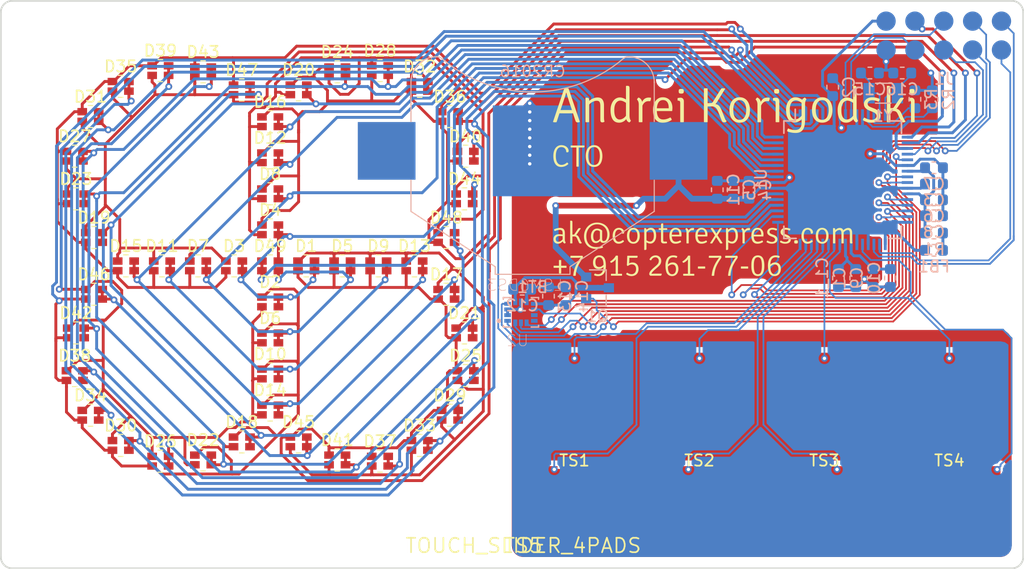
<source format=kicad_pcb>
(kicad_pcb (version 20171130) (host pcbnew 5.0.2+dfsg1-1~bpo9+1)
  (layers (0 F.Cu signal) (31 B.Cu signal) (34 B.Paste user hide) (35 F.Paste user hide) (36 B.SilkS user) (37 F.SilkS user) (38 B.Mask user hide) (39 F.Mask user hide) (44 Edge.Cuts user))
  (net 0 "")
  (net 1 LED_K0)
  (net 2 LED_K1)
  (net 3 LED_A0)
  (net 4 LED_K3)
  (net 5 LED_K2)
  (net 6 LED_K4)
  (net 7 LED_K5)
  (net 8 LED_K7)
  (net 9 LED_K6)
  (net 10 LED_K8)
  (net 11 LED_A1)
  (net 12 LED_A2)
  (net 13 LED_A3)
  (net 14 LED_A4)
  (net 15 LED_A5)
  (net 16 LED_A6)
  (net 17 LED_A7)
  (net 18 LED_A8)
  (net 19 VDD)
  (net 20 GND)
  (net 21 N$7)
  (net 22 N$6)
  (net 23 N$13)
  (net 24 N$14)
  (net 25 N$5)
  (net 26 N$19)
  (net 27 N$20)
  (net 28 N$16)
  (net 29 N$15)
  (net 30 N$17)
  (net 31 N$18)
  (net 32 N$12)
  (net 33 N$11)
  (net 34 TOUCH_PAD0)
  (net 35 N$1)
  (net 36 TOUCH_PAD1)
  (net 37 TOUCH_PAD2)
  (net 38 TOUCH_PAD3)
  (net 39 N$21)
  (net 40 N$22)
  (net 41 N$23)
  (net 42 N$8)
  (net 43 N$10)
  (net 44 N$9)
  (net 45 LED_K9)
  (net 46 LED_K10)
  (net 47 LED_K11)
  (net 48 LFXTAL_P)
  (net 49 LFXTAL_N)
  (net 50 IMU_VDD)
  (net 51 N$24)
  (net 52 MCU_AVDD)
  (net 53 N$2)
  (net 54 N$25)
  (module footprints:Text_Name_SilkS (layer F.Cu) (at 148.6 90.7)
    (fp_text reference svg2mod hide)
    (fp_text value G*** hide)
  )
  (module footprints:BatteryHolder_Keystone_3026_1x2016 (layer B.Cu) (at 146.812 93.218)
    (fp_text reference BT1 (at 0 12) (layer B.SilkS) (effects (justify mirror)))
    (fp_text value Battery_Cell)
    (fp_text user CR2016 (at 0 -7) (layer B.SilkS) (effects (font (thickness 0.125)) (justify mirror)))
    (pad 1 smd rect (at -12.85 0) (size 5.08 5.08) (layers B.Cu B.Paste B.Mask))
    (pad 1 smd rect (at 12.85 0) (size 5.08 5.08) (layers B.Cu B.Paste B.Mask) (net 19 VDD))
    (pad 2 smd rect (at 0 0) (size 7 8) (layers B.Cu B.Mask) (net 20 GND))
  )
  (module footprints:LED_DUAL_0606 (layer F.Cu) (at 123.709 103.351)
    (fp_text reference D49 (at 0 -1.75) (layer F.SilkS))
    (fp_text value LED_Dual_AACC)
    (pad 1 smd rect (at -0.725 -0.425) (size 0.85 0.65) (layers F.Cu F.Paste F.Mask) (net 18 LED_A8))
    (pad 2 smd rect (at -0.725 0.425) (size 0.85 0.65) (layers F.Cu F.Paste F.Mask) (net 18 LED_A8))
    (pad 4 smd rect (at 0.725 0.425) (size 0.85 0.65) (layers F.Cu F.Paste F.Mask) (net 2 LED_K1))
    (pad 3 smd rect (at 0.725 -0.425) (size 0.85 0.65) (layers F.Cu F.Paste F.Mask) (net 1 LED_K0))
  )
  (module footprints:LED_DUAL_0606 (layer F.Cu) (at 139.217852 100.851333)
    (fp_text reference D48 (at 0 -1.75) (layer F.SilkS))
    (fp_text value LED_Dual_AACC)
    (pad 1 smd rect (at -0.725 -0.425) (size 0.85 0.65) (layers F.Cu F.Paste F.Mask) (net 17 LED_A7))
    (pad 2 smd rect (at -0.725 0.425) (size 0.85 0.65) (layers F.Cu F.Paste F.Mask) (net 16 LED_A6))
    (pad 4 smd rect (at 0.725 0.425) (size 0.85 0.65) (layers F.Cu F.Paste F.Mask) (net 47 LED_K11))
    (pad 3 smd rect (at 0.725 -0.425) (size 0.85 0.65) (layers F.Cu F.Paste F.Mask) (net 47 LED_K11))
  )
  (module footprints:LED_DUAL_0606 (layer F.Cu) (at 121.209333 87.842147)
    (fp_text reference D47 (at 0 -1.75) (layer F.SilkS))
    (fp_text value LED_Dual_AACC)
    (pad 1 smd rect (at -0.725 -0.425) (size 0.85 0.65) (layers F.Cu F.Paste F.Mask) (net 15 LED_A5))
    (pad 2 smd rect (at -0.725 0.425) (size 0.85 0.65) (layers F.Cu F.Paste F.Mask) (net 14 LED_A4))
    (pad 4 smd rect (at 0.725 0.425) (size 0.85 0.65) (layers F.Cu F.Paste F.Mask) (net 47 LED_K11))
    (pad 3 smd rect (at 0.725 -0.425) (size 0.85 0.65) (layers F.Cu F.Paste F.Mask) (net 47 LED_K11))
  )
  (module footprints:LED_DUAL_0606 (layer F.Cu) (at 108.200147 105.850666)
    (fp_text reference D46 (at 0 -1.75) (layer F.SilkS))
    (fp_text value LED_Dual_AACC)
    (pad 1 smd rect (at -0.725 -0.425) (size 0.85 0.65) (layers F.Cu F.Paste F.Mask) (net 13 LED_A3))
    (pad 2 smd rect (at -0.725 0.425) (size 0.85 0.65) (layers F.Cu F.Paste F.Mask) (net 12 LED_A2))
    (pad 4 smd rect (at 0.725 0.425) (size 0.85 0.65) (layers F.Cu F.Paste F.Mask) (net 47 LED_K11))
    (pad 3 smd rect (at 0.725 -0.425) (size 0.85 0.65) (layers F.Cu F.Paste F.Mask) (net 47 LED_K11))
  )
  (module footprints:LED_DUAL_0606 (layer F.Cu) (at 126.208666 118.859852)
    (fp_text reference D45 (at 0 -1.75) (layer F.SilkS))
    (fp_text value LED_Dual_AACC)
    (pad 1 smd rect (at -0.725 -0.425) (size 0.85 0.65) (layers F.Cu F.Paste F.Mask) (net 11 LED_A1))
    (pad 2 smd rect (at -0.725 0.425) (size 0.85 0.65) (layers F.Cu F.Paste F.Mask) (net 3 LED_A0))
    (pad 4 smd rect (at 0.725 0.425) (size 0.85 0.65) (layers F.Cu F.Paste F.Mask) (net 47 LED_K11))
    (pad 3 smd rect (at 0.725 -0.425) (size 0.85 0.65) (layers F.Cu F.Paste F.Mask) (net 47 LED_K11))
  )
  (module footprints:LED_DUAL_0606 (layer F.Cu) (at 140.806919 97.443568)
    (fp_text reference D44 (at 0 -1.75) (layer F.SilkS))
    (fp_text value LED_Dual_AACC)
    (pad 1 smd rect (at -0.725 -0.425) (size 0.85 0.65) (layers F.Cu F.Paste F.Mask) (net 17 LED_A7))
    (pad 2 smd rect (at -0.725 0.425) (size 0.85 0.65) (layers F.Cu F.Paste F.Mask) (net 16 LED_A6))
    (pad 4 smd rect (at 0.725 0.425) (size 0.85 0.65) (layers F.Cu F.Paste F.Mask) (net 46 LED_K10))
    (pad 3 smd rect (at 0.725 -0.425) (size 0.85 0.65) (layers F.Cu F.Paste F.Mask) (net 46 LED_K10))
  )
  (module footprints:LED_DUAL_0606 (layer F.Cu) (at 117.801568 86.25308)
    (fp_text reference D43 (at 0 -1.75) (layer F.SilkS))
    (fp_text value LED_Dual_AACC)
    (pad 1 smd rect (at -0.725 -0.425) (size 0.85 0.65) (layers F.Cu F.Paste F.Mask) (net 15 LED_A5))
    (pad 2 smd rect (at -0.725 0.425) (size 0.85 0.65) (layers F.Cu F.Paste F.Mask) (net 14 LED_A4))
    (pad 4 smd rect (at 0.725 0.425) (size 0.85 0.65) (layers F.Cu F.Paste F.Mask) (net 46 LED_K10))
    (pad 3 smd rect (at 0.725 -0.425) (size 0.85 0.65) (layers F.Cu F.Paste F.Mask) (net 46 LED_K10))
  )
  (module footprints:LED_DUAL_0606 (layer F.Cu) (at 106.61108 109.258431)
    (fp_text reference D42 (at 0 -1.75) (layer F.SilkS))
    (fp_text value LED_Dual_AACC)
    (pad 1 smd rect (at -0.725 -0.425) (size 0.85 0.65) (layers F.Cu F.Paste F.Mask) (net 13 LED_A3))
    (pad 2 smd rect (at -0.725 0.425) (size 0.85 0.65) (layers F.Cu F.Paste F.Mask) (net 12 LED_A2))
    (pad 4 smd rect (at 0.725 0.425) (size 0.85 0.65) (layers F.Cu F.Paste F.Mask) (net 46 LED_K10))
    (pad 3 smd rect (at 0.725 -0.425) (size 0.85 0.65) (layers F.Cu F.Paste F.Mask) (net 46 LED_K10))
  )
  (module footprints:LED_DUAL_0606 (layer F.Cu) (at 129.616431 120.448919)
    (fp_text reference D41 (at 0 -1.75) (layer F.SilkS))
    (fp_text value LED_Dual_AACC)
    (pad 1 smd rect (at -0.725 -0.425) (size 0.85 0.65) (layers F.Cu F.Paste F.Mask) (net 11 LED_A1))
    (pad 2 smd rect (at -0.725 0.425) (size 0.85 0.65) (layers F.Cu F.Paste F.Mask) (net 3 LED_A0))
    (pad 4 smd rect (at 0.725 0.425) (size 0.85 0.65) (layers F.Cu F.Paste F.Mask) (net 46 LED_K10))
    (pad 3 smd rect (at 0.725 -0.425) (size 0.85 0.65) (layers F.Cu F.Paste F.Mask) (net 46 LED_K10))
  )
  (module footprints:LED_DUAL_0606 (layer F.Cu) (at 140.916279 93.685107)
    (fp_text reference D40 (at 0 -1.75) (layer F.SilkS))
    (fp_text value LED_Dual_AACC)
    (pad 1 smd rect (at -0.725 -0.425) (size 0.85 0.65) (layers F.Cu F.Paste F.Mask) (net 17 LED_A7))
    (pad 2 smd rect (at -0.725 0.425) (size 0.85 0.65) (layers F.Cu F.Paste F.Mask) (net 16 LED_A6))
    (pad 4 smd rect (at 0.725 0.425) (size 0.85 0.65) (layers F.Cu F.Paste F.Mask) (net 45 LED_K9))
    (pad 3 smd rect (at 0.725 -0.425) (size 0.85 0.65) (layers F.Cu F.Paste F.Mask) (net 45 LED_K9))
  )
  (module footprints:LED_DUAL_0606 (layer F.Cu) (at 114.043107 86.14372)
    (fp_text reference D39 (at 0 -1.75) (layer F.SilkS))
    (fp_text value LED_Dual_AACC)
    (pad 1 smd rect (at -0.725 -0.425) (size 0.85 0.65) (layers F.Cu F.Paste F.Mask) (net 15 LED_A5))
    (pad 2 smd rect (at -0.725 0.425) (size 0.85 0.65) (layers F.Cu F.Paste F.Mask) (net 14 LED_A4))
    (pad 4 smd rect (at 0.725 0.425) (size 0.85 0.65) (layers F.Cu F.Paste F.Mask) (net 45 LED_K9))
    (pad 3 smd rect (at 0.725 -0.425) (size 0.85 0.65) (layers F.Cu F.Paste F.Mask) (net 45 LED_K9))
  )
  (module footprints:LED_DUAL_0606 (layer F.Cu) (at 106.50172 113.016892)
    (fp_text reference D38 (at 0 -1.75) (layer F.SilkS))
    (fp_text value LED_Dual_AACC)
    (pad 1 smd rect (at -0.725 -0.425) (size 0.85 0.65) (layers F.Cu F.Paste F.Mask) (net 13 LED_A3))
    (pad 2 smd rect (at -0.725 0.425) (size 0.85 0.65) (layers F.Cu F.Paste F.Mask) (net 12 LED_A2))
    (pad 4 smd rect (at 0.725 0.425) (size 0.85 0.65) (layers F.Cu F.Paste F.Mask) (net 45 LED_K9))
    (pad 3 smd rect (at 0.725 -0.425) (size 0.85 0.65) (layers F.Cu F.Paste F.Mask) (net 45 LED_K9))
  )
  (module footprints:LED_DUAL_0606 (layer F.Cu) (at 133.374892 120.558279)
    (fp_text reference D37 (at 0 -1.75) (layer F.SilkS))
    (fp_text value LED_Dual_AACC)
    (pad 1 smd rect (at -0.725 -0.425) (size 0.85 0.65) (layers F.Cu F.Paste F.Mask) (net 11 LED_A1))
    (pad 2 smd rect (at -0.725 0.425) (size 0.85 0.65) (layers F.Cu F.Paste F.Mask) (net 3 LED_A0))
    (pad 4 smd rect (at 0.725 0.425) (size 0.85 0.65) (layers F.Cu F.Paste F.Mask) (net 45 LED_K9))
    (pad 3 smd rect (at 0.725 -0.425) (size 0.85 0.65) (layers F.Cu F.Paste F.Mask) (net 45 LED_K9))
  )
  (module footprints:LED_DUAL_0606 (layer F.Cu) (at 139.528045 90.190712)
    (fp_text reference D36 (at 0 -1.75) (layer F.SilkS))
    (fp_text value LED_Dual_AACC)
    (pad 1 smd rect (at -0.725 -0.425) (size 0.85 0.65) (layers F.Cu F.Paste F.Mask) (net 17 LED_A7))
    (pad 2 smd rect (at -0.725 0.425) (size 0.85 0.65) (layers F.Cu F.Paste F.Mask) (net 16 LED_A6))
    (pad 4 smd rect (at 0.725 0.425) (size 0.85 0.65) (layers F.Cu F.Paste F.Mask) (net 10 LED_K8))
    (pad 3 smd rect (at 0.725 -0.425) (size 0.85 0.65) (layers F.Cu F.Paste F.Mask) (net 10 LED_K8))
  )
  (module footprints:LED_DUAL_0606 (layer F.Cu) (at 110.548712 87.531954)
    (fp_text reference D35 (at 0 -1.75) (layer F.SilkS))
    (fp_text value LED_Dual_AACC)
    (pad 1 smd rect (at -0.725 -0.425) (size 0.85 0.65) (layers F.Cu F.Paste F.Mask) (net 15 LED_A5))
    (pad 2 smd rect (at -0.725 0.425) (size 0.85 0.65) (layers F.Cu F.Paste F.Mask) (net 14 LED_A4))
    (pad 4 smd rect (at 0.725 0.425) (size 0.85 0.65) (layers F.Cu F.Paste F.Mask) (net 10 LED_K8))
    (pad 3 smd rect (at 0.725 -0.425) (size 0.85 0.65) (layers F.Cu F.Paste F.Mask) (net 10 LED_K8))
  )
  (module footprints:LED_DUAL_0606 (layer F.Cu) (at 107.889954 116.511287)
    (fp_text reference D34 (at 0 -1.75) (layer F.SilkS))
    (fp_text value LED_Dual_AACC)
    (pad 1 smd rect (at -0.725 -0.425) (size 0.85 0.65) (layers F.Cu F.Paste F.Mask) (net 13 LED_A3))
    (pad 2 smd rect (at -0.725 0.425) (size 0.85 0.65) (layers F.Cu F.Paste F.Mask) (net 12 LED_A2))
    (pad 4 smd rect (at 0.725 0.425) (size 0.85 0.65) (layers F.Cu F.Paste F.Mask) (net 10 LED_K8))
    (pad 3 smd rect (at 0.725 -0.425) (size 0.85 0.65) (layers F.Cu F.Paste F.Mask) (net 10 LED_K8))
  )
  (module footprints:LED_DUAL_0606 (layer F.Cu) (at 136.869287 119.170045)
    (fp_text reference D33 (at 0 -1.75) (layer F.SilkS))
    (fp_text value LED_Dual_AACC)
    (pad 1 smd rect (at -0.725 -0.425) (size 0.85 0.65) (layers F.Cu F.Paste F.Mask) (net 11 LED_A1))
    (pad 2 smd rect (at -0.725 0.425) (size 0.85 0.65) (layers F.Cu F.Paste F.Mask) (net 3 LED_A0))
    (pad 4 smd rect (at 0.725 0.425) (size 0.85 0.65) (layers F.Cu F.Paste F.Mask) (net 10 LED_K8))
    (pad 3 smd rect (at 0.725 -0.425) (size 0.85 0.65) (layers F.Cu F.Paste F.Mask) (net 10 LED_K8))
  )
  (module footprints:LED_DUAL_0606 (layer F.Cu) (at 136.869287 87.531954)
    (fp_text reference D32 (at 0 -1.75) (layer F.SilkS))
    (fp_text value LED_Dual_AACC)
    (pad 1 smd rect (at -0.725 -0.425) (size 0.85 0.65) (layers F.Cu F.Paste F.Mask) (net 17 LED_A7))
    (pad 2 smd rect (at -0.725 0.425) (size 0.85 0.65) (layers F.Cu F.Paste F.Mask) (net 16 LED_A6))
    (pad 4 smd rect (at 0.725 0.425) (size 0.85 0.65) (layers F.Cu F.Paste F.Mask) (net 8 LED_K7))
    (pad 3 smd rect (at 0.725 -0.425) (size 0.85 0.65) (layers F.Cu F.Paste F.Mask) (net 8 LED_K7))
  )
  (module footprints:LED_DUAL_0606 (layer F.Cu) (at 107.889954 90.190712)
    (fp_text reference D31 (at 0 -1.75) (layer F.SilkS))
    (fp_text value LED_Dual_AACC)
    (pad 1 smd rect (at -0.725 -0.425) (size 0.85 0.65) (layers F.Cu F.Paste F.Mask) (net 15 LED_A5))
    (pad 2 smd rect (at -0.725 0.425) (size 0.85 0.65) (layers F.Cu F.Paste F.Mask) (net 14 LED_A4))
    (pad 4 smd rect (at 0.725 0.425) (size 0.85 0.65) (layers F.Cu F.Paste F.Mask) (net 8 LED_K7))
    (pad 3 smd rect (at 0.725 -0.425) (size 0.85 0.65) (layers F.Cu F.Paste F.Mask) (net 8 LED_K7))
  )
  (module footprints:LED_DUAL_0606 (layer F.Cu) (at 110.548712 119.170045)
    (fp_text reference D30 (at 0 -1.75) (layer F.SilkS))
    (fp_text value LED_Dual_AACC)
    (pad 1 smd rect (at -0.725 -0.425) (size 0.85 0.65) (layers F.Cu F.Paste F.Mask) (net 13 LED_A3))
    (pad 2 smd rect (at -0.725 0.425) (size 0.85 0.65) (layers F.Cu F.Paste F.Mask) (net 12 LED_A2))
    (pad 4 smd rect (at 0.725 0.425) (size 0.85 0.65) (layers F.Cu F.Paste F.Mask) (net 8 LED_K7))
    (pad 3 smd rect (at 0.725 -0.425) (size 0.85 0.65) (layers F.Cu F.Paste F.Mask) (net 8 LED_K7))
  )
  (module footprints:LED_DUAL_0606 (layer F.Cu) (at 139.528045 116.511287)
    (fp_text reference D29 (at 0 -1.75) (layer F.SilkS))
    (fp_text value LED_Dual_AACC)
    (pad 1 smd rect (at -0.725 -0.425) (size 0.85 0.65) (layers F.Cu F.Paste F.Mask) (net 11 LED_A1))
    (pad 2 smd rect (at -0.725 0.425) (size 0.85 0.65) (layers F.Cu F.Paste F.Mask) (net 3 LED_A0))
    (pad 4 smd rect (at 0.725 0.425) (size 0.85 0.65) (layers F.Cu F.Paste F.Mask) (net 8 LED_K7))
    (pad 3 smd rect (at 0.725 -0.425) (size 0.85 0.65) (layers F.Cu F.Paste F.Mask) (net 8 LED_K7))
  )
  (module footprints:LED_DUAL_0606 (layer F.Cu) (at 133.374892 86.14372)
    (fp_text reference D28 (at 0 -1.75) (layer F.SilkS))
    (fp_text value LED_Dual_AACC)
    (pad 1 smd rect (at -0.725 -0.425) (size 0.85 0.65) (layers F.Cu F.Paste F.Mask) (net 17 LED_A7))
    (pad 2 smd rect (at -0.725 0.425) (size 0.85 0.65) (layers F.Cu F.Paste F.Mask) (net 16 LED_A6))
    (pad 4 smd rect (at 0.725 0.425) (size 0.85 0.65) (layers F.Cu F.Paste F.Mask) (net 9 LED_K6))
    (pad 3 smd rect (at 0.725 -0.425) (size 0.85 0.65) (layers F.Cu F.Paste F.Mask) (net 9 LED_K6))
  )
  (module footprints:LED_DUAL_0606 (layer F.Cu) (at 106.50172 93.685107)
    (fp_text reference D27 (at 0 -1.75) (layer F.SilkS))
    (fp_text value LED_Dual_AACC)
    (pad 1 smd rect (at -0.725 -0.425) (size 0.85 0.65) (layers F.Cu F.Paste F.Mask) (net 15 LED_A5))
    (pad 2 smd rect (at -0.725 0.425) (size 0.85 0.65) (layers F.Cu F.Paste F.Mask) (net 14 LED_A4))
    (pad 4 smd rect (at 0.725 0.425) (size 0.85 0.65) (layers F.Cu F.Paste F.Mask) (net 9 LED_K6))
    (pad 3 smd rect (at 0.725 -0.425) (size 0.85 0.65) (layers F.Cu F.Paste F.Mask) (net 9 LED_K6))
  )
  (module footprints:LED_DUAL_0606 (layer F.Cu) (at 114.043107 120.558279)
    (fp_text reference D26 (at 0 -1.75) (layer F.SilkS))
    (fp_text value LED_Dual_AACC)
    (pad 1 smd rect (at -0.725 -0.425) (size 0.85 0.65) (layers F.Cu F.Paste F.Mask) (net 13 LED_A3))
    (pad 2 smd rect (at -0.725 0.425) (size 0.85 0.65) (layers F.Cu F.Paste F.Mask) (net 12 LED_A2))
    (pad 4 smd rect (at 0.725 0.425) (size 0.85 0.65) (layers F.Cu F.Paste F.Mask) (net 9 LED_K6))
    (pad 3 smd rect (at 0.725 -0.425) (size 0.85 0.65) (layers F.Cu F.Paste F.Mask) (net 9 LED_K6))
  )
  (module footprints:LED_DUAL_0606 (layer F.Cu) (at 140.916279 113.016892)
    (fp_text reference D25 (at 0 -1.75) (layer F.SilkS))
    (fp_text value LED_Dual_AACC)
    (pad 1 smd rect (at -0.725 -0.425) (size 0.85 0.65) (layers F.Cu F.Paste F.Mask) (net 11 LED_A1))
    (pad 2 smd rect (at -0.725 0.425) (size 0.85 0.65) (layers F.Cu F.Paste F.Mask) (net 3 LED_A0))
    (pad 4 smd rect (at 0.725 0.425) (size 0.85 0.65) (layers F.Cu F.Paste F.Mask) (net 9 LED_K6))
    (pad 3 smd rect (at 0.725 -0.425) (size 0.85 0.65) (layers F.Cu F.Paste F.Mask) (net 9 LED_K6))
  )
  (module footprints:LED_DUAL_0606 (layer F.Cu) (at 129.616431 86.25308)
    (fp_text reference D24 (at 0 -1.75) (layer F.SilkS))
    (fp_text value LED_Dual_AACC)
    (pad 1 smd rect (at -0.725 -0.425) (size 0.85 0.65) (layers F.Cu F.Paste F.Mask) (net 16 LED_A6))
    (pad 2 smd rect (at -0.725 0.425) (size 0.85 0.65) (layers F.Cu F.Paste F.Mask) (net 17 LED_A7))
    (pad 4 smd rect (at 0.725 0.425) (size 0.85 0.65) (layers F.Cu F.Paste F.Mask) (net 7 LED_K5))
    (pad 3 smd rect (at 0.725 -0.425) (size 0.85 0.65) (layers F.Cu F.Paste F.Mask) (net 7 LED_K5))
  )
  (module footprints:LED_DUAL_0606 (layer F.Cu) (at 106.61108 97.443568)
    (fp_text reference D23 (at 0 -1.75) (layer F.SilkS))
    (fp_text value LED_Dual_AACC)
    (pad 1 smd rect (at -0.725 -0.425) (size 0.85 0.65) (layers F.Cu F.Paste F.Mask) (net 14 LED_A4))
    (pad 2 smd rect (at -0.725 0.425) (size 0.85 0.65) (layers F.Cu F.Paste F.Mask) (net 15 LED_A5))
    (pad 4 smd rect (at 0.725 0.425) (size 0.85 0.65) (layers F.Cu F.Paste F.Mask) (net 7 LED_K5))
    (pad 3 smd rect (at 0.725 -0.425) (size 0.85 0.65) (layers F.Cu F.Paste F.Mask) (net 7 LED_K5))
  )
  (module footprints:LED_DUAL_0606 (layer F.Cu) (at 117.801568 120.448919)
    (fp_text reference D22 (at 0 -1.75) (layer F.SilkS))
    (fp_text value LED_Dual_AACC)
    (pad 1 smd rect (at -0.725 -0.425) (size 0.85 0.65) (layers F.Cu F.Paste F.Mask) (net 12 LED_A2))
    (pad 2 smd rect (at -0.725 0.425) (size 0.85 0.65) (layers F.Cu F.Paste F.Mask) (net 13 LED_A3))
    (pad 4 smd rect (at 0.725 0.425) (size 0.85 0.65) (layers F.Cu F.Paste F.Mask) (net 7 LED_K5))
    (pad 3 smd rect (at 0.725 -0.425) (size 0.85 0.65) (layers F.Cu F.Paste F.Mask) (net 7 LED_K5))
  )
  (module footprints:LED_DUAL_0606 (layer F.Cu) (at 140.806919 109.258431)
    (fp_text reference D21 (at 0 -1.75) (layer F.SilkS))
    (fp_text value LED_Dual_AACC)
    (pad 1 smd rect (at -0.725 -0.425) (size 0.85 0.65) (layers F.Cu F.Paste F.Mask) (net 3 LED_A0))
    (pad 2 smd rect (at -0.725 0.425) (size 0.85 0.65) (layers F.Cu F.Paste F.Mask) (net 11 LED_A1))
    (pad 4 smd rect (at 0.725 0.425) (size 0.85 0.65) (layers F.Cu F.Paste F.Mask) (net 7 LED_K5))
    (pad 3 smd rect (at 0.725 -0.425) (size 0.85 0.65) (layers F.Cu F.Paste F.Mask) (net 7 LED_K5))
  )
  (module footprints:LED_DUAL_0606 (layer F.Cu) (at 126.208666 87.842147)
    (fp_text reference D20 (at 0 -1.75) (layer F.SilkS))
    (fp_text value LED_Dual_AACC)
    (pad 1 smd rect (at -0.725 -0.425) (size 0.85 0.65) (layers F.Cu F.Paste F.Mask) (net 16 LED_A6))
    (pad 2 smd rect (at -0.725 0.425) (size 0.85 0.65) (layers F.Cu F.Paste F.Mask) (net 17 LED_A7))
    (pad 4 smd rect (at 0.725 0.425) (size 0.85 0.65) (layers F.Cu F.Paste F.Mask) (net 6 LED_K4))
    (pad 3 smd rect (at 0.725 -0.425) (size 0.85 0.65) (layers F.Cu F.Paste F.Mask) (net 6 LED_K4))
  )
  (module footprints:LED_DUAL_0606 (layer F.Cu) (at 108.200147 100.851333)
    (fp_text reference D19 (at 0 -1.75) (layer F.SilkS))
    (fp_text value LED_Dual_AACC)
    (pad 1 smd rect (at -0.725 -0.425) (size 0.85 0.65) (layers F.Cu F.Paste F.Mask) (net 14 LED_A4))
    (pad 2 smd rect (at -0.725 0.425) (size 0.85 0.65) (layers F.Cu F.Paste F.Mask) (net 15 LED_A5))
    (pad 4 smd rect (at 0.725 0.425) (size 0.85 0.65) (layers F.Cu F.Paste F.Mask) (net 6 LED_K4))
    (pad 3 smd rect (at 0.725 -0.425) (size 0.85 0.65) (layers F.Cu F.Paste F.Mask) (net 6 LED_K4))
  )
  (module footprints:LED_DUAL_0606 (layer F.Cu) (at 121.209333 118.859852)
    (fp_text reference D18 (at 0 -1.75) (layer F.SilkS))
    (fp_text value LED_Dual_AACC)
    (pad 1 smd rect (at -0.725 -0.425) (size 0.85 0.65) (layers F.Cu F.Paste F.Mask) (net 12 LED_A2))
    (pad 2 smd rect (at -0.725 0.425) (size 0.85 0.65) (layers F.Cu F.Paste F.Mask) (net 13 LED_A3))
    (pad 4 smd rect (at 0.725 0.425) (size 0.85 0.65) (layers F.Cu F.Paste F.Mask) (net 6 LED_K4))
    (pad 3 smd rect (at 0.725 -0.425) (size 0.85 0.65) (layers F.Cu F.Paste F.Mask) (net 6 LED_K4))
  )
  (module footprints:LED_DUAL_0606 (layer F.Cu) (at 139.217852 105.850666)
    (fp_text reference D17 (at 0 -1.75) (layer F.SilkS))
    (fp_text value LED_Dual_AACC)
    (pad 1 smd rect (at -0.725 -0.425) (size 0.85 0.65) (layers F.Cu F.Paste F.Mask) (net 3 LED_A0))
    (pad 2 smd rect (at -0.725 0.425) (size 0.85 0.65) (layers F.Cu F.Paste F.Mask) (net 11 LED_A1))
    (pad 4 smd rect (at 0.725 0.425) (size 0.85 0.65) (layers F.Cu F.Paste F.Mask) (net 6 LED_K4))
    (pad 3 smd rect (at 0.725 -0.425) (size 0.85 0.65) (layers F.Cu F.Paste F.Mask) (net 6 LED_K4))
  )
  (module footprints:LED_DUAL_0606 (layer F.Cu) (at 123.709 90.651)
    (fp_text reference D16 (at 0 -1.75) (layer F.SilkS))
    (fp_text value LED_Dual_AACC)
    (pad 1 smd rect (at -0.725 -0.425) (size 0.85 0.65) (layers F.Cu F.Paste F.Mask) (net 16 LED_A6))
    (pad 2 smd rect (at -0.725 0.425) (size 0.85 0.65) (layers F.Cu F.Paste F.Mask) (net 17 LED_A7))
    (pad 4 smd rect (at 0.725 0.425) (size 0.85 0.65) (layers F.Cu F.Paste F.Mask) (net 4 LED_K3))
    (pad 3 smd rect (at 0.725 -0.425) (size 0.85 0.65) (layers F.Cu F.Paste F.Mask) (net 4 LED_K3))
  )
  (module footprints:LED_DUAL_0606 (layer F.Cu) (at 111.009 103.351)
    (fp_text reference D15 (at 0 -1.75) (layer F.SilkS))
    (fp_text value LED_Dual_AACC)
    (pad 1 smd rect (at -0.725 -0.425) (size 0.85 0.65) (layers F.Cu F.Paste F.Mask) (net 14 LED_A4))
    (pad 2 smd rect (at -0.725 0.425) (size 0.85 0.65) (layers F.Cu F.Paste F.Mask) (net 15 LED_A5))
    (pad 4 smd rect (at 0.725 0.425) (size 0.85 0.65) (layers F.Cu F.Paste F.Mask) (net 4 LED_K3))
    (pad 3 smd rect (at 0.725 -0.425) (size 0.85 0.65) (layers F.Cu F.Paste F.Mask) (net 4 LED_K3))
  )
  (module footprints:LED_DUAL_0606 (layer F.Cu) (at 123.709 116.051)
    (fp_text reference D14 (at 0 -1.75) (layer F.SilkS))
    (fp_text value LED_Dual_AACC)
    (pad 1 smd rect (at -0.725 -0.425) (size 0.85 0.65) (layers F.Cu F.Paste F.Mask) (net 12 LED_A2))
    (pad 2 smd rect (at -0.725 0.425) (size 0.85 0.65) (layers F.Cu F.Paste F.Mask) (net 13 LED_A3))
    (pad 4 smd rect (at 0.725 0.425) (size 0.85 0.65) (layers F.Cu F.Paste F.Mask) (net 4 LED_K3))
    (pad 3 smd rect (at 0.725 -0.425) (size 0.85 0.65) (layers F.Cu F.Paste F.Mask) (net 4 LED_K3))
  )
  (module footprints:LED_DUAL_0606 (layer F.Cu) (at 136.409 103.351)
    (fp_text reference D13 (at 0 -1.75) (layer F.SilkS))
    (fp_text value LED_Dual_AACC)
    (pad 1 smd rect (at -0.725 -0.425) (size 0.85 0.65) (layers F.Cu F.Paste F.Mask) (net 3 LED_A0))
    (pad 2 smd rect (at -0.725 0.425) (size 0.85 0.65) (layers F.Cu F.Paste F.Mask) (net 11 LED_A1))
    (pad 4 smd rect (at 0.725 0.425) (size 0.85 0.65) (layers F.Cu F.Paste F.Mask) (net 4 LED_K3))
    (pad 3 smd rect (at 0.725 -0.425) (size 0.85 0.65) (layers F.Cu F.Paste F.Mask) (net 4 LED_K3))
  )
  (module footprints:LED_DUAL_0606 (layer F.Cu) (at 123.709 93.826)
    (fp_text reference D12 (at 0 -1.75) (layer F.SilkS))
    (fp_text value LED_Dual_AACC)
    (pad 1 smd rect (at -0.725 -0.425) (size 0.85 0.65) (layers F.Cu F.Paste F.Mask) (net 16 LED_A6))
    (pad 2 smd rect (at -0.725 0.425) (size 0.85 0.65) (layers F.Cu F.Paste F.Mask) (net 17 LED_A7))
    (pad 4 smd rect (at 0.725 0.425) (size 0.85 0.65) (layers F.Cu F.Paste F.Mask) (net 5 LED_K2))
    (pad 3 smd rect (at 0.725 -0.425) (size 0.85 0.65) (layers F.Cu F.Paste F.Mask) (net 5 LED_K2))
  )
  (module footprints:LED_DUAL_0606 (layer F.Cu) (at 114.184 103.351)
    (fp_text reference D11 (at 0 -1.75) (layer F.SilkS))
    (fp_text value LED_Dual_AACC)
    (pad 1 smd rect (at -0.725 -0.425) (size 0.85 0.65) (layers F.Cu F.Paste F.Mask) (net 14 LED_A4))
    (pad 2 smd rect (at -0.725 0.425) (size 0.85 0.65) (layers F.Cu F.Paste F.Mask) (net 15 LED_A5))
    (pad 4 smd rect (at 0.725 0.425) (size 0.85 0.65) (layers F.Cu F.Paste F.Mask) (net 5 LED_K2))
    (pad 3 smd rect (at 0.725 -0.425) (size 0.85 0.65) (layers F.Cu F.Paste F.Mask) (net 5 LED_K2))
  )
  (module footprints:LED_DUAL_0606 (layer F.Cu) (at 123.709 112.875999)
    (fp_text reference D10 (at 0 -1.75) (layer F.SilkS))
    (fp_text value LED_Dual_AACC)
    (pad 1 smd rect (at -0.725 -0.425) (size 0.85 0.65) (layers F.Cu F.Paste F.Mask) (net 12 LED_A2))
    (pad 2 smd rect (at -0.725 0.425) (size 0.85 0.65) (layers F.Cu F.Paste F.Mask) (net 13 LED_A3))
    (pad 4 smd rect (at 0.725 0.425) (size 0.85 0.65) (layers F.Cu F.Paste F.Mask) (net 5 LED_K2))
    (pad 3 smd rect (at 0.725 -0.425) (size 0.85 0.65) (layers F.Cu F.Paste F.Mask) (net 5 LED_K2))
  )
  (module footprints:LED_DUAL_0606 (layer F.Cu) (at 133.234 103.351)
    (fp_text reference D9 (at 0 -1.75) (layer F.SilkS))
    (fp_text value LED_Dual_AACC)
    (pad 1 smd rect (at -0.725 -0.425) (size 0.85 0.65) (layers F.Cu F.Paste F.Mask) (net 3 LED_A0))
    (pad 2 smd rect (at -0.725 0.425) (size 0.85 0.65) (layers F.Cu F.Paste F.Mask) (net 11 LED_A1))
    (pad 4 smd rect (at 0.725 0.425) (size 0.85 0.65) (layers F.Cu F.Paste F.Mask) (net 5 LED_K2))
    (pad 3 smd rect (at 0.725 -0.425) (size 0.85 0.65) (layers F.Cu F.Paste F.Mask) (net 5 LED_K2))
  )
  (module footprints:LED_DUAL_0606 (layer F.Cu) (at 123.709 97.001)
    (fp_text reference D8 (at 0 -1.75) (layer F.SilkS))
    (fp_text value LED_Dual_AACC)
    (pad 1 smd rect (at -0.725 -0.425) (size 0.85 0.65) (layers F.Cu F.Paste F.Mask) (net 16 LED_A6))
    (pad 2 smd rect (at -0.725 0.425) (size 0.85 0.65) (layers F.Cu F.Paste F.Mask) (net 17 LED_A7))
    (pad 4 smd rect (at 0.725 0.425) (size 0.85 0.65) (layers F.Cu F.Paste F.Mask) (net 2 LED_K1))
    (pad 3 smd rect (at 0.725 -0.425) (size 0.85 0.65) (layers F.Cu F.Paste F.Mask) (net 2 LED_K1))
  )
  (module footprints:LED_DUAL_0606 (layer F.Cu) (at 117.359 103.351)
    (fp_text reference D7 (at 0 -1.75) (layer F.SilkS))
    (fp_text value LED_Dual_AACC)
    (pad 1 smd rect (at -0.725 -0.425) (size 0.85 0.65) (layers F.Cu F.Paste F.Mask) (net 14 LED_A4))
    (pad 2 smd rect (at -0.725 0.425) (size 0.85 0.65) (layers F.Cu F.Paste F.Mask) (net 15 LED_A5))
    (pad 4 smd rect (at 0.725 0.425) (size 0.85 0.65) (layers F.Cu F.Paste F.Mask) (net 2 LED_K1))
    (pad 3 smd rect (at 0.725 -0.425) (size 0.85 0.65) (layers F.Cu F.Paste F.Mask) (net 2 LED_K1))
  )
  (module footprints:LED_DUAL_0606 (layer F.Cu) (at 123.709 109.701)
    (fp_text reference D6 (at 0 -1.75) (layer F.SilkS))
    (fp_text value LED_Dual_AACC)
    (pad 1 smd rect (at -0.725 -0.425) (size 0.85 0.65) (layers F.Cu F.Paste F.Mask) (net 12 LED_A2))
    (pad 2 smd rect (at -0.725 0.425) (size 0.85 0.65) (layers F.Cu F.Paste F.Mask) (net 13 LED_A3))
    (pad 4 smd rect (at 0.725 0.425) (size 0.85 0.65) (layers F.Cu F.Paste F.Mask) (net 2 LED_K1))
    (pad 3 smd rect (at 0.725 -0.425) (size 0.85 0.65) (layers F.Cu F.Paste F.Mask) (net 2 LED_K1))
  )
  (module footprints:LED_DUAL_0606 (layer F.Cu) (at 130.059 103.351)
    (fp_text reference D5 (at 0 -1.75) (layer F.SilkS))
    (fp_text value LED_Dual_AACC)
    (pad 1 smd rect (at -0.725 -0.425) (size 0.85 0.65) (layers F.Cu F.Paste F.Mask) (net 3 LED_A0))
    (pad 2 smd rect (at -0.725 0.425) (size 0.85 0.65) (layers F.Cu F.Paste F.Mask) (net 11 LED_A1))
    (pad 4 smd rect (at 0.725 0.425) (size 0.85 0.65) (layers F.Cu F.Paste F.Mask) (net 2 LED_K1))
    (pad 3 smd rect (at 0.725 -0.425) (size 0.85 0.65) (layers F.Cu F.Paste F.Mask) (net 2 LED_K1))
  )
  (module footprints:LED_DUAL_0606 (layer F.Cu) (at 123.709 100.176)
    (fp_text reference D4 (at 0 -1.75) (layer F.SilkS))
    (fp_text value LED_Dual_AACC)
    (pad 1 smd rect (at -0.725 -0.425) (size 0.85 0.65) (layers F.Cu F.Paste F.Mask) (net 16 LED_A6))
    (pad 2 smd rect (at -0.725 0.425) (size 0.85 0.65) (layers F.Cu F.Paste F.Mask) (net 17 LED_A7))
    (pad 4 smd rect (at 0.725 0.425) (size 0.85 0.65) (layers F.Cu F.Paste F.Mask) (net 1 LED_K0))
    (pad 3 smd rect (at 0.725 -0.425) (size 0.85 0.65) (layers F.Cu F.Paste F.Mask) (net 1 LED_K0))
  )
  (module footprints:LED_DUAL_0606 (layer F.Cu) (at 120.534 103.351)
    (fp_text reference D3 (at 0 -1.75) (layer F.SilkS))
    (fp_text value LED_Dual_AACC)
    (pad 1 smd rect (at -0.725 -0.425) (size 0.85 0.65) (layers F.Cu F.Paste F.Mask) (net 14 LED_A4))
    (pad 2 smd rect (at -0.725 0.425) (size 0.85 0.65) (layers F.Cu F.Paste F.Mask) (net 15 LED_A5))
    (pad 4 smd rect (at 0.725 0.425) (size 0.85 0.65) (layers F.Cu F.Paste F.Mask) (net 1 LED_K0))
    (pad 3 smd rect (at 0.725 -0.425) (size 0.85 0.65) (layers F.Cu F.Paste F.Mask) (net 1 LED_K0))
  )
  (module footprints:LED_DUAL_0606 (layer F.Cu) (at 123.709 106.526)
    (fp_text reference D2 (at 0 -1.75) (layer F.SilkS))
    (fp_text value LED_Dual_AACC)
    (pad 1 smd rect (at -0.725 -0.425) (size 0.85 0.65) (layers F.Cu F.Paste F.Mask) (net 12 LED_A2))
    (pad 2 smd rect (at -0.725 0.425) (size 0.85 0.65) (layers F.Cu F.Paste F.Mask) (net 13 LED_A3))
    (pad 4 smd rect (at 0.725 0.425) (size 0.85 0.65) (layers F.Cu F.Paste F.Mask) (net 1 LED_K0))
    (pad 3 smd rect (at 0.725 -0.425) (size 0.85 0.65) (layers F.Cu F.Paste F.Mask) (net 1 LED_K0))
  )
  (module footprints:LED_DUAL_0606 (layer F.Cu) (at 126.884 103.351)
    (fp_text reference D1 (at 0 -1.75) (layer F.SilkS))
    (fp_text value LED_Dual_AACC)
    (pad 1 smd rect (at -0.725 -0.425) (size 0.85 0.65) (layers F.Cu F.Paste F.Mask) (net 3 LED_A0))
    (pad 2 smd rect (at -0.725 0.425) (size 0.85 0.65) (layers F.Cu F.Paste F.Mask) (net 11 LED_A1))
    (pad 4 smd rect (at 0.725 0.425) (size 0.85 0.65) (layers F.Cu F.Paste F.Mask) (net 1 LED_K0))
    (pad 3 smd rect (at 0.725 -0.425) (size 0.85 0.65) (layers F.Cu F.Paste F.Mask) (net 1 LED_K0))
  )
  (module Capacitor_SMD:C_0603_1608Metric (layer B.Cu) (at 173.736 104.4195 270)
    (fp_text reference C1_1 (at 0 1.43 270) (layer B.SilkS) (effects (justify mirror)))
    (fp_text value 10uF)
    (pad 1 smd roundrect (at -0.7875 0 270) (size 0.875 0.95) (layers B.Cu B.Paste B.Mask) (net 35 N$1))
    (pad 2 smd roundrect (at 0.7875 0 270) (size 0.875 0.95) (layers B.Cu B.Paste B.Mask) (net 20 GND))
  )
  (module Resistor_SMD:R_0603_1608Metric (layer B.Cu) (at 180.467 88.6715 90)
    (fp_text reference R3 (at 0 1.43 90) (layer B.SilkS) (effects (justify mirror)))
    (fp_text value 0)
    (pad 1 smd roundrect (at -0.7875 0 90) (size 0.875 0.95) (layers B.Cu B.Paste B.Mask) (net 54 N$25))
    (pad 2 smd roundrect (at 0.7875 0 90) (size 0.875 0.95) (layers B.Cu B.Paste B.Mask) (net 20 GND))
  )
  (module Inductor_SMD:L_0603_1608Metric (layer B.Cu) (at 182.1435 101.981)
    (fp_text reference FB1 (at 0 1.43) (layer B.SilkS) (effects (justify mirror)))
    (fp_text value Ferrite_Bead_Small)
    (pad 1 smd roundrect (at -0.7875 0) (size 0.875 0.95) (layers B.Cu B.Paste B.Mask) (net 19 VDD))
    (pad 2 smd roundrect (at 0.7875 0) (size 0.875 0.95) (layers B.Cu B.Paste B.Mask) (net 53 N$2))
  )
  (module Package_TO_SOT_SMD:SOT-23 (layer B.Cu) (at 152.527 105.283)
    (fp_text reference Q1 (at 0 2.5) (layer B.SilkS) (effects (justify mirror)))
    (fp_text value Q_PMOS_GSD)
    (pad 1 smd rect (at -1 0.95) (size 0.9 0.8) (layers B.Cu B.Paste B.Mask) (net 23 N$13))
    (pad 2 smd rect (at -1 -0.95) (size 0.9 0.8) (layers B.Cu B.Paste B.Mask) (net 19 VDD))
    (pad 3 smd rect (at 1 0) (size 0.9 0.8) (layers B.Cu B.Paste B.Mask) (net 50 IMU_VDD))
  )
  (module Capacitor_SMD:C_0603_1608Metric (layer B.Cu) (at 179.3495 86.36)
    (fp_text reference C16 (at 0 1.43) (layer B.SilkS) (effects (justify mirror)))
    (fp_text value 22pF)
    (pad 2 smd roundrect (at -0.7875 0) (size 0.875 0.95) (layers B.Cu B.Paste B.Mask) (net 20 GND))
    (pad 1 smd roundrect (at 0.7875 0) (size 0.875 0.95) (layers B.Cu B.Paste B.Mask) (net 49 LFXTAL_N))
  )
  (module Capacitor_SMD:C_0603_1608Metric (layer B.Cu) (at 176.5045 86.36)
    (fp_text reference C15 (at 0 1.43) (layer B.SilkS) (effects (justify mirror)))
    (fp_text value 22pF)
    (pad 2 smd roundrect (at 0.7875 0) (size 0.875 0.95) (layers B.Cu B.Paste B.Mask) (net 20 GND))
    (pad 1 smd roundrect (at -0.7875 0) (size 0.875 0.95) (layers B.Cu B.Paste B.Mask) (net 48 LFXTAL_P))
  )
  (module Capacitor_SMD:C_0603_1608Metric (layer B.Cu) (at 149.733 106.0195 90)
    (fp_text reference C14 (at 0 1.43 90) (layer B.SilkS) (effects (justify mirror)))
    (fp_text value 10uF)
    (pad 1 smd roundrect (at -0.7875 0 90) (size 0.875 0.95) (layers B.Cu B.Paste B.Mask) (net 50 IMU_VDD))
    (pad 2 smd roundrect (at 0.7875 0 90) (size 0.875 0.95) (layers B.Cu B.Paste B.Mask) (net 20 GND))
  )
  (module Capacitor_SMD:C_0603_1608Metric (layer B.Cu) (at 173.228 87.6045 90)
    (fp_text reference C2 (at 0 1.43 90) (layer B.SilkS) (effects (justify mirror)))
    (fp_text value 0.1uF)
    (pad 2 smd roundrect (at 0.7875 0 90) (size 0.875 0.95) (layers B.Cu B.Paste B.Mask) (net 20 GND))
    (pad 1 smd roundrect (at -0.7875 0 90) (size 0.875 0.95) (layers B.Cu B.Paste B.Mask) (net 19 VDD))
  )
  (module footprints:TouchSlider-4_42x7mm (layer F.Cu) (at 146 128)
    (fp_text reference TS5 (at 0 0) (layer F.SilkS) (effects (font (size 1.27 1.27))))
    (fp_text value TOUCH_SLIDER_4PADS (at 0 0) (layer F.SilkS) (effects (font (size 1.27 1.27))))
    (pad 1 smd custom (at 1.5 -3.5) (size 2.333333 2.333333) (layers F.Cu) (net 27 N$20) (options (clearance outline) (anchor circle)) (primitives (gr_poly (pts (xy -1.5 -3.5) (xy 1.5 -3.5) (xy 1.5 -3.270579) (xy 11.140237 -2.333333) (xy 1.5 -1.396088) (xy 1.5 -0.937245) (xy 11.140237 0) (xy 1.5 0.937245) (xy 1.5 1.396088) (xy 11.140237 2.333333) (xy 1.5 3.270579) (xy 1.5 3.5) (xy -1.5 3.5)) (width 0))))
    (pad 2 smd custom (at 14.476341 -3.5) (size 2.333333 2.333333) (layers F.Cu) (net 39 N$21) (options (clearance outline) (anchor circle)) (primitives (gr_poly (pts (xy -11.211214 -3.5) (xy -1.570978 -2.562755) (xy -1.570978 -2.103912) (xy -11.211214 -1.166667) (xy -1.570978 -0.229421) (xy -1.570978 0.229421) (xy -11.211214 1.166667) (xy -1.570978 2.103912) (xy -1.570978 2.562755) (xy -11.211214 3.5) (xy 1.570978 3.5) (xy 1.570978 3.270579) (xy 11.211214 2.333333) (xy 1.570978 1.396088) (xy 1.570978 0.937245) (xy 11.211214 0) (xy 1.570978 -0.937245) (xy 1.570978 -1.396088) (xy 11.211214 -2.333333) (xy 1.570978 -3.270579) (xy 1.570978 -3.5)) (width 0))))
    (pad 3 smd custom (at 27.523659 -3.5) (size 2.333333 2.333333) (layers F.Cu) (net 40 N$22) (options (clearance outline) (anchor circle)) (primitives (gr_poly (pts (xy -11.211214 -3.5) (xy -1.570978 -2.562755) (xy -1.570978 -2.103912) (xy -11.211214 -1.166667) (xy -1.570978 -0.229421) (xy -1.570978 0.229421) (xy -11.211214 1.166667) (xy -1.570978 2.103912) (xy -1.570978 2.562755) (xy -11.211214 3.5) (xy 1.570978 3.5) (xy 1.570978 3.270579) (xy 11.211214 2.333333) (xy 1.570978 1.396088) (xy 1.570978 0.937245) (xy 11.211214 0) (xy 1.570978 -0.937245) (xy 1.570978 -1.396088) (xy 11.211214 -2.333333) (xy 1.570978 -3.270579) (xy 1.570978 -3.5)) (width 0))))
    (pad 4 smd custom (at 40.5 -3.5) (size 2.333333 2.333333) (layers F.Cu) (net 41 N$23) (options (clearance outline) (anchor circle)) (primitives (gr_poly (pts (xy -11.140237 -3.5) (xy -1.5 -2.562755) (xy -1.5 -2.103912) (xy -11.140237 -1.166667) (xy -1.5 -0.229421) (xy -1.5 0.229421) (xy -11.140237 1.166667) (xy -1.5 2.103912) (xy -1.5 2.562755) (xy -11.140237 3.5) (xy 1.5 3.5) (xy 1.5 -3.5)) (width 0))))
  )
  (module footprints:TestPoints_2x05_P2.54_D1.7 (layer B.Cu) (at 183.007 83.058)
    (fp_text reference J1 (at 0 3.81) (layer B.SilkS) (effects (justify mirror)))
    (fp_text value POGO_10PADS)
    (pad 5 smd circle (at 0 -1.27) (size 1.7 1.7) (layers B.Cu B.Mask) (net 21 N$7))
    (pad 4 smd circle (at -2.54 1.27) (size 1.7 1.7) (layers B.Cu B.Mask) (net 22 N$6))
    (pad 3 smd circle (at -2.54 -1.27) (size 1.7 1.7) (layers B.Cu B.Mask) (net 25 N$5))
    (pad 2 smd circle (at -5.08 1.27) (size 1.7 1.7) (layers B.Cu B.Mask) (net 20 GND))
    (pad 1 smd circle (at -5.08 -1.27) (size 1.7 1.7) (layers B.Cu B.Mask) (net 19 VDD))
    (pad 10 smd circle (at 5.08 1.27) (size 1.7 1.7) (layers B.Cu B.Mask) (net 32 N$12))
    (pad 9 smd circle (at 5.08 -1.27) (size 1.7 1.7) (layers B.Cu B.Mask) (net 33 N$11))
    (pad 8 smd circle (at 2.54 1.27) (size 1.7 1.7) (layers B.Cu B.Mask) (net 43 N$10))
    (pad 7 smd circle (at 2.54 -1.27) (size 1.7 1.7) (layers B.Cu B.Mask) (net 44 N$9))
    (pad 6 smd circle (at 0 1.27) (size 1.7 1.7) (layers B.Cu B.Mask) (net 42 N$8))
  )
  (module footprints:TouchPad_D8.0mm (layer F.Cu) (at 183.5 115)
    (fp_text reference TS4 (at 0 5.5) (layer F.SilkS))
    (fp_text value TOUCH_PAD)
    (pad 1 smd circle (at 0 0) (size 8 8) (layers F.Cu) (net 38 TOUCH_PAD3))
  )
  (module footprints:TouchPad_D8.0mm (layer F.Cu) (at 172.5 115)
    (fp_text reference TS3 (at 0 5.5) (layer F.SilkS))
    (fp_text value TOUCH_PAD)
    (pad 1 smd circle (at 0 0) (size 8 8) (layers F.Cu) (net 37 TOUCH_PAD2))
  )
  (module footprints:TouchPad_D8.0mm (layer F.Cu) (at 161.5 115)
    (fp_text reference TS2 (at 0 5.5) (layer F.SilkS))
    (fp_text value TOUCH_PAD)
    (pad 1 smd circle (at 0 0) (size 8 8) (layers F.Cu) (net 36 TOUCH_PAD1))
  )
  (module footprints:TouchPad_D8.0mm (layer F.Cu) (at 150.5 115)
    (fp_text reference TS1 (at 0 5.5) (layer F.SilkS))
    (fp_text value TOUCH_PAD)
    (pad 1 smd circle (at 0 0) (size 8 8) (layers F.Cu) (net 34 TOUCH_PAD0))
  )
  (module footprints:LSM6DS3 (layer B.Cu) (at 145.7844 107.4416)
    (fp_text reference U2 (at -0.31031 2.48754) (layer B.SilkS) (effects (font (size 1.00102 1.00102) (thickness 0.05)) (justify mirror)))
    (fp_text value LSM6DS3 (at 0.325055 -2.39047) (layer B.SilkS) (effects (font (size 1.0002 1.0002) (thickness 0.05)) (justify mirror)))
    (pad 4 smd rect (at -1.175 -0.75 180) (size 0.58 0.35) (layers B.Cu B.Paste B.Mask) (net 31 N$18))
    (pad 3 smd rect (at -1.175 -0.25 180) (size 0.58 0.35) (layers B.Cu B.Paste B.Mask) (net 20 GND))
    (pad 2 smd rect (at -1.175 0.25 180) (size 0.58 0.35) (layers B.Cu B.Paste B.Mask) (net 20 GND))
    (pad 1 smd rect (at -1.175 0.75 180) (size 0.58 0.35) (layers B.Cu B.Paste B.Mask) (net 24 N$14))
    (pad 7 smd rect (at 0.5 -0.925 270) (size 0.58 0.35) (layers B.Cu B.Paste B.Mask) (net 20 GND))
    (pad 6 smd rect (at 0 -0.925 270) (size 0.58 0.35) (layers B.Cu B.Paste B.Mask) (net 20 GND))
    (pad 5 smd rect (at -0.5 -0.925 270) (size 0.58 0.35) (layers B.Cu B.Paste B.Mask) (net 50 IMU_VDD))
    (pad 8 smd rect (at 1.175 -0.75 180) (size 0.58 0.35) (layers B.Cu B.Paste B.Mask) (net 50 IMU_VDD))
    (pad 9 smd rect (at 1.175 -0.25 180) (size 0.58 0.35) (layers B.Cu B.Paste B.Mask) (net 26 N$19))
    (pad 10 smd rect (at 1.175 0.25 180) (size 0.58 0.35) (layers B.Cu B.Paste B.Mask))
    (pad 11 smd rect (at 1.175 0.75 180) (size 0.58 0.35) (layers B.Cu B.Paste B.Mask))
    (pad 12 smd rect (at 0.5 0.925 270) (size 0.58 0.35) (layers B.Cu B.Paste B.Mask) (net 30 N$17))
    (pad 13 smd rect (at 0 0.925 270) (size 0.58 0.35) (layers B.Cu B.Paste B.Mask) (net 28 N$16))
    (pad 14 smd rect (at -0.5 0.925 270) (size 0.58 0.35) (layers B.Cu B.Paste B.Mask) (net 29 N$15))
  )
  (module Resistor_SMD:R_0603_1608Metric (layer B.Cu) (at 181.991 88.6715 90)
    (fp_text reference R2 (at 0 1.43 90) (layer B.SilkS) (effects (justify mirror)))
    (fp_text value 0)
    (pad 2 smd roundrect (at 0.7875 0 90) (size 0.875 0.95) (layers B.Cu B.Paste B.Mask) (net 20 GND))
    (pad 1 smd roundrect (at -0.7875 0 90) (size 0.875 0.95) (layers B.Cu B.Paste B.Mask) (net 51 N$24))
  )
  (module Capacitor_SMD:C_0603_1608Metric (layer B.Cu) (at 148.209 106.0195 90)
    (fp_text reference C13 (at 0 1.43 90) (layer B.SilkS) (effects (justify mirror)))
    (fp_text value 0.1uF)
    (pad 2 smd roundrect (at 0.7875 0 90) (size 0.875 0.95) (layers B.Cu B.Paste B.Mask) (net 20 GND))
    (pad 1 smd roundrect (at -0.7875 0 90) (size 0.875 0.95) (layers B.Cu B.Paste B.Mask) (net 50 IMU_VDD))
  )
  (module Capacitor_SMD:C_0603_1608Metric (layer B.Cu) (at 145.8975 105.41)
    (fp_text reference C12 (at 0 1.43) (layer B.SilkS) (effects (justify mirror)))
    (fp_text value 0.1uF)
    (pad 2 smd roundrect (at 0.7875 0) (size 0.875 0.95) (layers B.Cu B.Paste B.Mask) (net 20 GND))
    (pad 1 smd roundrect (at -0.7875 0) (size 0.875 0.95) (layers B.Cu B.Paste B.Mask) (net 50 IMU_VDD))
  )
  (module Capacitor_SMD:C_0603_1608Metric (layer B.Cu) (at 178.308 104.4195 270)
    (fp_text reference C10 (at 0 1.43 270) (layer B.SilkS) (effects (justify mirror)))
    (fp_text value 10uF)
    (pad 2 smd roundrect (at 0.7875 0 270) (size 0.875 0.95) (layers B.Cu B.Paste B.Mask) (net 20 GND))
    (pad 1 smd roundrect (at -0.7875 0 270) (size 0.875 0.95) (layers B.Cu B.Paste B.Mask) (net 19 VDD))
  )
  (module Capacitor_SMD:C_0603_1608Metric (layer B.Cu) (at 176.784 104.4195 270)
    (fp_text reference C9 (at 0 1.43 270) (layer B.SilkS) (effects (justify mirror)))
    (fp_text value 0.1uF)
    (pad 2 smd roundrect (at 0.7875 0 270) (size 0.875 0.95) (layers B.Cu B.Paste B.Mask) (net 20 GND))
    (pad 1 smd roundrect (at -0.7875 0 270) (size 0.875 0.95) (layers B.Cu B.Paste B.Mask) (net 19 VDD))
  )
  (module Capacitor_SMD:C_0603_1608Metric (layer B.Cu) (at 182.1435 98.933)
    (fp_text reference C8 (at 0 1.43) (layer B.SilkS) (effects (justify mirror)))
    (fp_text value 10uF)
    (pad 2 smd roundrect (at 0.7875 0) (size 0.875 0.95) (layers B.Cu B.Paste B.Mask) (net 20 GND))
    (pad 1 smd roundrect (at -0.7875 0) (size 0.875 0.95) (layers B.Cu B.Paste B.Mask) (net 52 MCU_AVDD))
  )
  (module Capacitor_SMD:C_0603_1608Metric (layer B.Cu) (at 182.1435 94.7039)
    (fp_text reference C7 (at 0 1.43) (layer B.SilkS) (effects (justify mirror)))
    (fp_text value 10nF)
    (pad 2 smd roundrect (at 0.7875 0) (size 0.875 0.95) (layers B.Cu B.Paste B.Mask) (net 20 GND))
    (pad 1 smd roundrect (at -0.7875 0) (size 0.875 0.95) (layers B.Cu B.Paste B.Mask) (net 52 MCU_AVDD))
  )
  (module Capacitor_SMD:C_0603_1608Metric (layer B.Cu) (at 182.1435 97.536)
    (fp_text reference C6 (at 0 1.43) (layer B.SilkS) (effects (justify mirror)))
    (fp_text value 10nF)
    (pad 1 smd roundrect (at -0.7875 0) (size 0.875 0.95) (layers B.Cu B.Paste B.Mask) (net 52 MCU_AVDD))
    (pad 2 smd roundrect (at 0.7875 0) (size 0.875 0.95) (layers B.Cu B.Paste B.Mask) (net 20 GND))
  )
  (module Capacitor_SMD:C_0603_1608Metric (layer B.Cu) (at 164.465 96.647 90)
    (fp_text reference C5 (at 0 1.43 90) (layer B.SilkS) (effects (justify mirror)))
    (fp_text value 1uF)
    (pad 2 smd roundrect (at 0.7875 0 90) (size 0.875 0.95) (layers B.Cu B.Paste B.Mask) (net 20 GND))
    (pad 1 smd roundrect (at -0.7875 0 90) (size 0.875 0.95) (layers B.Cu B.Paste B.Mask) (net 19 VDD))
  )
  (module Capacitor_SMD:C_0603_1608Metric (layer B.Cu) (at 165.862 96.647 90)
    (fp_text reference C4 (at 0 1.43 90) (layer B.SilkS) (effects (justify mirror)))
    (fp_text value 0.1uF)
    (pad 2 smd roundrect (at 0.7875 0 90) (size 0.875 0.95) (layers B.Cu B.Paste B.Mask) (net 20 GND))
    (pad 1 smd roundrect (at -0.7875 0 90) (size 0.875 0.95) (layers B.Cu B.Paste B.Mask) (net 19 VDD))
  )
  (module Capacitor_SMD:C_0603_1608Metric (layer B.Cu) (at 182.1435 96.139)
    (fp_text reference C3 (at 0 1.43) (layer B.SilkS) (effects (justify mirror)))
    (fp_text value 0.1uF)
    (pad 2 smd roundrect (at 0.7875 0) (size 0.875 0.95) (layers B.Cu B.Paste B.Mask) (net 20 GND))
    (pad 1 smd roundrect (at -0.7875 0) (size 0.875 0.95) (layers B.Cu B.Paste B.Mask) (net 19 VDD))
  )
  (module Capacitor_SMD:C_0603_1608Metric (layer B.Cu) (at 175.26 104.4195 270)
    (fp_text reference C1 (at 0 1.43 270) (layer B.SilkS) (effects (justify mirror)))
    (fp_text value 1uF)
    (pad 2 smd roundrect (at 0.7875 0 270) (size 0.875 0.95) (layers B.Cu B.Paste B.Mask) (net 20 GND))
    (pad 1 smd roundrect (at -0.7875 0 270) (size 0.875 0.95) (layers B.Cu B.Paste B.Mask) (net 35 N$1))
  )
  (module Crystal:Crystal_SMD_3215-2Pin_3.2x1.5mm (layer B.Cu) (at 177.673 88.138)
    (fp_text reference Y1 (at 0 2) (layer B.SilkS) (effects (justify mirror)))
    (fp_text value 32768Hz)
    (pad 1 smd rect (at -1.25 0) (size 1 1.8) (layers B.Cu B.Paste B.Mask) (net 48 LFXTAL_P))
    (pad 2 smd rect (at 1.25 0) (size 1 1.8) (layers B.Cu B.Paste B.Mask) (net 49 LFXTAL_N))
  )
  (module Package_QFP:LQFP-64_10x10mm_P0.5mm (layer B.Cu) (at 174.10708 95.75756 270)
    (fp_text reference U1 (at 0 7.2 270) (layer B.SilkS) (effects (justify mirror)))
    (fp_text value EFM32LG232F64)
    (pad 64 smd rect (at -3.75 5.7 180) (size 1 0.25) (layers B.Cu B.Paste B.Mask) (net 8 LED_K7))
    (pad 63 smd rect (at -3.25 5.7 180) (size 1 0.25) (layers B.Cu B.Paste B.Mask) (net 9 LED_K6))
    (pad 62 smd rect (at -2.75 5.7 180) (size 1 0.25) (layers B.Cu B.Paste B.Mask) (net 7 LED_K5))
    (pad 61 smd rect (at -2.25 5.7 180) (size 1 0.25) (layers B.Cu B.Paste B.Mask) (net 6 LED_K4))
    (pad 60 smd rect (at -1.75 5.7 180) (size 1 0.25) (layers B.Cu B.Paste B.Mask) (net 4 LED_K3))
    (pad 59 smd rect (at -1.25 5.7 180) (size 1 0.25) (layers B.Cu B.Paste B.Mask) (net 5 LED_K2))
    (pad 58 smd rect (at -0.75 5.7 180) (size 1 0.25) (layers B.Cu B.Paste B.Mask) (net 2 LED_K1))
    (pad 57 smd rect (at -0.25 5.7 180) (size 1 0.25) (layers B.Cu B.Paste B.Mask) (net 1 LED_K0))
    (pad 56 smd rect (at 0.25 5.7 180) (size 1 0.25) (layers B.Cu B.Paste B.Mask) (net 20 GND))
    (pad 55 smd rect (at 0.75 5.7 180) (size 1 0.25) (layers B.Cu B.Paste B.Mask) (net 19 VDD))
    (pad 54 smd rect (at 1.25 5.7 180) (size 1 0.25) (layers B.Cu B.Paste B.Mask) (net 47 LED_K11))
    (pad 53 smd rect (at 1.75 5.7 180) (size 1 0.25) (layers B.Cu B.Paste B.Mask) (net 46 LED_K10))
    (pad 52 smd rect (at 2.25 5.7 180) (size 1 0.25) (layers B.Cu B.Paste B.Mask) (net 45 LED_K9))
    (pad 51 smd rect (at 2.75 5.7 180) (size 1 0.25) (layers B.Cu B.Paste B.Mask) (net 10 LED_K8))
    (pad 50 smd rect (at 3.25 5.7 180) (size 1 0.25) (layers B.Cu B.Paste B.Mask) (net 44 N$9))
    (pad 49 smd rect (at 3.75 5.7 180) (size 1 0.25) (layers B.Cu B.Paste B.Mask) (net 43 N$10))
    (pad 48 smd rect (at 5.7 3.75 270) (size 1 0.25) (layers B.Cu B.Paste B.Mask) (net 42 N$8))
    (pad 47 smd rect (at 5.7 3.25 270) (size 1 0.25) (layers B.Cu B.Paste B.Mask) (net 34 TOUCH_PAD0))
    (pad 46 smd rect (at 5.7 2.75 270) (size 1 0.25) (layers B.Cu B.Paste B.Mask) (net 27 N$20))
    (pad 45 smd rect (at 5.7 2.25 270) (size 1 0.25) (layers B.Cu B.Paste B.Mask) (net 36 TOUCH_PAD1))
    (pad 44 smd rect (at 5.7 1.75 270) (size 1 0.25) (layers B.Cu B.Paste B.Mask) (net 39 N$21))
    (pad 43 smd rect (at 5.7 1.25 270) (size 1 0.25) (layers B.Cu B.Paste B.Mask) (net 40 N$22))
    (pad 42 smd rect (at 5.7 0.75 270) (size 1 0.25) (layers B.Cu B.Paste B.Mask) (net 37 TOUCH_PAD2))
    (pad 41 smd rect (at 5.7 0.25 270) (size 1 0.25) (layers B.Cu B.Paste B.Mask) (net 38 TOUCH_PAD3))
    (pad 40 smd rect (at 5.7 -0.25 270) (size 1 0.25) (layers B.Cu B.Paste B.Mask) (net 35 N$1))
    (pad 39 smd rect (at 5.7 -0.75 270) (size 1 0.25) (layers B.Cu B.Paste B.Mask) (net 19 VDD))
    (pad 38 smd rect (at 5.7 -1.25 270) (size 1 0.25) (layers B.Cu B.Paste B.Mask) (net 19 VDD))
    (pad 37 smd rect (at 5.7 -1.75 270) (size 1 0.25) (layers B.Cu B.Paste B.Mask) (net 41 N$23))
    (pad 36 smd rect (at 5.7 -2.25 270) (size 1 0.25) (layers B.Cu B.Paste B.Mask) (net 19 VDD))
    (pad 35 smd rect (at 5.7 -2.75 270) (size 1 0.25) (layers B.Cu B.Paste B.Mask) (net 33 N$11))
    (pad 34 smd rect (at 5.7 -3.25 270) (size 1 0.25) (layers B.Cu B.Paste B.Mask) (net 32 N$12))
    (pad 33 smd rect (at 5.7 -3.75 270) (size 1 0.25) (layers B.Cu B.Paste B.Mask) (net 19 VDD))
    (pad 32 smd rect (at 3.75 -5.7 180) (size 1 0.25) (layers B.Cu B.Paste B.Mask) (net 19 VDD))
    (pad 31 smd rect (at 3.25 -5.7 180) (size 1 0.25) (layers B.Cu B.Paste B.Mask) (net 30 N$17))
    (pad 30 smd rect (at 2.75 -5.7 180) (size 1 0.25) (layers B.Cu B.Paste B.Mask) (net 28 N$16))
    (pad 29 smd rect (at 2.25 -5.7 180) (size 1 0.25) (layers B.Cu B.Paste B.Mask) (net 24 N$14))
    (pad 28 smd rect (at 1.75 -5.7 180) (size 1 0.25) (layers B.Cu B.Paste B.Mask) (net 29 N$15))
    (pad 27 smd rect (at 1.25 -5.7 180) (size 1 0.25) (layers B.Cu B.Paste B.Mask) (net 52 MCU_AVDD))
    (pad 26 smd rect (at 0.75 -5.7 180) (size 1 0.25) (layers B.Cu B.Paste B.Mask) (net 19 VDD))
    (pad 25 smd rect (at 0.25 -5.7 180) (size 1 0.25) (layers B.Cu B.Paste B.Mask) (net 26 N$19))
    (pad 24 smd rect (at -0.25 -5.7 180) (size 1 0.25) (layers B.Cu B.Paste B.Mask) (net 31 N$18))
    (pad 23 smd rect (at -0.75 -5.7 180) (size 1 0.25) (layers B.Cu B.Paste B.Mask) (net 52 MCU_AVDD))
    (pad 22 smd rect (at -1.25 -5.7 180) (size 1 0.25) (layers B.Cu B.Paste B.Mask) (net 20 GND))
    (pad 21 smd rect (at -1.75 -5.7 180) (size 1 0.25) (layers B.Cu B.Paste B.Mask) (net 23 N$13))
    (pad 20 smd rect (at -2.25 -5.7 180) (size 1 0.25) (layers B.Cu B.Paste B.Mask) (net 25 N$5))
    (pad 19 smd rect (at -2.75 -5.7 180) (size 1 0.25) (layers B.Cu B.Paste B.Mask) (net 18 LED_A8))
    (pad 18 smd rect (at -3.25 -5.7 180) (size 1 0.25) (layers B.Cu B.Paste B.Mask) (net 17 LED_A7))
    (pad 17 smd rect (at -3.75 -5.7 180) (size 1 0.25) (layers B.Cu B.Paste B.Mask) (net 16 LED_A6))
    (pad 16 smd rect (at -5.7 -3.75 270) (size 1 0.25) (layers B.Cu B.Paste B.Mask) (net 49 LFXTAL_N))
    (pad 15 smd rect (at -5.7 -3.25 270) (size 1 0.25) (layers B.Cu B.Paste B.Mask) (net 48 LFXTAL_P))
    (pad 14 smd rect (at -5.7 -2.75 270) (size 1 0.25) (layers B.Cu B.Paste B.Mask) (net 54 N$25))
    (pad 13 smd rect (at -5.7 -2.25 270) (size 1 0.25) (layers B.Cu B.Paste B.Mask) (net 51 N$24))
    (pad 12 smd rect (at -5.7 -1.75 270) (size 1 0.25) (layers B.Cu B.Paste B.Mask) (net 19 VDD))
    (pad 11 smd rect (at -5.7 -1.25 270) (size 1 0.25) (layers B.Cu B.Paste B.Mask) (net 19 VDD))
    (pad 10 smd rect (at -5.7 -0.75 270) (size 1 0.25) (layers B.Cu B.Paste B.Mask) (net 22 N$6))
    (pad 9 smd rect (at -5.7 -0.25 270) (size 1 0.25) (layers B.Cu B.Paste B.Mask) (net 21 N$7))
    (pad 8 smd rect (at -5.7 0.25 270) (size 1 0.25) (layers B.Cu B.Paste B.Mask) (net 20 GND))
    (pad 7 smd rect (at -5.7 0.75 270) (size 1 0.25) (layers B.Cu B.Paste B.Mask) (net 19 VDD))
    (pad 6 smd rect (at -5.7 1.25 270) (size 1 0.25) (layers B.Cu B.Paste B.Mask) (net 15 LED_A5))
    (pad 5 smd rect (at -5.7 1.75 270) (size 1 0.25) (layers B.Cu B.Paste B.Mask) (net 14 LED_A4))
    (pad 4 smd rect (at -5.7 2.25 270) (size 1 0.25) (layers B.Cu B.Paste B.Mask) (net 13 LED_A3))
    (pad 3 smd rect (at -5.7 2.75 270) (size 1 0.25) (layers B.Cu B.Paste B.Mask) (net 12 LED_A2))
    (pad 2 smd rect (at -5.7 3.25 270) (size 1 0.25) (layers B.Cu B.Paste B.Mask) (net 11 LED_A1))
    (pad 1 smd rect (at -5.7 3.75 270) (size 1 0.25) (layers B.Cu B.Paste B.Mask) (net 3 LED_A0))
  )
  (module Resistor_SMD:R_0603_1608Metric (layer B.Cu) (at 182.1435 100.457)
    (fp_text reference R1 (at 0 1.43) (layer B.SilkS) (effects (justify mirror)))
    (fp_text value 1)
    (pad 1 smd roundrect (at 0.7875 0) (size 0.875 0.95) (layers B.Cu B.Paste B.Mask) (net 53 N$2))
    (pad 2 smd roundrect (at -0.7875 0) (size 0.875 0.95) (layers B.Cu B.Paste B.Mask) (net 52 MCU_AVDD))
  )
  (module Capacitor_SMD:C_0603_1608Metric (layer B.Cu) (at 163.068 96.647 90)
    (fp_text reference C11 (at 0 1.43 90) (layer B.SilkS) (effects (justify mirror)))
    (fp_text value 47uF)
    (pad 2 smd roundrect (at 0.7875 0 90) (size 0.875 0.95) (layers B.Cu B.Paste B.Mask) (net 20 GND))
    (pad 1 smd roundrect (at -0.7875 0 90) (size 0.875 0.95) (layers B.Cu B.Paste B.Mask) (net 19 VDD))
  )
  (module footprints:Text_Contacts_SilkS (layer F.Cu) (at 148.61032 104.267)
    (fp_text reference svg2mod hide)
    (fp_text value G*** hide)
  )
  (module footprints:Text_Position_SilkS (layer F.Cu) (at 148.63318 94.63532)
    (fp_text reference svg2mod hide)
    (fp_text value G*** hide)
  )
  (gr_arc (start 101 129) (end 100 129) (angle -90) (layer Edge.Cuts) (width 0.15))
  (gr_arc (start 101 81) (end 101 80) (angle -90) (layer Edge.Cuts) (width 0.15))
  (gr_arc (start 189 81) (end 190 81) (angle -90) (layer Edge.Cuts) (width 0.15))
  (gr_arc (start 189 129) (end 189 130) (angle -90) (layer Edge.Cuts) (width 0.15))
  (gr_line (start 100 129) (end 100 81) (layer Edge.Cuts) (width 0.15))
  (gr_line (start 189 130) (end 101 130) (layer Edge.Cuts) (width 0.15))
  (gr_line (start 190 81) (end 190 129) (layer Edge.Cuts) (width 0.15))
  (gr_line (start 101 80) (end 189 80) (layer Edge.Cuts) (width 0.15))
  (segment (start 124.434 99.751) (end 124.434 100.601) (width 0.254) (layer F.Cu) (net 1))
  (segment (start 121.259 102.926) (end 121.259 103.776) (width 0.254) (layer F.Cu) (net 1))
  (segment (start 127.609 102.926) (end 127.609 103.776) (width 0.254) (layer F.Cu) (net 1))
  (segment (start 124.434 106.101) (end 124.434 106.951) (width 0.254) (layer F.Cu) (net 1))
  (segment (start 125.4958 106.101) (end 125.5018 106.095) (width 0.254) (layer F.Cu) (net 1))
  (via (at 125.5018 106.095) (size 0.6) (drill 0.3) (layers F.Cu B.Cu) (net 1))
  (segment (start 124.434 106.101) (end 125.4958 106.101) (width 0.254) (layer F.Cu) (net 1))
  (segment (start 125.291 100.601) (end 125.451 100.761) (width 0.254) (layer F.Cu) (net 1))
  (via (at 125.451 100.761) (size 0.6) (drill 0.3) (layers F.Cu B.Cu) (net 1))
  (segment (start 124.434 100.601) (end 125.291 100.601) (width 0.254) (layer F.Cu) (net 1))
  (via (at 121.133 104.571) (size 0.6) (drill 0.3) (layers F.Cu B.Cu) (net 1))
  (segment (start 121.259 104.445) (end 121.133 104.571) (width 0.254) (layer F.Cu) (net 1))
  (segment (start 121.259 103.776) (end 121.259 104.445) (width 0.254) (layer F.Cu) (net 1))
  (via (at 127.483 104.571) (size 0.6) (drill 0.3) (layers F.Cu B.Cu) (net 1))
  (segment (start 127.609 104.445) (end 127.483 104.571) (width 0.254) (layer F.Cu) (net 1))
  (segment (start 127.609 103.776) (end 127.609 104.445) (width 0.254) (layer F.Cu) (net 1))
  (segment (start 124.434 102.926) (end 124.434 100.601) (width 0.254) (layer F.Cu) (net 1))
  (segment (start 125.959 106.095) (end 127.483 104.571) (width 0.254) (layer B.Cu) (net 1))
  (segment (start 125.5018 106.095) (end 125.959 106.095) (width 0.254) (layer B.Cu) (net 1))
  (segment (start 122.657 106.095) (end 121.133 104.571) (width 0.254) (layer B.Cu) (net 1))
  (segment (start 125.5018 106.095) (end 122.657 106.095) (width 0.254) (layer B.Cu) (net 1))
  (segment (start 124.943 100.761) (end 125.451 100.761) (width 0.254) (layer B.Cu) (net 1))
  (segment (start 121.133 104.571) (end 124.943 100.761) (width 0.254) (layer B.Cu) (net 1))
  (segment (start 168.417 95.508) (end 167.663 95.508) (width 0.254) (layer B.Cu) (net 1))
  (segment (start 167.663 95.508) (end 167.56901 95.41401) (width 0.254) (layer B.Cu) (net 1))
  (segment (start 167.56901 95.41401) (end 166.644722 95.41401) (width 0.254) (layer B.Cu) (net 1))
  (segment (start 166.644722 95.41401) (end 164.15793 92.927218) (width 0.254) (layer B.Cu) (net 1))
  (segment (start 158.76988 86.36195) (end 164.15793 91.75) (width 0.254) (layer B.Cu) (net 1))
  (segment (start 142.120536 86.36195) (end 158.76988 86.36195) (width 0.254) (layer B.Cu) (net 1))
  (segment (start 138.91298 89.569506) (end 142.120536 86.36195) (width 0.254) (layer B.Cu) (net 1))
  (segment (start 138.91298 99.08702) (end 138.91298 89.569506) (width 0.254) (layer B.Cu) (net 1))
  (segment (start 137.239 100.761) (end 138.91298 99.08702) (width 0.254) (layer B.Cu) (net 1))
  (segment (start 125.451 100.761) (end 137.239 100.761) (width 0.254) (layer B.Cu) (net 1))
  (segment (start 164.15793 92.927218) (end 164.15793 91.75) (width 0.254) (layer B.Cu) (net 1))
  (segment (start 130.784 102.926) (end 130.784 103.776) (width 0.254) (layer F.Cu) (net 2))
  (via (at 130.785 104.571) (size 0.6) (drill 0.3) (layers F.Cu B.Cu) (net 2))
  (segment (start 130.784 104.57) (end 130.785 104.571) (width 0.254) (layer F.Cu) (net 2))
  (segment (start 130.784 103.776) (end 130.784 104.57) (width 0.254) (layer F.Cu) (net 2))
  (segment (start 124.434 110.126) (end 124.434 109.276) (width 0.254) (layer F.Cu) (net 2))
  (via (at 125.451 109.143) (size 0.6) (drill 0.3) (layers F.Cu B.Cu) (net 2))
  (segment (start 125.318 109.276) (end 125.451 109.143) (width 0.254) (layer F.Cu) (net 2))
  (segment (start 124.434 109.276) (end 125.318 109.276) (width 0.254) (layer F.Cu) (net 2))
  (segment (start 124.434 96.576) (end 124.434 97.426) (width 0.254) (layer F.Cu) (net 2))
  (segment (start 118.084 102.926) (end 118.084 103.776) (width 0.254) (layer F.Cu) (net 2))
  (via (at 118.085 104.571) (size 0.6) (drill 0.3) (layers F.Cu B.Cu) (net 2))
  (segment (start 118.084 104.57) (end 118.085 104.571) (width 0.254) (layer F.Cu) (net 2))
  (segment (start 118.084 103.776) (end 118.084 104.57) (width 0.254) (layer F.Cu) (net 2))
  (via (at 124.435 104.571) (size 0.6) (drill 0.3) (layers F.Cu B.Cu) (net 2))
  (segment (start 124.434 104.57) (end 124.435 104.571) (width 0.254) (layer F.Cu) (net 2))
  (segment (start 124.434 103.776) (end 124.434 104.57) (width 0.254) (layer F.Cu) (net 2))
  (segment (start 122.657 109.143) (end 125.451 109.143) (width 0.254) (layer B.Cu) (net 2))
  (segment (start 118.085 104.571) (end 122.657 109.143) (width 0.254) (layer B.Cu) (net 2))
  (segment (start 126.213 109.143) (end 130.785 104.571) (width 0.254) (layer B.Cu) (net 2))
  (segment (start 125.451 109.143) (end 126.213 109.143) (width 0.254) (layer B.Cu) (net 2))
  (segment (start 130.485001 104.271001) (end 130.785 104.571) (width 0.254) (layer B.Cu) (net 2))
  (segment (start 130.103999 103.889999) (end 130.485001 104.271001) (width 0.254) (layer B.Cu) (net 2))
  (segment (start 125.116001 103.889999) (end 130.103999 103.889999) (width 0.254) (layer B.Cu) (net 2))
  (segment (start 124.435 104.571) (end 125.116001 103.889999) (width 0.254) (layer B.Cu) (net 2))
  (via (at 125.451 97.205) (size 0.6) (drill 0.3) (layers F.Cu B.Cu) (net 2))
  (segment (start 125.23 97.426) (end 125.451 97.205) (width 0.254) (layer F.Cu) (net 2))
  (segment (start 124.434 97.426) (end 125.23 97.426) (width 0.254) (layer F.Cu) (net 2))
  (segment (start 125.151001 97.504999) (end 118.085 104.571) (width 0.254) (layer B.Cu) (net 2))
  (segment (start 125.451 97.205) (end 125.151001 97.504999) (width 0.254) (layer B.Cu) (net 2))
  (segment (start 166.812896 95.008) (end 164.56394 92.759044) (width 0.254) (layer B.Cu) (net 2))
  (segment (start 168.417 95.008) (end 166.812896 95.008) (width 0.254) (layer B.Cu) (net 2))
  (segment (start 138.40497 95.59503) (end 138.40497 89.359082) (width 0.254) (layer B.Cu) (net 2))
  (segment (start 158.938054 85.95594) (end 164.56394 91.581826) (width 0.254) (layer B.Cu) (net 2))
  (segment (start 138.40497 89.359082) (end 141.808112 85.95594) (width 0.254) (layer B.Cu) (net 2))
  (segment (start 137.094999 96.905001) (end 138.40497 95.59503) (width 0.254) (layer B.Cu) (net 2))
  (segment (start 125.750999 96.905001) (end 137.094999 96.905001) (width 0.254) (layer B.Cu) (net 2))
  (segment (start 125.451 97.205) (end 125.750999 96.905001) (width 0.254) (layer B.Cu) (net 2))
  (segment (start 141.808112 85.95594) (end 158.938054 85.95594) (width 0.254) (layer B.Cu) (net 2))
  (segment (start 164.56394 92.759044) (end 164.56394 92) (width 0.254) (layer B.Cu) (net 2))
  (segment (start 164.56394 91.581826) (end 164.56394 92) (width 0.254) (layer B.Cu) (net 2))
  (segment (start 126.159 102.926) (end 126.259 102.926) (width 0.254) (layer F.Cu) (net 3))
  (segment (start 126.259 102.926) (end 126.965001 102.219999) (width 0.254) (layer F.Cu) (net 3))
  (segment (start 129.461001 102.219999) (end 129.515 102.219999) (width 0.254) (layer F.Cu) (net 3))
  (segment (start 129.334 102.347) (end 129.461001 102.219999) (width 0.254) (layer F.Cu) (net 3))
  (segment (start 132.563 102.293) (end 132.563 102.219999) (width 0.254) (layer F.Cu) (net 3))
  (segment (start 132.509 102.347) (end 132.563 102.293) (width 0.254) (layer F.Cu) (net 3))
  (segment (start 132.381999 102.219999) (end 132.309 102.219999) (width 0.254) (layer F.Cu) (net 3))
  (segment (start 132.509 102.347) (end 132.381999 102.219999) (width 0.254) (layer F.Cu) (net 3))
  (segment (start 129.515 102.219999) (end 132.309 102.219999) (width 0.254) (layer F.Cu) (net 3))
  (segment (start 132.309 102.219999) (end 132.563 102.219999) (width 0.254) (layer F.Cu) (net 3))
  (segment (start 129.206999 102.219999) (end 129.007 102.219999) (width 0.254) (layer F.Cu) (net 3))
  (segment (start 129.334 102.347) (end 129.206999 102.219999) (width 0.254) (layer F.Cu) (net 3))
  (segment (start 126.965001 102.219999) (end 129.007 102.219999) (width 0.254) (layer F.Cu) (net 3))
  (segment (start 129.334 102.926) (end 129.334 102.347) (width 0.254) (layer F.Cu) (net 3))
  (segment (start 129.007 102.219999) (end 129.515 102.219999) (width 0.254) (layer F.Cu) (net 3))
  (segment (start 132.509 102.347) (end 132.636001 102.219999) (width 0.254) (layer F.Cu) (net 3))
  (segment (start 132.509 102.926) (end 132.509 102.347) (width 0.254) (layer F.Cu) (net 3))
  (segment (start 132.563 102.219999) (end 132.817 102.219999) (width 0.254) (layer F.Cu) (net 3))
  (segment (start 132.636001 102.219999) (end 132.817 102.219999) (width 0.254) (layer F.Cu) (net 3))
  (segment (start 135.611 102.274) (end 135.611 102.219999) (width 0.254) (layer F.Cu) (net 3))
  (segment (start 135.684 102.347) (end 135.611 102.274) (width 0.254) (layer F.Cu) (net 3))
  (segment (start 132.817 102.219999) (end 135.611 102.219999) (width 0.254) (layer F.Cu) (net 3))
  (segment (start 135.811001 102.219999) (end 135.865 102.219999) (width 0.254) (layer F.Cu) (net 3))
  (segment (start 135.684 102.347) (end 135.811001 102.219999) (width 0.254) (layer F.Cu) (net 3))
  (segment (start 135.684 102.926) (end 135.684 102.347) (width 0.254) (layer F.Cu) (net 3))
  (segment (start 135.611 102.219999) (end 135.865 102.219999) (width 0.254) (layer F.Cu) (net 3))
  (segment (start 135.865 102.219999) (end 138.585881 102.219999) (width 0.254) (layer F.Cu) (net 3))
  (segment (start 139.784518 103.555) (end 139.920882 103.555) (width 0.254) (layer F.Cu) (net 3))
  (segment (start 138.492852 105.425666) (end 138.492852 104.846666) (width 0.254) (layer F.Cu) (net 3))
  (segment (start 141.023909 107.548209) (end 141.461118 107.111) (width 0.254) (layer F.Cu) (net 3))
  (segment (start 141.023909 107.991441) (end 141.023909 107.548209) (width 0.254) (layer F.Cu) (net 3))
  (segment (start 140.081919 108.833431) (end 140.181919 108.833431) (width 0.254) (layer F.Cu) (net 3))
  (segment (start 140.181919 108.833431) (end 141.023909 107.991441) (width 0.254) (layer F.Cu) (net 3))
  (segment (start 142.215 107.111) (end 142.469 106.857) (width 0.254) (layer F.Cu) (net 3))
  (segment (start 141.961 107.111) (end 142.215 107.111) (width 0.254) (layer F.Cu) (net 3))
  (segment (start 142.469 106.857) (end 142.469 107.111) (width 0.254) (layer F.Cu) (net 3))
  (segment (start 141.461118 107.111) (end 141.961 107.111) (width 0.254) (layer F.Cu) (net 3))
  (segment (start 141.961 107.111) (end 142.469 107.111) (width 0.254) (layer F.Cu) (net 3))
  (segment (start 142.469 106.103118) (end 142.469 106.857) (width 0.254) (layer F.Cu) (net 3))
  (segment (start 142.469 107.365) (end 142.215 107.111) (width 0.254) (layer F.Cu) (net 3))
  (segment (start 142.469 107.111) (end 142.469 107.365) (width 0.254) (layer F.Cu) (net 3))
  (segment (start 139.675 103.664518) (end 139.675 103.309118) (width 0.254) (layer F.Cu) (net 3))
  (segment (start 139.675 103.664518) (end 139.784518 103.555) (width 0.254) (layer F.Cu) (net 3))
  (segment (start 138.492852 104.846666) (end 139.675 103.664518) (width 0.254) (layer F.Cu) (net 3))
  (segment (start 138.585881 102.219999) (end 139.675 103.309118) (width 0.254) (layer F.Cu) (net 3))
  (segment (start 139.675 103.309118) (end 139.920882 103.555) (width 0.254) (layer F.Cu) (net 3))
  (segment (start 140.0304 103.664518) (end 140.183 103.817118) (width 0.254) (layer F.Cu) (net 3))
  (segment (start 139.675 103.664518) (end 140.0304 103.664518) (width 0.254) (layer F.Cu) (net 3))
  (segment (start 140.183 103.817118) (end 142.469 106.103118) (width 0.254) (layer F.Cu) (net 3))
  (segment (start 139.920882 103.555) (end 140.183 103.817118) (width 0.254) (layer F.Cu) (net 3))
  (segment (start 127.381815 121.762001) (end 125.483666 119.863852) (width 0.254) (layer F.Cu) (net 3))
  (segment (start 125.483666 119.863852) (end 125.483666 119.284852) (width 0.254) (layer F.Cu) (net 3))
  (segment (start 141.072387 114.223) (end 142.469 114.223) (width 0.254) (layer F.Cu) (net 3))
  (segment (start 140.291279 113.441892) (end 141.072387 114.223) (width 0.254) (layer F.Cu) (net 3))
  (segment (start 140.191279 113.441892) (end 140.291279 113.441892) (width 0.254) (layer F.Cu) (net 3))
  (segment (start 142.469 107.365) (end 142.469 114.223) (width 0.254) (layer F.Cu) (net 3))
  (segment (start 142.469 114.223) (end 142.469 116.156134) (width 0.254) (layer F.Cu) (net 3))
  (segment (start 139.929 118.641242) (end 139.929 118.696134) (width 0.254) (layer F.Cu) (net 3))
  (segment (start 138.803045 117.515287) (end 139.929 118.641242) (width 0.254) (layer F.Cu) (net 3))
  (segment (start 138.803045 116.936287) (end 138.803045 117.515287) (width 0.254) (layer F.Cu) (net 3))
  (segment (start 139.929 118.696134) (end 136.863133 121.762001) (width 0.254) (layer F.Cu) (net 3))
  (segment (start 142.469 116.156134) (end 139.929 118.696134) (width 0.254) (layer F.Cu) (net 3))
  (segment (start 136.144287 119.595045) (end 136.144287 121.736714) (width 0.254) (layer F.Cu) (net 3))
  (segment (start 136.144287 121.736714) (end 136.119 121.762001) (width 0.254) (layer F.Cu) (net 3))
  (segment (start 136.863133 121.762001) (end 136.119 121.762001) (width 0.254) (layer F.Cu) (net 3))
  (segment (start 132.649892 120.983279) (end 132.649892 121.562279) (width 0.254) (layer F.Cu) (net 3))
  (segment (start 132.649892 121.562279) (end 132.649892 121.594893) (width 0.254) (layer F.Cu) (net 3))
  (segment (start 132.817 121.762001) (end 132.563 121.762001) (width 0.254) (layer F.Cu) (net 3))
  (segment (start 136.119 121.762001) (end 132.817 121.762001) (width 0.254) (layer F.Cu) (net 3))
  (segment (start 132.649892 121.675109) (end 132.563 121.762001) (width 0.254) (layer F.Cu) (net 3))
  (segment (start 132.649892 121.562279) (end 132.649892 121.675109) (width 0.254) (layer F.Cu) (net 3))
  (segment (start 128.891431 121.646432) (end 129.007 121.762001) (width 0.254) (layer F.Cu) (net 3))
  (segment (start 128.891431 120.873919) (end 128.891431 121.646432) (width 0.254) (layer F.Cu) (net 3))
  (segment (start 129.007 121.762001) (end 127.381815 121.762001) (width 0.254) (layer F.Cu) (net 3))
  (segment (start 132.563 121.762001) (end 129.007 121.762001) (width 0.254) (layer F.Cu) (net 3))
  (segment (start 170.35708 90.05756) (end 169.803908 90.05756) (width 0.254) (layer B.Cu) (net 3))
  (segment (start 169.803908 90.05756) (end 164.455497 84.709149) (width 0.254) (layer B.Cu) (net 3))
  (segment (start 164.455497 84.445497) (end 164.338 84.328) (width 0.254) (layer B.Cu) (net 3))
  (via (at 164.338 84.328) (size 0.6) (drill 0.3) (layers F.Cu B.Cu) (net 3))
  (segment (start 164.455497 84.709149) (end 164.455497 84.445497) (width 0.254) (layer B.Cu) (net 3))
  (segment (start 164.33796 84.328) (end 164.338 84.328) (width 0.254) (layer F.Cu) (net 3))
  (segment (start 164.08398 84.07402) (end 164.33796 84.328) (width 0.254) (layer F.Cu) (net 3))
  (segment (start 140.183 103.817118) (end 140.377198 103.817118) (width 0.254) (layer F.Cu) (net 3))
  (segment (start 140.377198 103.817118) (end 143.4633 100.731016) (width 0.254) (layer F.Cu) (net 3))
  (segment (start 143.4633 100.731016) (end 143.4633 90.129568) (width 0.254) (layer F.Cu) (net 3))
  (segment (start 149.518848 84.07402) (end 164.08398 84.07402) (width 0.254) (layer F.Cu) (net 3))
  (segment (start 143.4633 90.129568) (end 149.518848 84.07402) (width 0.254) (layer F.Cu) (net 3))
  (segment (start 137.134 102.926) (end 137.134 103.776) (width 0.254) (layer F.Cu) (net 4))
  (via (at 137.135 104.571) (size 0.6) (drill 0.3) (layers F.Cu B.Cu) (net 4))
  (segment (start 137.134 104.57) (end 137.135 104.571) (width 0.254) (layer F.Cu) (net 4))
  (segment (start 137.134 103.776) (end 137.134 104.57) (width 0.254) (layer F.Cu) (net 4))
  (segment (start 124.434 116.476) (end 124.434 115.626) (width 0.254) (layer F.Cu) (net 4))
  (via (at 125.451 115.493) (size 0.6) (drill 0.3) (layers F.Cu B.Cu) (net 4))
  (segment (start 125.318 115.626) (end 125.451 115.493) (width 0.254) (layer F.Cu) (net 4))
  (segment (start 124.434 115.626) (end 125.318 115.626) (width 0.254) (layer F.Cu) (net 4))
  (segment (start 124.434 90.226) (end 124.434 91.076) (width 0.254) (layer F.Cu) (net 4))
  (segment (start 125.418 91.076) (end 125.451 91.109) (width 0.254) (layer F.Cu) (net 4))
  (via (at 125.451 91.109) (size 0.6) (drill 0.3) (layers F.Cu B.Cu) (net 4))
  (segment (start 124.434 91.076) (end 125.418 91.076) (width 0.254) (layer F.Cu) (net 4))
  (segment (start 111.734 102.926) (end 111.734 103.776) (width 0.254) (layer F.Cu) (net 4))
  (segment (start 126.213 115.493) (end 137.135 104.571) (width 0.254) (layer B.Cu) (net 4))
  (segment (start 125.451 115.493) (end 126.213 115.493) (width 0.254) (layer B.Cu) (net 4))
  (segment (start 111.734 104.316) (end 111.989 104.571) (width 0.254) (layer F.Cu) (net 4))
  (via (at 111.989 104.571) (size 0.6) (drill 0.3) (layers F.Cu B.Cu) (net 4))
  (segment (start 111.734 103.776) (end 111.734 104.316) (width 0.254) (layer F.Cu) (net 4))
  (segment (start 111.989 104.571) (end 125.451 91.109) (width 0.254) (layer B.Cu) (net 4))
  (segment (start 122.911 115.493) (end 111.989 104.571) (width 0.254) (layer B.Cu) (net 4))
  (segment (start 125.451 115.493) (end 122.911 115.493) (width 0.254) (layer B.Cu) (net 4))
  (segment (start 166.961264 94.008) (end 165.37596 92.422696) (width 0.254) (layer B.Cu) (net 4))
  (segment (start 168.417 94.008) (end 166.961264 94.008) (width 0.254) (layer B.Cu) (net 4))
  (segment (start 165.37596 91.245478) (end 165.37596 91.75) (width 0.254) (layer B.Cu) (net 4))
  (segment (start 159.274402 85.14392) (end 165.37596 91.245478) (width 0.254) (layer B.Cu) (net 4))
  (segment (start 137.758166 88.569018) (end 141.183264 85.14392) (width 0.254) (layer B.Cu) (net 4))
  (segment (start 136.285848 88.56902) (end 137.758166 88.569018) (width 0.254) (layer B.Cu) (net 4))
  (segment (start 125.451 91.109) (end 126.801999 89.758001) (width 0.254) (layer B.Cu) (net 4))
  (segment (start 141.183264 85.14392) (end 159.274402 85.14392) (width 0.254) (layer B.Cu) (net 4))
  (segment (start 135.096867 89.758001) (end 136.285848 88.56902) (width 0.254) (layer B.Cu) (net 4))
  (segment (start 126.801999 89.758001) (end 135.096867 89.758001) (width 0.254) (layer B.Cu) (net 4))
  (segment (start 165.37596 92.422696) (end 165.37596 91.75) (width 0.254) (layer B.Cu) (net 4))
  (segment (start 133.959 102.926) (end 133.959 103.776) (width 0.254) (layer F.Cu) (net 5))
  (via (at 133.833 104.571) (size 0.6) (drill 0.3) (layers F.Cu B.Cu) (net 5))
  (segment (start 133.959 104.445) (end 133.833 104.571) (width 0.254) (layer F.Cu) (net 5))
  (segment (start 133.959 103.776) (end 133.959 104.445) (width 0.254) (layer F.Cu) (net 5))
  (segment (start 124.434 113.300999) (end 124.434 112.450999) (width 0.254) (layer F.Cu) (net 5))
  (via (at 125.451 112.445) (size 0.6) (drill 0.3) (layers F.Cu B.Cu) (net 5))
  (segment (start 125.445001 112.450999) (end 125.451 112.445) (width 0.254) (layer F.Cu) (net 5))
  (segment (start 124.434 112.450999) (end 125.445001 112.450999) (width 0.254) (layer F.Cu) (net 5))
  (segment (start 124.434 93.401) (end 124.434 94.251) (width 0.254) (layer F.Cu) (net 5))
  (via (at 125.451 94.411) (size 0.6) (drill 0.3) (layers F.Cu B.Cu) (net 5))
  (segment (start 125.291 94.251) (end 125.451 94.411) (width 0.254) (layer F.Cu) (net 5))
  (segment (start 124.434 94.251) (end 125.291 94.251) (width 0.254) (layer F.Cu) (net 5))
  (segment (start 114.909 102.926) (end 114.909 103.776) (width 0.254) (layer F.Cu) (net 5))
  (via (at 114.783 104.571) (size 0.6) (drill 0.3) (layers F.Cu B.Cu) (net 5))
  (segment (start 114.909 104.445) (end 114.783 104.571) (width 0.254) (layer F.Cu) (net 5))
  (segment (start 114.909 103.776) (end 114.909 104.445) (width 0.254) (layer F.Cu) (net 5))
  (segment (start 125.959 112.445) (end 133.833 104.571) (width 0.254) (layer B.Cu) (net 5))
  (segment (start 125.451 112.445) (end 125.959 112.445) (width 0.254) (layer B.Cu) (net 5))
  (segment (start 122.657 112.445) (end 114.783 104.571) (width 0.254) (layer B.Cu) (net 5))
  (segment (start 125.451 112.445) (end 122.657 112.445) (width 0.254) (layer B.Cu) (net 5))
  (segment (start 124.943 94.411) (end 114.783 104.571) (width 0.254) (layer B.Cu) (net 5))
  (segment (start 125.451 94.411) (end 124.943 94.411) (width 0.254) (layer B.Cu) (net 5))
  (segment (start 166.88708 94.508) (end 164.96995 92.59087) (width 0.254) (layer B.Cu) (net 5))
  (segment (start 168.417 94.508) (end 166.88708 94.508) (width 0.254) (layer B.Cu) (net 5))
  (segment (start 159.106228 85.54993) (end 164.96995 91.413652) (width 0.254) (layer B.Cu) (net 5))
  (segment (start 141.495688 85.54993) (end 159.106228 85.54993) (width 0.254) (layer B.Cu) (net 5))
  (segment (start 137.968588 89.07703) (end 141.495688 85.54993) (width 0.254) (layer B.Cu) (net 5))
  (segment (start 164.96995 91.413652) (end 164.96995 92.25) (width 0.254) (layer B.Cu) (net 5))
  (segment (start 136.496272 89.07703) (end 137.968588 89.07703) (width 0.254) (layer B.Cu) (net 5))
  (segment (start 135.307292 90.26601) (end 136.496272 89.07703) (width 0.254) (layer B.Cu) (net 5))
  (segment (start 129.595989 90.266011) (end 135.307292 90.26601) (width 0.254) (layer B.Cu) (net 5))
  (segment (start 125.451 94.411) (end 129.595989 90.266011) (width 0.254) (layer B.Cu) (net 5))
  (segment (start 164.96995 92.59087) (end 164.96995 92.25) (width 0.254) (layer B.Cu) (net 5))
  (segment (start 139.942852 106.275666) (end 139.942852 105.425666) (width 0.254) (layer F.Cu) (net 6))
  (via (at 139.929 104.571) (size 0.6) (drill 0.3) (layers F.Cu B.Cu) (net 6))
  (segment (start 139.942852 104.584852) (end 139.929 104.571) (width 0.254) (layer F.Cu) (net 6))
  (segment (start 139.942852 105.425666) (end 139.942852 104.584852) (width 0.254) (layer F.Cu) (net 6))
  (segment (start 126.933666 87.417147) (end 126.933666 88.267147) (width 0.254) (layer F.Cu) (net 6))
  (via (at 127.737 89.077) (size 0.6) (drill 0.3) (layers F.Cu B.Cu) (net 6))
  (segment (start 126.933666 88.273666) (end 127.737 89.077) (width 0.254) (layer F.Cu) (net 6))
  (segment (start 126.933666 88.267147) (end 126.933666 88.273666) (width 0.254) (layer F.Cu) (net 6))
  (segment (start 121.934333 118.434852) (end 121.934333 119.284852) (width 0.254) (layer F.Cu) (net 6))
  (segment (start 108.925147 101.276333) (end 108.925147 100.426333) (width 0.254) (layer F.Cu) (net 6))
  (via (at 109.703 99.745) (size 0.6) (drill 0.3) (layers F.Cu B.Cu) (net 6))
  (segment (start 109.021667 100.426333) (end 109.703 99.745) (width 0.254) (layer F.Cu) (net 6))
  (segment (start 108.925147 100.426333) (end 109.021667 100.426333) (width 0.254) (layer F.Cu) (net 6))
  (via (at 122.911 118.287) (size 0.6) (drill 0.3) (layers F.Cu B.Cu) (net 6))
  (segment (start 122.763148 118.434852) (end 122.911 118.287) (width 0.254) (layer F.Cu) (net 6))
  (segment (start 121.934333 118.434852) (end 122.763148 118.434852) (width 0.254) (layer F.Cu) (net 6))
  (segment (start 126.213 118.287) (end 122.911 118.287) (width 0.254) (layer B.Cu) (net 6))
  (segment (start 139.929 104.571) (end 126.213 118.287) (width 0.254) (layer B.Cu) (net 6))
  (segment (start 109.703 105.079) (end 109.703 99.745) (width 0.254) (layer B.Cu) (net 6))
  (segment (start 122.911 118.287) (end 109.703 105.079) (width 0.254) (layer B.Cu) (net 6))
  (segment (start 120.371 89.077) (end 127.737 89.077) (width 0.254) (layer B.Cu) (net 6))
  (segment (start 109.703 99.745) (end 120.371 89.077) (width 0.254) (layer B.Cu) (net 6))
  (segment (start 167.035448 93.508) (end 165.78197 92.254522) (width 0.254) (layer B.Cu) (net 6))
  (segment (start 168.417 93.508) (end 167.035448 93.508) (width 0.254) (layer B.Cu) (net 6))
  (segment (start 159.442576 84.73791) (end 165.78197 91.077304) (width 0.254) (layer B.Cu) (net 6))
  (segment (start 165.78197 91.077304) (end 165.78197 91.5) (width 0.254) (layer B.Cu) (net 6))
  (segment (start 140.87084 84.73791) (end 159.442576 84.73791) (width 0.254) (layer B.Cu) (net 6))
  (segment (start 137.547741 88.061009) (end 140.87084 84.73791) (width 0.254) (layer B.Cu) (net 6))
  (segment (start 135.059434 89.077) (end 136.075424 88.06101) (width 0.254) (layer B.Cu) (net 6))
  (segment (start 136.075424 88.06101) (end 137.547741 88.061009) (width 0.254) (layer B.Cu) (net 6))
  (segment (start 165.78197 92.254522) (end 165.78197 91.5) (width 0.254) (layer B.Cu) (net 6))
  (segment (start 127.737 89.077) (end 135.059434 89.077) (width 0.254) (layer B.Cu) (net 6))
  (segment (start 130.341431 85.82808) (end 130.341431 86.67808) (width 0.254) (layer F.Cu) (net 7))
  (segment (start 141.531919 109.683431) (end 141.531919 108.833431) (width 0.254) (layer F.Cu) (net 7))
  (segment (start 118.526568 120.023919) (end 118.526568 120.873919) (width 0.254) (layer F.Cu) (net 7))
  (segment (start 141.531919 108.048081) (end 141.707 107.873) (width 0.254) (layer F.Cu) (net 7))
  (segment (start 141.531919 108.833431) (end 141.531919 108.048081) (width 0.254) (layer F.Cu) (net 7))
  (via (at 130.277 87.553) (size 0.6) (drill 0.3) (layers F.Cu B.Cu) (net 7))
  (via (at 141.707 107.873) (size 0.6) (drill 0.3) (layers F.Cu B.Cu) (net 7))
  (segment (start 130.341431 87.488569) (end 130.277 87.553) (width 0.254) (layer F.Cu) (net 7))
  (segment (start 130.341431 86.67808) (end 130.341431 87.488569) (width 0.254) (layer F.Cu) (net 7))
  (segment (start 107.33608 97.868568) (end 107.33608 97.018568) (width 0.254) (layer F.Cu) (net 7))
  (via (at 108.433 97.205) (size 0.6) (drill 0.3) (layers F.Cu B.Cu) (net 7))
  (segment (start 108.246568 97.018568) (end 108.433 97.205) (width 0.254) (layer F.Cu) (net 7))
  (segment (start 107.33608 97.018568) (end 108.246568 97.018568) (width 0.254) (layer F.Cu) (net 7))
  (segment (start 119.562081 120.873919) (end 119.609 120.827) (width 0.254) (layer F.Cu) (net 7))
  (via (at 119.609 120.827) (size 0.6) (drill 0.3) (layers F.Cu B.Cu) (net 7))
  (segment (start 118.526568 120.873919) (end 119.562081 120.873919) (width 0.254) (layer F.Cu) (net 7))
  (segment (start 128.753 120.827) (end 119.609 120.827) (width 0.254) (layer B.Cu) (net 7))
  (segment (start 141.707 107.873) (end 128.753 120.827) (width 0.254) (layer B.Cu) (net 7))
  (segment (start 108.433 97.629264) (end 108.433 97.205) (width 0.254) (layer B.Cu) (net 7))
  (segment (start 108.433 107.881118) (end 108.433 97.629264) (width 0.254) (layer B.Cu) (net 7))
  (segment (start 119.609 119.057118) (end 108.433 107.881118) (width 0.254) (layer B.Cu) (net 7))
  (segment (start 119.609 120.827) (end 119.609 119.057118) (width 0.254) (layer B.Cu) (net 7))
  (segment (start 129.852736 87.553) (end 130.277 87.553) (width 0.254) (layer B.Cu) (net 7))
  (segment (start 120.168684 87.553) (end 129.852736 87.553) (width 0.254) (layer B.Cu) (net 7))
  (segment (start 110.816683 96.905001) (end 120.168684 87.553) (width 0.254) (layer B.Cu) (net 7))
  (segment (start 108.732999 96.905001) (end 110.816683 96.905001) (width 0.254) (layer B.Cu) (net 7))
  (segment (start 108.433 97.205) (end 108.732999 96.905001) (width 0.254) (layer B.Cu) (net 7))
  (segment (start 167.109632 93.008) (end 166.18798 92.086348) (width 0.254) (layer B.Cu) (net 7))
  (segment (start 168.417 93.008) (end 167.109632 93.008) (width 0.254) (layer B.Cu) (net 7))
  (segment (start 166.18798 90.90913) (end 166.18798 91.5) (width 0.254) (layer B.Cu) (net 7))
  (segment (start 132.309 87.553) (end 132.990001 88.234001) (width 0.254) (layer B.Cu) (net 7))
  (segment (start 166.18798 92.086348) (end 166.18798 91.5) (width 0.254) (layer B.Cu) (net 7))
  (segment (start 132.990001 88.234001) (end 135.183999 88.234001) (width 0.254) (layer B.Cu) (net 7))
  (segment (start 135.183999 88.234001) (end 135.865 87.553) (width 0.254) (layer B.Cu) (net 7))
  (segment (start 130.277 87.553) (end 132.309 87.553) (width 0.254) (layer B.Cu) (net 7))
  (segment (start 159.61075 84.3319) (end 166.18798 90.90913) (width 0.254) (layer B.Cu) (net 7))
  (segment (start 135.865 87.553) (end 137.337316 87.553) (width 0.254) (layer B.Cu) (net 7))
  (segment (start 137.337316 87.553) (end 140.558416 84.3319) (width 0.254) (layer B.Cu) (net 7))
  (segment (start 140.558416 84.3319) (end 159.61075 84.3319) (width 0.254) (layer B.Cu) (net 7))
  (segment (start 137.594287 87.106954) (end 137.594287 87.956954) (width 0.254) (layer F.Cu) (net 8))
  (segment (start 140.253045 116.936287) (end 140.253045 116.086287) (width 0.254) (layer F.Cu) (net 8))
  (via (at 140.437 115.239) (size 0.6) (drill 0.3) (layers F.Cu B.Cu) (net 8))
  (segment (start 140.253045 115.422955) (end 140.437 115.239) (width 0.254) (layer F.Cu) (net 8))
  (segment (start 140.253045 116.086287) (end 140.253045 115.422955) (width 0.254) (layer F.Cu) (net 8))
  (segment (start 111.273712 118.745045) (end 111.273712 119.595045) (width 0.254) (layer F.Cu) (net 8))
  (via (at 109.449 91.363) (size 0.6) (drill 0.3) (layers F.Cu B.Cu) (net 8))
  (segment (start 108.701712 90.615712) (end 109.449 91.363) (width 0.254) (layer F.Cu) (net 8))
  (segment (start 108.614954 90.615712) (end 108.701712 90.615712) (width 0.254) (layer F.Cu) (net 8))
  (via (at 112.243 118.795) (size 0.6) (drill 0.3) (layers F.Cu B.Cu) (net 8))
  (segment (start 112.193045 118.745045) (end 112.243 118.795) (width 0.254) (layer F.Cu) (net 8))
  (segment (start 111.273712 118.745045) (end 112.193045 118.745045) (width 0.254) (layer F.Cu) (net 8))
  (segment (start 112.542999 119.094999) (end 112.243 118.795) (width 0.254) (layer B.Cu) (net 8))
  (segment (start 116.480031 123.032031) (end 112.542999 119.094999) (width 0.254) (layer B.Cu) (net 8))
  (segment (start 133.905851 123.032031) (end 116.480031 123.032031) (width 0.254) (layer B.Cu) (net 8))
  (segment (start 135.784001 121.153881) (end 133.905851 123.032031) (width 0.254) (layer B.Cu) (net 8))
  (segment (start 135.784001 119.891999) (end 135.784001 121.153881) (width 0.254) (layer B.Cu) (net 8))
  (segment (start 140.437 115.239) (end 135.784001 119.891999) (width 0.254) (layer B.Cu) (net 8))
  (segment (start 109.024736 91.363) (end 109.449 91.363) (width 0.254) (layer B.Cu) (net 8))
  (segment (start 108.484684 91.363) (end 109.024736 91.363) (width 0.254) (layer B.Cu) (net 8))
  (segment (start 106.227971 93.619713) (end 108.484684 91.363) (width 0.254) (layer B.Cu) (net 8))
  (segment (start 106.22797 112.026088) (end 106.227971 93.619713) (width 0.254) (layer B.Cu) (net 8))
  (segment (start 112.243 118.041118) (end 106.22797 112.026088) (width 0.254) (layer B.Cu) (net 8))
  (segment (start 112.243 118.795) (end 112.243 118.041118) (width 0.254) (layer B.Cu) (net 8))
  (via (at 136.881 86.283) (size 0.6) (drill 0.3) (layers F.Cu B.Cu) (net 8))
  (segment (start 137.594287 86.996287) (end 136.881 86.283) (width 0.254) (layer F.Cu) (net 8))
  (segment (start 137.594287 87.106954) (end 137.594287 86.996287) (width 0.254) (layer F.Cu) (net 8))
  (segment (start 109.873264 91.363) (end 109.449 91.363) (width 0.254) (layer B.Cu) (net 8))
  (segment (start 109.948882 91.363) (end 109.873264 91.363) (width 0.254) (layer B.Cu) (net 8))
  (segment (start 115.028882 86.283) (end 109.948882 91.363) (width 0.254) (layer B.Cu) (net 8))
  (segment (start 136.881 86.283) (end 115.028882 86.283) (width 0.254) (layer B.Cu) (net 8))
  (segment (start 108.614954 89.765712) (end 108.614954 90.615712) (width 0.254) (layer F.Cu) (net 8))
  (segment (start 168.417 92.008) (end 167.258 92.008) (width 0.254) (layer B.Cu) (net 8))
  (segment (start 167.258 92.008) (end 167 91.75) (width 0.254) (layer B.Cu) (net 8))
  (segment (start 159.947098 83.51988) (end 167 90.572782) (width 0.254) (layer B.Cu) (net 8))
  (segment (start 167 90.572782) (end 167 91.25) (width 0.254) (layer B.Cu) (net 8))
  (segment (start 139.64412 83.51988) (end 159.947098 83.51988) (width 0.254) (layer B.Cu) (net 8))
  (segment (start 167 91.75) (end 167 91.25) (width 0.254) (layer B.Cu) (net 8))
  (segment (start 136.881 86.283) (end 139.64412 83.51988) (width 0.254) (layer B.Cu) (net 8))
  (segment (start 134.099892 85.71872) (end 134.099892 86.56872) (width 0.254) (layer F.Cu) (net 9))
  (via (at 134.087 87.553) (size 0.6) (drill 0.3) (layers F.Cu B.Cu) (net 9))
  (segment (start 134.099892 87.540108) (end 134.087 87.553) (width 0.254) (layer F.Cu) (net 9))
  (segment (start 134.099892 86.56872) (end 134.099892 87.540108) (width 0.254) (layer F.Cu) (net 9))
  (segment (start 141.641279 113.441892) (end 141.641279 112.591892) (width 0.254) (layer F.Cu) (net 9))
  (via (at 141.707 111.683) (size 0.6) (drill 0.3) (layers F.Cu B.Cu) (net 9))
  (segment (start 141.641279 111.748721) (end 141.707 111.683) (width 0.254) (layer F.Cu) (net 9))
  (segment (start 141.641279 112.591892) (end 141.641279 111.748721) (width 0.254) (layer F.Cu) (net 9))
  (segment (start 114.768107 120.133279) (end 114.768107 120.983279) (width 0.254) (layer F.Cu) (net 9))
  (segment (start 107.22672 94.110107) (end 107.22672 93.260107) (width 0.254) (layer F.Cu) (net 9))
  (segment (start 108.044107 93.260107) (end 108.179 93.395) (width 0.254) (layer F.Cu) (net 9))
  (via (at 108.179 93.395) (size 0.6) (drill 0.3) (layers F.Cu B.Cu) (net 9))
  (segment (start 107.22672 93.260107) (end 108.044107 93.260107) (width 0.254) (layer F.Cu) (net 9))
  (via (at 114.783 119.049) (size 0.6) (drill 0.3) (layers F.Cu B.Cu) (net 9))
  (segment (start 114.768107 119.063893) (end 114.783 119.049) (width 0.254) (layer F.Cu) (net 9))
  (segment (start 114.768107 120.133279) (end 114.768107 119.063893) (width 0.254) (layer F.Cu) (net 9))
  (segment (start 115.082999 119.348999) (end 114.783 119.049) (width 0.254) (layer B.Cu) (net 9))
  (segment (start 117.750011 122.016011) (end 115.082999 119.348999) (width 0.254) (layer B.Cu) (net 9))
  (segment (start 131.373989 122.016011) (end 117.750011 122.016011) (width 0.254) (layer B.Cu) (net 9))
  (segment (start 141.707 111.683) (end 131.373989 122.016011) (width 0.254) (layer B.Cu) (net 9))
  (segment (start 107.879001 93.694999) (end 108.179 93.395) (width 0.254) (layer B.Cu) (net 9))
  (segment (start 107.243989 94.330011) (end 107.879001 93.694999) (width 0.254) (layer B.Cu) (net 9))
  (segment (start 107.243989 110.756107) (end 107.243989 94.330011) (width 0.254) (layer B.Cu) (net 9))
  (segment (start 114.783 118.295118) (end 107.243989 110.756107) (width 0.254) (layer B.Cu) (net 9))
  (segment (start 114.783 119.049) (end 114.783 118.295118) (width 0.254) (layer B.Cu) (net 9))
  (segment (start 167.183816 92.508) (end 166.59399 91.918174) (width 0.254) (layer B.Cu) (net 9))
  (segment (start 168.417 92.508) (end 167.183816 92.508) (width 0.254) (layer B.Cu) (net 9))
  (segment (start 137.207881 86.964001) (end 140.245992 83.92589) (width 0.254) (layer B.Cu) (net 9))
  (segment (start 166.59399 90.740956) (end 166.59399 91.25) (width 0.254) (layer B.Cu) (net 9))
  (segment (start 133.325 87.553) (end 134.768001 87.553) (width 0.254) (layer B.Cu) (net 9))
  (segment (start 166.59399 91.918174) (end 166.59399 91.25) (width 0.254) (layer B.Cu) (net 9))
  (segment (start 132.643999 86.871999) (end 133.325 87.553) (width 0.254) (layer B.Cu) (net 9))
  (segment (start 159.778924 83.92589) (end 166.59399 90.740956) (width 0.254) (layer B.Cu) (net 9))
  (segment (start 108.478999 93.095001) (end 110.816683 93.095001) (width 0.254) (layer B.Cu) (net 9))
  (segment (start 108.179 93.395) (end 108.478999 93.095001) (width 0.254) (layer B.Cu) (net 9))
  (segment (start 110.816683 93.095001) (end 117.039685 86.871999) (width 0.254) (layer B.Cu) (net 9))
  (segment (start 117.039685 86.871999) (end 132.643999 86.871999) (width 0.254) (layer B.Cu) (net 9))
  (segment (start 135.357 86.964001) (end 137.207881 86.964001) (width 0.254) (layer B.Cu) (net 9))
  (segment (start 140.245992 83.92589) (end 159.778924 83.92589) (width 0.254) (layer B.Cu) (net 9))
  (segment (start 134.768001 87.553) (end 135.357 86.964001) (width 0.254) (layer B.Cu) (net 9))
  (segment (start 140.253045 89.765712) (end 140.253045 90.615712) (width 0.254) (layer F.Cu) (net 10))
  (segment (start 137.594287 119.595045) (end 137.594287 118.745045) (width 0.254) (layer F.Cu) (net 10))
  (segment (start 108.614954 116.086287) (end 108.614954 116.936287) (width 0.254) (layer F.Cu) (net 10))
  (segment (start 111.273712 87.106954) (end 111.273712 87.956954) (width 0.254) (layer F.Cu) (net 10))
  (via (at 111.481 88.823) (size 0.6) (drill 0.3) (layers F.Cu B.Cu) (net 10))
  (segment (start 111.273712 88.615712) (end 111.481 88.823) (width 0.254) (layer F.Cu) (net 10))
  (segment (start 111.273712 87.956954) (end 111.273712 88.615712) (width 0.254) (layer F.Cu) (net 10))
  (via (at 138.659 118.795) (size 0.6) (drill 0.3) (layers F.Cu B.Cu) (net 10))
  (segment (start 138.609045 118.745045) (end 138.659 118.795) (width 0.254) (layer F.Cu) (net 10))
  (segment (start 137.594287 118.745045) (end 138.609045 118.745045) (width 0.254) (layer F.Cu) (net 10))
  (via (at 109.703 116.509) (size 0.6) (drill 0.3) (layers F.Cu B.Cu) (net 10))
  (segment (start 109.280287 116.086287) (end 109.703 116.509) (width 0.254) (layer F.Cu) (net 10))
  (segment (start 108.614954 116.086287) (end 109.280287 116.086287) (width 0.254) (layer F.Cu) (net 10))
  (segment (start 109.703 116.933264) (end 109.703 116.509) (width 0.254) (layer B.Cu) (net 10))
  (segment (start 109.703 117.262882) (end 109.703 116.933264) (width 0.254) (layer B.Cu) (net 10))
  (segment (start 115.980159 123.540041) (end 109.703 117.262882) (width 0.254) (layer B.Cu) (net 10))
  (segment (start 109.403001 116.209001) (end 109.703 116.509) (width 0.254) (layer B.Cu) (net 10))
  (segment (start 105.719961 112.525961) (end 109.403001 116.209001) (width 0.254) (layer B.Cu) (net 10))
  (segment (start 105.719961 93.409289) (end 105.719961 112.525961) (width 0.254) (layer B.Cu) (net 10))
  (segment (start 110.006251 89.122999) (end 105.719961 93.409289) (width 0.254) (layer B.Cu) (net 10))
  (segment (start 111.181001 89.122999) (end 110.006251 89.122999) (width 0.254) (layer B.Cu) (net 10))
  (segment (start 111.481 88.823) (end 111.181001 89.122999) (width 0.254) (layer B.Cu) (net 10))
  (segment (start 134.116275 123.540041) (end 115.980159 123.540041) (width 0.254) (layer B.Cu) (net 10))
  (segment (start 136.29201 121.364306) (end 134.116275 123.540041) (width 0.254) (layer B.Cu) (net 10))
  (segment (start 136.292011 121.161989) (end 136.29201 121.364306) (width 0.254) (layer B.Cu) (net 10))
  (segment (start 138.659 118.795) (end 136.292011 121.161989) (width 0.254) (layer B.Cu) (net 10))
  (via (at 141.707 90.855) (size 0.6) (drill 0.3) (layers F.Cu B.Cu) (net 10))
  (segment (start 141.467712 90.615712) (end 141.707 90.855) (width 0.254) (layer F.Cu) (net 10))
  (segment (start 140.253045 90.615712) (end 141.467712 90.615712) (width 0.254) (layer F.Cu) (net 10))
  (segment (start 143.404021 114.049979) (end 143.40402 106.819586) (width 0.254) (layer B.Cu) (net 10))
  (segment (start 138.659 118.795) (end 143.404021 114.049979) (width 0.254) (layer B.Cu) (net 10))
  (segment (start 142.006999 91.154999) (end 141.707 90.855) (width 0.254) (layer B.Cu) (net 10))
  (segment (start 142.896011 92.044011) (end 142.006999 91.154999) (width 0.254) (layer B.Cu) (net 10))
  (segment (start 142.896011 106.311577) (end 142.896011 92.044011) (width 0.254) (layer B.Cu) (net 10))
  (segment (start 143.40402 106.819586) (end 142.896011 106.311577) (width 0.254) (layer B.Cu) (net 10))
  (segment (start 141.707 90.426736) (end 141.707 90.855) (width 0.254) (layer B.Cu) (net 10))
  (segment (start 155.64165 100.26965) (end 150.876 95.504) (width 0.254) (layer B.Cu) (net 10))
  (segment (start 168.417 98.508) (end 167.811368 98.508) (width 0.254) (layer B.Cu) (net 10))
  (segment (start 143.217001 88.938999) (end 143.194737 88.938999) (width 0.254) (layer B.Cu) (net 10))
  (segment (start 150.876 88.9) (end 150.368 88.392) (width 0.254) (layer B.Cu) (net 10))
  (segment (start 167.811368 98.508) (end 166.049718 100.26965) (width 0.254) (layer B.Cu) (net 10))
  (segment (start 150.876 95.504) (end 150.876 88.9) (width 0.254) (layer B.Cu) (net 10))
  (segment (start 143.764 88.392) (end 143.217001 88.938999) (width 0.254) (layer B.Cu) (net 10))
  (segment (start 150.368 88.392) (end 143.764 88.392) (width 0.254) (layer B.Cu) (net 10))
  (segment (start 143.194737 88.938999) (end 141.707 90.426736) (width 0.254) (layer B.Cu) (net 10))
  (segment (start 155.64165 100.26965) (end 166.049718 100.26965) (width 0.254) (layer B.Cu) (net 10))
  (segment (start 126.159 104.355) (end 127.056001 105.252001) (width 0.254) (layer F.Cu) (net 11))
  (segment (start 126.159 103.776) (end 126.159 104.355) (width 0.254) (layer F.Cu) (net 11))
  (segment (start 140.081919 112.482532) (end 140.191279 112.591892) (width 0.254) (layer F.Cu) (net 11))
  (segment (start 140.081919 109.683431) (end 140.081919 112.482532) (width 0.254) (layer F.Cu) (net 11))
  (segment (start 136.790187 105.252001) (end 135.865 105.252001) (width 0.254) (layer F.Cu) (net 11))
  (segment (start 138.492852 106.275666) (end 137.813852 106.275666) (width 0.254) (layer F.Cu) (net 11))
  (segment (start 135.865 105.252001) (end 136.199999 105.252001) (width 0.254) (layer F.Cu) (net 11))
  (segment (start 137.813852 106.275666) (end 136.790187 105.252001) (width 0.254) (layer F.Cu) (net 11))
  (segment (start 136.144287 118.166045) (end 136.144287 118.745045) (width 0.254) (layer F.Cu) (net 11))
  (segment (start 136.144287 118.066045) (end 136.144287 118.166045) (width 0.254) (layer F.Cu) (net 11))
  (segment (start 138.124045 116.086287) (end 136.144287 118.066045) (width 0.254) (layer F.Cu) (net 11))
  (segment (start 138.803045 116.086287) (end 138.124045 116.086287) (width 0.254) (layer F.Cu) (net 11))
  (segment (start 129.334 103.776) (end 129.334 105.179001) (width 0.254) (layer F.Cu) (net 11))
  (segment (start 129.334 105.179001) (end 129.261 105.252001) (width 0.254) (layer F.Cu) (net 11))
  (segment (start 127.056001 105.252001) (end 129.261 105.252001) (width 0.254) (layer F.Cu) (net 11))
  (segment (start 132.509 105.198001) (end 132.563 105.252001) (width 0.254) (layer F.Cu) (net 11))
  (segment (start 132.509 103.776) (end 132.509 105.198001) (width 0.254) (layer F.Cu) (net 11))
  (segment (start 129.261 105.252001) (end 132.563 105.252001) (width 0.254) (layer F.Cu) (net 11))
  (segment (start 135.684 103.776) (end 135.684 105.179001) (width 0.254) (layer F.Cu) (net 11))
  (segment (start 135.611 105.252001) (end 135.865 105.252001) (width 0.254) (layer F.Cu) (net 11))
  (segment (start 135.684 105.179001) (end 135.611 105.252001) (width 0.254) (layer F.Cu) (net 11))
  (segment (start 132.563 105.252001) (end 135.611 105.252001) (width 0.254) (layer F.Cu) (net 11))
  (segment (start 135.509 118.745045) (end 136.144287 118.745045) (width 0.254) (layer F.Cu) (net 11))
  (segment (start 132.649892 119.38) (end 132.649892 120.133279) (width 0.254) (layer F.Cu) (net 11))
  (segment (start 134.874045 119.38) (end 135.382045 118.872) (width 0.254) (layer F.Cu) (net 11))
  (segment (start 135.382045 118.872) (end 135.509 118.745045) (width 0.254) (layer F.Cu) (net 11))
  (segment (start 132.649892 119.38) (end 134.874045 119.38) (width 0.254) (layer F.Cu) (net 11))
  (segment (start 132.649892 119.38) (end 128.891431 119.38) (width 0.254) (layer F.Cu) (net 11))
  (segment (start 128.891431 119.507) (end 128.891431 120.023919) (width 0.254) (layer F.Cu) (net 11))
  (segment (start 128.891431 119.38) (end 128.891431 119.507) (width 0.254) (layer F.Cu) (net 11))
  (segment (start 128.891431 120.023919) (end 128.891431 119.239282) (width 0.254) (layer F.Cu) (net 11))
  (segment (start 127.381 117.728851) (end 126.289667 117.728851) (width 0.254) (layer F.Cu) (net 11))
  (segment (start 128.891431 119.239282) (end 127.381 117.728851) (width 0.254) (layer F.Cu) (net 11))
  (segment (start 125.583666 118.434852) (end 125.483666 118.434852) (width 0.254) (layer F.Cu) (net 11))
  (segment (start 126.289667 117.728851) (end 125.583666 118.434852) (width 0.254) (layer F.Cu) (net 11))
  (segment (start 138.803045 116.086287) (end 138.803045 116.085955) (width 0.254) (layer F.Cu) (net 11))
  (segment (start 138.803045 116.085955) (end 139.319 115.57) (width 0.254) (layer F.Cu) (net 11))
  (segment (start 139.319 112.785171) (end 139.319 115.57) (width 0.254) (layer F.Cu) (net 11))
  (segment (start 139.512279 112.591892) (end 139.319 112.785171) (width 0.254) (layer F.Cu) (net 11))
  (segment (start 140.191279 112.591892) (end 139.512279 112.591892) (width 0.254) (layer F.Cu) (net 11))
  (segment (start 139.402919 109.683431) (end 140.081919 109.683431) (width 0.254) (layer F.Cu) (net 11))
  (segment (start 138.492852 106.275666) (end 138.592852 106.275666) (width 0.254) (layer F.Cu) (net 11))
  (segment (start 139.192 106.874814) (end 139.192 109.472512) (width 0.254) (layer F.Cu) (net 11))
  (segment (start 138.592852 106.275666) (end 139.192 106.874814) (width 0.254) (layer F.Cu) (net 11))
  (segment (start 139.192 109.472512) (end 139.402919 109.683431) (width 0.254) (layer F.Cu) (net 11))
  (segment (start 170.581442 89.154) (end 169.475098 89.154) (width 0.254) (layer B.Cu) (net 11))
  (segment (start 170.85708 89.429638) (end 170.581442 89.154) (width 0.254) (layer B.Cu) (net 11))
  (segment (start 170.85708 90.05756) (end 170.85708 89.429638) (width 0.254) (layer B.Cu) (net 11))
  (via (at 165.1 84.328) (size 0.6) (drill 0.3) (layers F.Cu B.Cu) (net 11))
  (segment (start 165.1 84.328) (end 165.1 84.778902) (width 0.254) (layer B.Cu) (net 11))
  (segment (start 165.1 84.778902) (end 169.475098 89.154) (width 0.254) (layer B.Cu) (net 11))
  (segment (start 165.1 84.423514) (end 165.1 84.328) (width 0.254) (layer F.Cu) (net 11))
  (segment (start 149.729272 84.58203) (end 163.758629 84.58203) (width 0.254) (layer F.Cu) (net 11))
  (segment (start 163.758629 84.58203) (end 164.084 84.907401) (width 0.254) (layer F.Cu) (net 11))
  (segment (start 143.97131 100.94144) (end 143.97131 90.339992) (width 0.254) (layer F.Cu) (net 11))
  (segment (start 124.677665 118.561853) (end 124.677665 119.914653) (width 0.254) (layer F.Cu) (net 11))
  (segment (start 124.804666 118.434852) (end 124.677665 118.561853) (width 0.254) (layer F.Cu) (net 11))
  (segment (start 124.677665 119.914653) (end 127.033023 122.270011) (width 0.254) (layer F.Cu) (net 11))
  (segment (start 125.483666 118.434852) (end 124.804666 118.434852) (width 0.254) (layer F.Cu) (net 11))
  (segment (start 127.033023 122.270011) (end 137.073558 122.27001) (width 0.254) (layer F.Cu) (net 11))
  (segment (start 164.084 84.907401) (end 164.616113 84.907401) (width 0.254) (layer F.Cu) (net 11))
  (segment (start 143.97131 90.339992) (end 149.729272 84.58203) (width 0.254) (layer F.Cu) (net 11))
  (segment (start 137.073558 122.27001) (end 142.97701 116.366558) (width 0.254) (layer F.Cu) (net 11))
  (segment (start 164.616113 84.907401) (end 165.1 84.423514) (width 0.254) (layer F.Cu) (net 11))
  (segment (start 142.97701 116.366558) (end 142.97701 103.86101) (width 0.254) (layer F.Cu) (net 11))
  (segment (start 143.002 101.91075) (end 143.97131 100.94144) (width 0.254) (layer F.Cu) (net 11))
  (segment (start 142.97701 103.86101) (end 143.002 103.83602) (width 0.254) (layer F.Cu) (net 11))
  (segment (start 143.002 103.83602) (end 143.002 101.91075) (width 0.254) (layer F.Cu) (net 11))
  (segment (start 119.609 119.811) (end 119.617118 119.811) (width 0.254) (layer F.Cu) (net 12))
  (segment (start 117.076568 120.023919) (end 117.176568 120.023919) (width 0.254) (layer F.Cu) (net 12))
  (segment (start 117.176568 120.023919) (end 117.882569 119.317918) (width 0.254) (layer F.Cu) (net 12))
  (segment (start 117.882569 119.317918) (end 119.115918 119.317918) (width 0.254) (layer F.Cu) (net 12))
  (segment (start 119.115918 119.317918) (end 119.609 119.811) (width 0.254) (layer F.Cu) (net 12))
  (segment (start 122.984 106.101) (end 123.084 106.101) (width 0.254) (layer F.Cu) (net 12))
  (segment (start 125.809681 105.394999) (end 126.182801 105.768119) (width 0.254) (layer F.Cu) (net 12))
  (segment (start 123.084 106.101) (end 123.790001 105.394999) (width 0.254) (layer F.Cu) (net 12))
  (segment (start 123.790001 105.394999) (end 125.809681 105.394999) (width 0.254) (layer F.Cu) (net 12))
  (segment (start 126.0098 108.461999) (end 126.182801 108.635) (width 0.254) (layer F.Cu) (net 12))
  (segment (start 123.084 109.276) (end 123.898001 108.461999) (width 0.254) (layer F.Cu) (net 12))
  (segment (start 122.984 109.276) (end 123.084 109.276) (width 0.254) (layer F.Cu) (net 12))
  (segment (start 123.898001 108.461999) (end 126.0098 108.461999) (width 0.254) (layer F.Cu) (net 12))
  (segment (start 126.182801 105.768119) (end 126.182801 108.635) (width 0.254) (layer F.Cu) (net 12))
  (segment (start 123.790001 111.744998) (end 125.990799 111.744998) (width 0.254) (layer F.Cu) (net 12))
  (segment (start 123.084 112.450999) (end 123.790001 111.744998) (width 0.254) (layer F.Cu) (net 12))
  (segment (start 125.990799 111.744998) (end 126.182801 111.937) (width 0.254) (layer F.Cu) (net 12))
  (segment (start 126.182801 108.635) (end 126.182801 111.937) (width 0.254) (layer F.Cu) (net 12))
  (segment (start 122.984 112.450999) (end 123.084 112.450999) (width 0.254) (layer F.Cu) (net 12))
  (segment (start 123.084 115.626) (end 123.979 114.731) (width 0.254) (layer F.Cu) (net 12))
  (segment (start 122.984 115.626) (end 123.084 115.626) (width 0.254) (layer F.Cu) (net 12))
  (segment (start 126.182801 111.937) (end 126.182801 114.731) (width 0.254) (layer F.Cu) (net 12))
  (segment (start 123.979 114.731) (end 126.182801 114.731) (width 0.254) (layer F.Cu) (net 12))
  (segment (start 109.144712 119.595045) (end 109.823712 119.595045) (width 0.254) (layer F.Cu) (net 12))
  (segment (start 107.164954 117.615287) (end 109.144712 119.595045) (width 0.254) (layer F.Cu) (net 12))
  (segment (start 107.164954 116.936287) (end 107.164954 117.615287) (width 0.254) (layer F.Cu) (net 12))
  (segment (start 113.418107 120.983279) (end 113.318107 120.983279) (width 0.254) (layer F.Cu) (net 12))
  (segment (start 114.124108 121.68928) (end 113.418107 120.983279) (width 0.254) (layer F.Cu) (net 12))
  (segment (start 109.823712 120.174045) (end 109.823712 119.595045) (width 0.254) (layer F.Cu) (net 12))
  (segment (start 110.632946 120.983279) (end 109.823712 120.174045) (width 0.254) (layer F.Cu) (net 12))
  (segment (start 113.318107 120.983279) (end 110.632946 120.983279) (width 0.254) (layer F.Cu) (net 12))
  (segment (start 120.290001 121.608281) (end 120.371 121.68928) (width 0.254) (layer F.Cu) (net 12))
  (segment (start 119.609 119.811) (end 120.290001 120.492001) (width 0.254) (layer F.Cu) (net 12))
  (segment (start 120.965707 121.68928) (end 120.371 121.68928) (width 0.254) (layer F.Cu) (net 12))
  (segment (start 120.290001 120.492001) (end 120.290001 121.608281) (width 0.254) (layer F.Cu) (net 12))
  (segment (start 120.371 121.68928) (end 114.124108 121.68928) (width 0.254) (layer F.Cu) (net 12))
  (segment (start 105.77672 116.227053) (end 105.77672 114.020892) (width 0.254) (layer F.Cu) (net 12))
  (segment (start 105.77672 114.020892) (end 105.77672 113.441892) (width 0.254) (layer F.Cu) (net 12))
  (segment (start 106.485954 116.936287) (end 105.77672 116.227053) (width 0.254) (layer F.Cu) (net 12))
  (segment (start 107.164954 116.936287) (end 106.485954 116.936287) (width 0.254) (layer F.Cu) (net 12))
  (segment (start 105.09772 113.441892) (end 104.840562 113.184734) (width 0.254) (layer F.Cu) (net 12))
  (segment (start 105.77672 113.441892) (end 105.09772 113.441892) (width 0.254) (layer F.Cu) (net 12))
  (segment (start 104.885131 109.683431) (end 104.840562 109.728) (width 0.254) (layer F.Cu) (net 12))
  (segment (start 105.88608 109.683431) (end 104.885131 109.683431) (width 0.254) (layer F.Cu) (net 12))
  (segment (start 105.290895 106.275666) (end 105.140561 106.426) (width 0.254) (layer F.Cu) (net 12))
  (via (at 105.140561 106.426) (size 0.6) (drill 0.3) (layers F.Cu B.Cu) (net 12))
  (segment (start 107.475147 106.275666) (end 105.290895 106.275666) (width 0.254) (layer F.Cu) (net 12))
  (segment (start 105.140561 106.426) (end 104.840562 106.725999) (width 0.254) (layer F.Cu) (net 12))
  (segment (start 104.840562 106.725999) (end 104.840562 109.982) (width 0.254) (layer F.Cu) (net 12))
  (segment (start 104.840562 109.982) (end 104.840562 109.728) (width 0.254) (layer F.Cu) (net 12))
  (segment (start 104.840562 113.184734) (end 104.840562 109.982) (width 0.254) (layer F.Cu) (net 12))
  (segment (start 171.35708 90.05756) (end 171.35708 90.685482) (width 0.254) (layer B.Cu) (net 12))
  (segment (start 170.008559 90.836961) (end 161.878658 82.70706) (width 0.254) (layer B.Cu) (net 12))
  (segment (start 171.205601 90.836961) (end 170.008559 90.836961) (width 0.254) (layer B.Cu) (net 12))
  (segment (start 161.878658 82.70706) (end 139.02224 82.70706) (width 0.254) (layer B.Cu) (net 12))
  (segment (start 104.56116 105.846599) (end 105.140561 106.426) (width 0.254) (layer B.Cu) (net 12))
  (segment (start 139.02224 82.70706) (end 136.5123 85.217) (width 0.254) (layer B.Cu) (net 12))
  (segment (start 104.902 92.7862) (end 104.902 104.791047) (width 0.254) (layer B.Cu) (net 12))
  (segment (start 171.35708 90.685482) (end 171.205601 90.836961) (width 0.254) (layer B.Cu) (net 12))
  (segment (start 112.4712 85.217) (end 104.902 92.7862) (width 0.254) (layer B.Cu) (net 12))
  (segment (start 104.56116 105.131887) (end 104.56116 105.846599) (width 0.254) (layer B.Cu) (net 12))
  (segment (start 136.5123 85.217) (end 112.4712 85.217) (width 0.254) (layer B.Cu) (net 12))
  (segment (start 104.902 104.791047) (end 104.56116 105.131887) (width 0.254) (layer B.Cu) (net 12))
  (segment (start 123.274987 119.38) (end 120.965707 121.68928) (width 0.254) (layer F.Cu) (net 12))
  (segment (start 123.514715 119.140272) (end 123.274987 119.38) (width 0.254) (layer F.Cu) (net 12))
  (segment (start 126.182801 114.731) (end 126.182801 115.824) (width 0.254) (layer F.Cu) (net 12))
  (segment (start 126.182801 116.472186) (end 126.182801 115.824) (width 0.254) (layer F.Cu) (net 12))
  (segment (start 126.182801 115.824) (end 126.182801 116.299915) (width 0.254) (layer F.Cu) (net 12))
  (segment (start 123.528987 117.602) (end 124.290987 118.364) (width 0.254) (layer F.Cu) (net 12))
  (segment (start 121.417185 117.602) (end 123.528987 117.602) (width 0.254) (layer F.Cu) (net 12))
  (segment (start 123.274987 119.38) (end 124.290987 118.364) (width 0.254) (layer F.Cu) (net 12))
  (segment (start 120.484333 118.434852) (end 120.584333 118.434852) (width 0.254) (layer F.Cu) (net 12))
  (segment (start 124.290987 118.364) (end 126.182801 116.472186) (width 0.254) (layer F.Cu) (net 12))
  (segment (start 120.584333 118.434852) (end 121.417185 117.602) (width 0.254) (layer F.Cu) (net 12))
  (segment (start 136.381118 85.775) (end 136.381118 85.766882) (width 0.254) (layer B.Cu) (net 13))
  (segment (start 135.865 85.775) (end 136.381118 85.775) (width 0.254) (layer B.Cu) (net 13))
  (segment (start 112.635816 85.775) (end 105.31348 93.097336) (width 0.254) (layer B.Cu) (net 13))
  (segment (start 135.865 85.775) (end 112.635816 85.775) (width 0.254) (layer B.Cu) (net 13))
  (segment (start 108.281148 104.719665) (end 109.851665 104.719665) (width 0.254) (layer F.Cu) (net 13))
  (segment (start 107.575147 105.425666) (end 108.281148 104.719665) (width 0.254) (layer F.Cu) (net 13))
  (segment (start 107.475147 105.425666) (end 107.575147 105.425666) (width 0.254) (layer F.Cu) (net 13))
  (segment (start 110.638001 105.506001) (end 110.638001 106.683999) (width 0.254) (layer F.Cu) (net 13))
  (segment (start 109.851665 104.719665) (end 110.638001 105.506001) (width 0.254) (layer F.Cu) (net 13))
  (segment (start 110.638001 106.683999) (end 109.195 108.127) (width 0.254) (layer F.Cu) (net 13))
  (segment (start 105.98608 108.833431) (end 106.692511 108.127) (width 0.254) (layer F.Cu) (net 13))
  (segment (start 105.88608 108.833431) (end 105.98608 108.833431) (width 0.254) (layer F.Cu) (net 13))
  (segment (start 105.87672 112.591892) (end 106.785612 111.683) (width 0.254) (layer F.Cu) (net 13))
  (segment (start 105.77672 112.591892) (end 105.87672 112.591892) (width 0.254) (layer F.Cu) (net 13))
  (segment (start 122.305 113.300999) (end 122.144999 113.461) (width 0.254) (layer F.Cu) (net 13))
  (segment (start 122.984 113.300999) (end 122.305 113.300999) (width 0.254) (layer F.Cu) (net 13))
  (segment (start 113.318107 120.133279) (end 113.318107 118.481893) (width 0.254) (layer F.Cu) (net 13))
  (segment (start 106.692511 108.127) (end 108.839 108.127) (width 0.254) (layer F.Cu) (net 13))
  (segment (start 108.962001 111.683) (end 109.012001 111.633) (width 0.254) (layer F.Cu) (net 13))
  (segment (start 106.785612 111.683) (end 108.962001 111.683) (width 0.254) (layer F.Cu) (net 13))
  (segment (start 109.012001 111.633) (end 109.012001 113.931117) (width 0.254) (layer F.Cu) (net 13))
  (segment (start 109.012001 108.611079) (end 109.012001 111.633) (width 0.254) (layer F.Cu) (net 13))
  (segment (start 109.012001 108.173001) (end 108.966 108.127) (width 0.254) (layer F.Cu) (net 13))
  (segment (start 109.012001 108.611079) (end 109.012001 108.173001) (width 0.254) (layer F.Cu) (net 13))
  (segment (start 108.966 108.127) (end 109.195 108.127) (width 0.254) (layer F.Cu) (net 13))
  (segment (start 108.839 108.127) (end 108.966 108.127) (width 0.254) (layer F.Cu) (net 13))
  (segment (start 122.174 108.34) (end 122.174 110.126) (width 0.254) (layer F.Cu) (net 13))
  (segment (start 122.984 107.53) (end 122.174 108.34) (width 0.254) (layer F.Cu) (net 13))
  (segment (start 122.984 106.951) (end 122.984 107.53) (width 0.254) (layer F.Cu) (net 13))
  (segment (start 122.984 110.126) (end 122.174 110.126) (width 0.254) (layer F.Cu) (net 13))
  (segment (start 122.174 113.431999) (end 122.144999 113.461) (width 0.254) (layer F.Cu) (net 13))
  (segment (start 122.174 110.126) (end 122.174 113.431999) (width 0.254) (layer F.Cu) (net 13))
  (segment (start 122.174 113.431999) (end 122.174 116.476) (width 0.254) (layer F.Cu) (net 13))
  (segment (start 122.984 116.476) (end 122.174 116.476) (width 0.254) (layer F.Cu) (net 13))
  (segment (start 113.318107 118.481893) (end 113.330001 118.469999) (width 0.254) (layer F.Cu) (net 13))
  (segment (start 116.205 120.681351) (end 116.205 118.469999) (width 0.254) (layer F.Cu) (net 13))
  (segment (start 116.397568 120.873919) (end 116.205 120.681351) (width 0.254) (layer F.Cu) (net 13))
  (segment (start 117.076568 120.873919) (end 116.397568 120.873919) (width 0.254) (layer F.Cu) (net 13))
  (segment (start 113.330001 118.469999) (end 116.205 118.469999) (width 0.254) (layer F.Cu) (net 13))
  (segment (start 119.147001 118.469999) (end 116.205 118.469999) (width 0.254) (layer F.Cu) (net 13))
  (segment (start 120.015 117.602) (end 119.147001 118.469999) (width 0.254) (layer F.Cu) (net 13))
  (segment (start 122.174 116.476) (end 122.174 116.84) (width 0.254) (layer F.Cu) (net 13))
  (segment (start 122.174 116.84) (end 121.92 117.094) (width 0.254) (layer F.Cu) (net 13))
  (segment (start 121.92 117.094) (end 121.158 117.094) (width 0.254) (layer F.Cu) (net 13))
  (segment (start 120.65 117.602) (end 120.015 117.602) (width 0.254) (layer F.Cu) (net 13))
  (segment (start 121.158 117.094) (end 120.65 117.602) (width 0.254) (layer F.Cu) (net 13))
  (segment (start 109.012001 114.175787) (end 109.012001 113.931117) (width 0.254) (layer F.Cu) (net 13))
  (segment (start 111.403757 116.586) (end 111.422214 116.586) (width 0.254) (layer F.Cu) (net 13))
  (segment (start 109.823712 118.745045) (end 109.823712 118.166045) (width 0.254) (layer F.Cu) (net 13))
  (segment (start 111.422214 116.586) (end 109.012001 114.175787) (width 0.254) (layer F.Cu) (net 13))
  (segment (start 109.823712 118.166045) (end 111.403757 116.586) (width 0.254) (layer F.Cu) (net 13))
  (segment (start 113.318107 118.481893) (end 111.422214 116.586) (width 0.254) (layer F.Cu) (net 13))
  (segment (start 107.264954 116.086287) (end 107.164954 116.086287) (width 0.254) (layer F.Cu) (net 13))
  (segment (start 109.012001 114.33924) (end 107.264954 116.086287) (width 0.254) (layer F.Cu) (net 13))
  (segment (start 109.012001 114.175787) (end 109.012001 114.33924) (width 0.254) (layer F.Cu) (net 13))
  (segment (start 107.293945 105.244464) (end 107.475147 105.425666) (width 0.254) (layer F.Cu) (net 13))
  (via (at 105.140561 105.41) (size 0.6) (drill 0.3) (layers F.Cu B.Cu) (net 13))
  (segment (start 105.31348 105.237081) (end 105.140561 105.41) (width 0.254) (layer B.Cu) (net 13))
  (segment (start 105.31348 93.097336) (end 105.31348 105.237081) (width 0.254) (layer B.Cu) (net 13))
  (segment (start 107.459481 105.41) (end 107.475147 105.425666) (width 0.254) (layer F.Cu) (net 13))
  (segment (start 105.140561 105.41) (end 107.459481 105.41) (width 0.254) (layer F.Cu) (net 13))
  (segment (start 136.531486 85.775) (end 135.865 85.775) (width 0.254) (layer B.Cu) (net 13))
  (segment (start 139.193016 83.11347) (end 136.531486 85.775) (width 0.254) (layer B.Cu) (net 13))
  (segment (start 161.710318 83.11347) (end 139.193016 83.11347) (width 0.254) (layer B.Cu) (net 13))
  (segment (start 171.85708 90.760232) (end 171.373941 91.243371) (width 0.254) (layer B.Cu) (net 13))
  (segment (start 171.373941 91.243371) (end 169.840219 91.243371) (width 0.254) (layer B.Cu) (net 13))
  (segment (start 171.85708 90.05756) (end 171.85708 90.760232) (width 0.254) (layer B.Cu) (net 13))
  (segment (start 169.840219 91.243371) (end 161.710318 83.11347) (width 0.254) (layer B.Cu) (net 13))
  (segment (start 119.147001 118.62652) (end 119.147001 118.469999) (width 0.254) (layer F.Cu) (net 13))
  (segment (start 119.805333 119.284852) (end 119.147001 118.62652) (width 0.254) (layer F.Cu) (net 13))
  (segment (start 120.484333 119.284852) (end 119.805333 119.284852) (width 0.254) (layer F.Cu) (net 13))
  (segment (start 110.284 102.347) (end 110.284 102.926) (width 0.254) (layer F.Cu) (net 14))
  (segment (start 110.465 102.166) (end 110.284 102.347) (width 0.254) (layer F.Cu) (net 14))
  (segment (start 109.195 97.967) (end 110.465 99.237) (width 0.254) (layer F.Cu) (net 14))
  (segment (start 110.465 99.237) (end 110.465 101.777) (width 0.254) (layer F.Cu) (net 14))
  (segment (start 110.465 101.777) (end 110.465 102.166) (width 0.254) (layer F.Cu) (net 14))
  (segment (start 119.709 102.926) (end 119.809 102.926) (width 0.254) (layer F.Cu) (net 14))
  (segment (start 118.56 101.777) (end 119.709 102.926) (width 0.254) (layer F.Cu) (net 14))
  (segment (start 116.815 102.166) (end 116.815 101.777) (width 0.254) (layer F.Cu) (net 14))
  (segment (start 116.634 102.347) (end 116.815 102.166) (width 0.254) (layer F.Cu) (net 14))
  (segment (start 116.634 102.926) (end 116.634 102.347) (width 0.254) (layer F.Cu) (net 14))
  (segment (start 116.815 101.777) (end 118.56 101.777) (width 0.254) (layer F.Cu) (net 14))
  (segment (start 113.459 101.831) (end 113.513 101.777) (width 0.254) (layer F.Cu) (net 14))
  (segment (start 113.459 102.926) (end 113.459 101.831) (width 0.254) (layer F.Cu) (net 14))
  (segment (start 113.513 101.777) (end 116.815 101.777) (width 0.254) (layer F.Cu) (net 14))
  (segment (start 110.465 101.777) (end 113.513 101.777) (width 0.254) (layer F.Cu) (net 14))
  (segment (start 109.195 98.12748) (end 109.195 97.967) (width 0.254) (layer F.Cu) (net 14))
  (segment (start 107.475147 99.847333) (end 109.195 98.12748) (width 0.254) (layer F.Cu) (net 14))
  (segment (start 107.475147 100.426333) (end 107.475147 99.847333) (width 0.254) (layer F.Cu) (net 14))
  (segment (start 105.88608 96.439568) (end 106.644648 95.681) (width 0.254) (layer F.Cu) (net 14))
  (segment (start 109.195 92.633) (end 109.195 95.681) (width 0.254) (layer F.Cu) (net 14))
  (segment (start 106.644648 95.681) (end 109.195 95.681) (width 0.254) (layer F.Cu) (net 14))
  (segment (start 105.88608 97.018568) (end 105.88608 96.439568) (width 0.254) (layer F.Cu) (net 14))
  (segment (start 109.195 95.681) (end 109.195 97.967) (width 0.254) (layer F.Cu) (net 14))
  (segment (start 105.77672 94.813072) (end 106.644648 95.681) (width 0.254) (layer F.Cu) (net 14))
  (segment (start 105.77672 94.110107) (end 105.77672 94.813072) (width 0.254) (layer F.Cu) (net 14))
  (segment (start 108.603242 92.633) (end 109.195 92.633) (width 0.254) (layer F.Cu) (net 14))
  (segment (start 107.164954 91.194712) (end 108.603242 92.633) (width 0.254) (layer F.Cu) (net 14))
  (segment (start 107.164954 90.615712) (end 107.164954 91.194712) (width 0.254) (layer F.Cu) (net 14))
  (segment (start 111.481 90.193242) (end 111.481 90.347) (width 0.254) (layer F.Cu) (net 14))
  (segment (start 109.823712 88.535954) (end 111.481 90.193242) (width 0.254) (layer F.Cu) (net 14))
  (segment (start 109.823712 87.956954) (end 109.823712 88.535954) (width 0.254) (layer F.Cu) (net 14))
  (segment (start 113.560853 88.267147) (end 111.481 90.347) (width 0.254) (layer F.Cu) (net 14))
  (segment (start 111.481 90.347) (end 109.195 92.633) (width 0.254) (layer F.Cu) (net 14))
  (segment (start 113.560853 87.390466) (end 113.560853 88.267147) (width 0.254) (layer F.Cu) (net 14))
  (segment (start 113.318107 87.14772) (end 113.560853 87.390466) (width 0.254) (layer F.Cu) (net 14))
  (segment (start 113.318107 86.56872) (end 113.318107 87.14772) (width 0.254) (layer F.Cu) (net 14))
  (segment (start 117.069 87.264648) (end 117.069 88.267147) (width 0.254) (layer F.Cu) (net 14))
  (segment (start 117.076568 87.25708) (end 117.069 87.264648) (width 0.254) (layer F.Cu) (net 14))
  (segment (start 117.076568 86.67808) (end 117.076568 87.25708) (width 0.254) (layer F.Cu) (net 14))
  (segment (start 120.484333 88.267147) (end 117.069 88.267147) (width 0.254) (layer F.Cu) (net 14))
  (segment (start 117.069 88.267147) (end 113.560853 88.267147) (width 0.254) (layer F.Cu) (net 14))
  (segment (start 120.557334 88.919148) (end 122.924814 88.919148) (width 0.254) (layer F.Cu) (net 14))
  (segment (start 120.484333 88.846147) (end 120.557334 88.919148) (width 0.254) (layer F.Cu) (net 14))
  (segment (start 122.924814 88.919148) (end 123.444 88.399962) (width 0.254) (layer F.Cu) (net 14))
  (segment (start 120.484333 88.267147) (end 120.484333 88.846147) (width 0.254) (layer F.Cu) (net 14))
  (segment (start 123.444 87.302577) (end 126.241868 84.504709) (width 0.254) (layer F.Cu) (net 14))
  (segment (start 123.444 88.399962) (end 123.444 87.302577) (width 0.254) (layer F.Cu) (net 14))
  (segment (start 148.887566 82.55) (end 163.068 82.55) (width 0.254) (layer F.Cu) (net 14))
  (via (at 164.338 82.4786) (size 0.6) (drill 0.3) (layers F.Cu B.Cu) (net 14))
  (segment (start 164.2666 82.55) (end 164.338 82.4786) (width 0.254) (layer F.Cu) (net 14))
  (segment (start 163.068 82.55) (end 164.2666 82.55) (width 0.254) (layer F.Cu) (net 14))
  (segment (start 165.679401 83.915515) (end 165.679401 84.764599) (width 0.254) (layer B.Cu) (net 14))
  (segment (start 164.338 82.574114) (end 165.679401 83.915515) (width 0.254) (layer B.Cu) (net 14))
  (segment (start 164.338 82.4786) (end 164.338 82.574114) (width 0.254) (layer B.Cu) (net 14))
  (segment (start 165.862 84.947198) (end 165.862 84.966152) (width 0.254) (layer B.Cu) (net 14))
  (segment (start 165.679401 84.764599) (end 165.862 84.947198) (width 0.254) (layer B.Cu) (net 14))
  (segment (start 165.862 84.966152) (end 169.643438 88.74759) (width 0.254) (layer B.Cu) (net 14))
  (segment (start 171.675032 88.74759) (end 169.643438 88.74759) (width 0.254) (layer B.Cu) (net 14))
  (segment (start 172.35708 89.429638) (end 171.675032 88.74759) (width 0.254) (layer B.Cu) (net 14))
  (segment (start 172.35708 90.05756) (end 172.35708 89.429638) (width 0.254) (layer B.Cu) (net 14))
  (segment (start 147.109566 84.328) (end 148.887566 82.55) (width 0.254) (layer F.Cu) (net 14))
  (segment (start 146.932857 84.504709) (end 147.109566 84.328) (width 0.254) (layer F.Cu) (net 14))
  (segment (start 136.147356 84.501353) (end 136.144 84.504709) (width 0.254) (layer F.Cu) (net 14))
  (segment (start 137.841669 84.501353) (end 136.147356 84.501353) (width 0.254) (layer F.Cu) (net 14))
  (segment (start 126.241868 84.504709) (end 136.144 84.504709) (width 0.254) (layer F.Cu) (net 14))
  (segment (start 142.53725 88.899684) (end 142.537566 88.9) (width 0.254) (layer F.Cu) (net 14))
  (segment (start 142.24 88.899684) (end 142.53725 88.899684) (width 0.254) (layer F.Cu) (net 14))
  (segment (start 142.24 88.899684) (end 137.841669 84.501353) (width 0.254) (layer F.Cu) (net 14))
  (segment (start 142.537566 88.9) (end 147.109566 84.328) (width 0.254) (layer F.Cu) (net 14))
  (segment (start 119.809 104.355) (end 119.809 103.776) (width 0.254) (layer F.Cu) (net 15))
  (segment (start 118.911999 105.252001) (end 119.809 104.355) (width 0.254) (layer F.Cu) (net 15))
  (segment (start 110.284 104.355) (end 111.181001 105.252001) (width 0.254) (layer F.Cu) (net 15))
  (segment (start 110.284 103.776) (end 110.284 104.355) (width 0.254) (layer F.Cu) (net 15))
  (segment (start 116.634 105.179001) (end 116.561 105.252001) (width 0.254) (layer F.Cu) (net 15))
  (segment (start 116.634 103.776) (end 116.634 105.179001) (width 0.254) (layer F.Cu) (net 15))
  (segment (start 116.561 105.252001) (end 118.911999 105.252001) (width 0.254) (layer F.Cu) (net 15))
  (segment (start 113.459 105.198001) (end 113.513 105.252001) (width 0.254) (layer F.Cu) (net 15))
  (segment (start 113.459 103.776) (end 113.459 105.198001) (width 0.254) (layer F.Cu) (net 15))
  (segment (start 113.513 105.252001) (end 116.561 105.252001) (width 0.254) (layer F.Cu) (net 15))
  (segment (start 111.181001 105.252001) (end 113.513 105.252001) (width 0.254) (layer F.Cu) (net 15))
  (segment (start 109.605 103.776) (end 110.284 103.776) (width 0.254) (layer F.Cu) (net 15))
  (segment (start 109.395814 103.776) (end 109.605 103.776) (width 0.254) (layer F.Cu) (net 15))
  (segment (start 107.475147 101.855333) (end 109.395814 103.776) (width 0.254) (layer F.Cu) (net 15))
  (segment (start 107.475147 101.276333) (end 107.475147 101.855333) (width 0.254) (layer F.Cu) (net 15))
  (segment (start 109.144712 87.106954) (end 109.823712 87.106954) (width 0.254) (layer F.Cu) (net 15))
  (segment (start 107.164954 89.086712) (end 109.144712 87.106954) (width 0.254) (layer F.Cu) (net 15))
  (segment (start 107.164954 89.765712) (end 107.164954 89.086712) (width 0.254) (layer F.Cu) (net 15))
  (segment (start 112.639107 85.71872) (end 113.318107 85.71872) (width 0.254) (layer F.Cu) (net 15))
  (segment (start 111.311946 85.71872) (end 112.639107 85.71872) (width 0.254) (layer F.Cu) (net 15))
  (segment (start 109.923712 87.106954) (end 111.311946 85.71872) (width 0.254) (layer F.Cu) (net 15))
  (segment (start 109.823712 87.106954) (end 109.923712 87.106954) (width 0.254) (layer F.Cu) (net 15))
  (segment (start 113.418107 85.71872) (end 114.124108 85.012719) (width 0.254) (layer F.Cu) (net 15))
  (segment (start 113.318107 85.71872) (end 113.418107 85.71872) (width 0.254) (layer F.Cu) (net 15))
  (segment (start 117.076568 85.82808) (end 117.076568 85.020287) (width 0.254) (layer F.Cu) (net 15))
  (segment (start 117.076568 85.020287) (end 117.069 85.012719) (width 0.254) (layer F.Cu) (net 15))
  (segment (start 117.069 85.012719) (end 119.147009 85.012719) (width 0.254) (layer F.Cu) (net 15))
  (segment (start 114.124108 85.012719) (end 117.069 85.012719) (width 0.254) (layer F.Cu) (net 15))
  (segment (start 106.796147 101.276333) (end 107.475147 101.276333) (width 0.254) (layer F.Cu) (net 15))
  (segment (start 104.970719 99.450905) (end 106.796147 101.276333) (width 0.254) (layer F.Cu) (net 15))
  (segment (start 106.485954 89.765712) (end 104.970719 91.280947) (width 0.254) (layer F.Cu) (net 15))
  (segment (start 107.164954 89.765712) (end 106.485954 89.765712) (width 0.254) (layer F.Cu) (net 15))
  (segment (start 104.978613 93.141) (end 104.970719 93.141) (width 0.254) (layer F.Cu) (net 15))
  (segment (start 105.09772 93.260107) (end 104.978613 93.141) (width 0.254) (layer F.Cu) (net 15))
  (segment (start 105.77672 93.260107) (end 105.09772 93.260107) (width 0.254) (layer F.Cu) (net 15))
  (segment (start 104.970719 91.280947) (end 104.970719 93.141) (width 0.254) (layer F.Cu) (net 15))
  (segment (start 104.970719 93.395) (end 104.970719 93.387108) (width 0.254) (layer F.Cu) (net 15))
  (segment (start 104.970719 93.141) (end 104.970719 93.395) (width 0.254) (layer F.Cu) (net 15))
  (segment (start 104.970719 93.387108) (end 105.09772 93.260107) (width 0.254) (layer F.Cu) (net 15))
  (segment (start 104.970719 97.632207) (end 104.970719 97.459) (width 0.254) (layer F.Cu) (net 15))
  (segment (start 104.970719 93.395) (end 104.970719 97.459) (width 0.254) (layer F.Cu) (net 15))
  (segment (start 105.069151 97.868568) (end 104.970719 97.967) (width 0.254) (layer F.Cu) (net 15))
  (segment (start 105.385 97.868568) (end 105.20708 97.868568) (width 0.254) (layer F.Cu) (net 15))
  (segment (start 105.88608 97.868568) (end 105.385 97.868568) (width 0.254) (layer F.Cu) (net 15))
  (segment (start 104.970719 97.459) (end 104.970719 97.967) (width 0.254) (layer F.Cu) (net 15))
  (segment (start 105.385 97.868568) (end 105.069151 97.868568) (width 0.254) (layer F.Cu) (net 15))
  (segment (start 104.970719 97.967) (end 104.970719 99.450905) (width 0.254) (layer F.Cu) (net 15))
  (segment (start 120.484333 85.101052) (end 120.396 85.012719) (width 0.254) (layer F.Cu) (net 15))
  (segment (start 120.484333 87.417147) (end 120.484333 85.101052) (width 0.254) (layer F.Cu) (net 15))
  (segment (start 120.396 85.012719) (end 119.147009 85.012719) (width 0.254) (layer F.Cu) (net 15))
  (via (at 165.1 82.4786) (size 0.6) (drill 0.3) (layers F.Cu B.Cu) (net 15))
  (segment (start 164.616113 81.899199) (end 163.972801 81.899199) (width 0.254) (layer F.Cu) (net 15))
  (segment (start 163.972801 81.899199) (end 163.83001 82.04199) (width 0.254) (layer F.Cu) (net 15))
  (segment (start 163.83001 82.04199) (end 148.66621 82.04199) (width 0.254) (layer F.Cu) (net 15))
  (segment (start 164.917401 82.367401) (end 164.917401 82.200487) (width 0.254) (layer F.Cu) (net 15))
  (segment (start 165.0286 82.4786) (end 164.917401 82.367401) (width 0.254) (layer F.Cu) (net 15))
  (segment (start 164.917401 82.200487) (end 164.616113 81.899199) (width 0.254) (layer F.Cu) (net 15))
  (segment (start 165.1 82.4786) (end 165.0286 82.4786) (width 0.254) (layer F.Cu) (net 15))
  (segment (start 172.85708 89.354888) (end 172.85708 90.05756) (width 0.254) (layer B.Cu) (net 15))
  (segment (start 171.843372 88.34118) (end 172.85708 89.354888) (width 0.254) (layer B.Cu) (net 15))
  (segment (start 169.811778 88.34118) (end 171.843372 88.34118) (width 0.254) (layer B.Cu) (net 15))
  (segment (start 166.26841 84.797812) (end 169.811778 88.34118) (width 0.254) (layer B.Cu) (net 15))
  (segment (start 165.1 82.4786) (end 166.085811 83.464411) (width 0.254) (layer B.Cu) (net 15))
  (segment (start 166.085811 83.464411) (end 166.085811 84.596259) (width 0.254) (layer B.Cu) (net 15))
  (segment (start 166.085811 84.596259) (end 166.26841 84.778858) (width 0.254) (layer B.Cu) (net 15))
  (segment (start 166.26841 84.778858) (end 166.26841 84.797812) (width 0.254) (layer B.Cu) (net 15))
  (segment (start 147.1422 83.566) (end 146.711501 83.996699) (width 0.254) (layer F.Cu) (net 15))
  (segment (start 148.66621 82.04199) (end 147.1422 83.566) (width 0.254) (layer F.Cu) (net 15))
  (segment (start 146.711501 83.996699) (end 146.635301 83.996699) (width 0.254) (layer F.Cu) (net 15))
  (segment (start 142.5702 88.138) (end 147.1422 83.566) (width 0.254) (layer F.Cu) (net 15))
  (segment (start 138.063025 83.993343) (end 142.207682 88.138) (width 0.254) (layer F.Cu) (net 15))
  (segment (start 142.207682 88.138) (end 142.5702 88.138) (width 0.254) (layer F.Cu) (net 15))
  (segment (start 126.0348 83.993343) (end 138.063025 83.993343) (width 0.254) (layer F.Cu) (net 15))
  (segment (start 125.015424 85.012719) (end 126.0348 83.993343) (width 0.254) (layer F.Cu) (net 15))
  (segment (start 120.396 85.012719) (end 125.015424 85.012719) (width 0.254) (layer F.Cu) (net 15))
  (segment (start 122.984 99.172) (end 123.681 98.475) (width 0.254) (layer F.Cu) (net 16))
  (segment (start 122.984 99.751) (end 122.984 99.172) (width 0.254) (layer F.Cu) (net 16))
  (segment (start 125.442882 98.475) (end 126.213 97.704882) (width 0.254) (layer F.Cu) (net 16))
  (segment (start 123.681 98.475) (end 125.442882 98.475) (width 0.254) (layer F.Cu) (net 16))
  (segment (start 124.233 95.427) (end 126.213 95.427) (width 0.254) (layer F.Cu) (net 16))
  (segment (start 122.984 96.576) (end 123.084 96.576) (width 0.254) (layer F.Cu) (net 16))
  (segment (start 126.213 97.704882) (end 126.213 95.427) (width 0.254) (layer F.Cu) (net 16))
  (segment (start 123.084 96.576) (end 124.233 95.427) (width 0.254) (layer F.Cu) (net 16))
  (segment (start 124.106 92.379) (end 126.213 92.379) (width 0.254) (layer F.Cu) (net 16))
  (segment (start 123.084 93.401) (end 124.106 92.379) (width 0.254) (layer F.Cu) (net 16))
  (segment (start 122.984 93.401) (end 123.084 93.401) (width 0.254) (layer F.Cu) (net 16))
  (segment (start 126.213 95.427) (end 126.213 92.379) (width 0.254) (layer F.Cu) (net 16))
  (segment (start 123.790001 89.519999) (end 125.639999 89.519999) (width 0.254) (layer F.Cu) (net 16))
  (segment (start 123.084 90.226) (end 123.790001 89.519999) (width 0.254) (layer F.Cu) (net 16))
  (segment (start 122.984 90.226) (end 123.084 90.226) (width 0.254) (layer F.Cu) (net 16))
  (segment (start 126.213 90.093) (end 126.213 91.617) (width 0.254) (layer F.Cu) (net 16))
  (segment (start 125.639999 89.519999) (end 126.213 90.093) (width 0.254) (layer F.Cu) (net 16))
  (segment (start 126.213 91.617) (end 126.213 91.363) (width 0.254) (layer F.Cu) (net 16))
  (segment (start 126.213 92.379) (end 126.213 91.617) (width 0.254) (layer F.Cu) (net 16))
  (segment (start 127.572065 86.711146) (end 128.753 87.892081) (width 0.254) (layer F.Cu) (net 16))
  (segment (start 126.289667 86.711146) (end 127.572065 86.711146) (width 0.254) (layer F.Cu) (net 16))
  (segment (start 125.583666 87.417147) (end 126.289667 86.711146) (width 0.254) (layer F.Cu) (net 16))
  (segment (start 125.483666 87.417147) (end 125.583666 87.417147) (width 0.254) (layer F.Cu) (net 16))
  (segment (start 128.063881 89.758001) (end 128.753 89.068882) (width 0.254) (layer F.Cu) (net 16))
  (segment (start 126.547999 89.758001) (end 128.063881 89.758001) (width 0.254) (layer F.Cu) (net 16))
  (segment (start 126.213 90.093) (end 126.547999 89.758001) (width 0.254) (layer F.Cu) (net 16))
  (segment (start 127.572065 86.468446) (end 127.572065 86.711146) (width 0.254) (layer F.Cu) (net 16))
  (segment (start 128.212431 85.82808) (end 127.572065 86.468446) (width 0.254) (layer F.Cu) (net 16))
  (segment (start 128.891431 85.82808) (end 128.212431 85.82808) (width 0.254) (layer F.Cu) (net 16))
  (segment (start 135.465287 87.956954) (end 136.144287 87.956954) (width 0.254) (layer F.Cu) (net 16))
  (segment (start 134.599241 88.823) (end 135.465287 87.956954) (width 0.254) (layer F.Cu) (net 16))
  (segment (start 128.753 88.823) (end 128.753 87.892081) (width 0.254) (layer F.Cu) (net 16))
  (segment (start 128.753 89.068882) (end 128.753 88.823) (width 0.254) (layer F.Cu) (net 16))
  (segment (start 132.649892 88.736108) (end 132.563 88.823) (width 0.254) (layer F.Cu) (net 16))
  (segment (start 132.649892 86.56872) (end 132.649892 88.736108) (width 0.254) (layer F.Cu) (net 16))
  (segment (start 132.563 88.823) (end 134.599241 88.823) (width 0.254) (layer F.Cu) (net 16))
  (segment (start 128.753 88.823) (end 132.563 88.823) (width 0.254) (layer F.Cu) (net 16))
  (segment (start 138.124045 90.615712) (end 138.803045 90.615712) (width 0.254) (layer F.Cu) (net 16))
  (segment (start 136.144287 88.635954) (end 138.124045 90.615712) (width 0.254) (layer F.Cu) (net 16))
  (segment (start 136.144287 87.956954) (end 136.144287 88.635954) (width 0.254) (layer F.Cu) (net 16))
  (segment (start 137.813852 101.276333) (end 138.492852 101.276333) (width 0.254) (layer F.Cu) (net 16))
  (segment (start 137.686851 101.149332) (end 137.813852 101.276333) (width 0.254) (layer F.Cu) (net 16))
  (segment (start 137.686851 99.447149) (end 137.686851 101.149332) (width 0.254) (layer F.Cu) (net 16))
  (segment (start 138.492852 101.276333) (end 138.492852 101.408536) (width 0.254) (layer F.Cu) (net 16))
  (segment (start 138.803045 91.194712) (end 138.803045 90.615712) (width 0.254) (layer F.Cu) (net 16))
  (segment (start 139.319 91.710667) (end 138.803045 91.194712) (width 0.254) (layer F.Cu) (net 16))
  (segment (start 139.319 93.916828) (end 139.319 91.710667) (width 0.254) (layer F.Cu) (net 16))
  (segment (start 139.322107 94.110107) (end 139.319 94.107) (width 0.254) (layer F.Cu) (net 16))
  (segment (start 140.191279 94.110107) (end 139.322107 94.110107) (width 0.254) (layer F.Cu) (net 16))
  (segment (start 139.319 94.107) (end 139.319 93.916828) (width 0.254) (layer F.Cu) (net 16))
  (segment (start 137.686851 99.447149) (end 137.686851 99.416798) (width 0.254) (layer F.Cu) (net 16))
  (segment (start 139.319 97.663) (end 139.319 94.107) (width 0.254) (layer F.Cu) (net 16))
  (segment (start 139.524568 97.868568) (end 139.319 97.663) (width 0.254) (layer F.Cu) (net 16))
  (segment (start 140.081919 97.868568) (end 139.524568 97.868568) (width 0.254) (layer F.Cu) (net 16))
  (segment (start 137.686851 99.295149) (end 139.319 97.663) (width 0.254) (layer F.Cu) (net 16))
  (segment (start 137.686851 99.447149) (end 137.686851 99.295149) (width 0.254) (layer F.Cu) (net 16))
  (segment (start 138.492852 101.276333) (end 138.592852 101.276333) (width 0.254) (layer F.Cu) (net 16))
  (segment (start 142.95529 100.520592) (end 142.95529 89.919144) (width 0.254) (layer F.Cu) (net 16))
  (segment (start 138.592852 101.276333) (end 140.02852 102.712001) (width 0.254) (layer F.Cu) (net 16))
  (segment (start 140.02852 102.712001) (end 140.763881 102.712001) (width 0.254) (layer F.Cu) (net 16))
  (segment (start 140.763881 102.712001) (end 142.95529 100.520592) (width 0.254) (layer F.Cu) (net 16))
  (segment (start 142.95529 89.919144) (end 149.308424 83.56601) (width 0.254) (layer F.Cu) (net 16))
  (segment (start 149.308424 83.56601) (end 162.81401 83.56601) (width 0.254) (layer F.Cu) (net 16))
  (segment (start 162.81401 83.56601) (end 178.81601 83.56601) (width 0.254) (layer F.Cu) (net 16))
  (via (at 183.896 86.36) (size 0.6) (drill 0.3) (layers F.Cu B.Cu) (net 16))
  (segment (start 183.887882 86.36) (end 183.896 86.36) (width 0.254) (layer F.Cu) (net 16))
  (segment (start 181.093892 83.56601) (end 183.887882 86.36) (width 0.254) (layer F.Cu) (net 16))
  (segment (start 178.81601 83.56601) (end 181.093892 83.56601) (width 0.254) (layer F.Cu) (net 16))
  (segment (start 180.18208 92.00756) (end 179.80708 92.00756) (width 0.254) (layer B.Cu) (net 16))
  (segment (start 183.896 86.36) (end 183.896 90.678) (width 0.254) (layer B.Cu) (net 16))
  (segment (start 181.075081 91.114559) (end 180.18208 92.00756) (width 0.254) (layer B.Cu) (net 16))
  (segment (start 183.896 90.678) (end 183.459441 91.114559) (width 0.254) (layer B.Cu) (net 16))
  (segment (start 183.459441 91.114559) (end 181.075081 91.114559) (width 0.254) (layer B.Cu) (net 16))
  (segment (start 138.492852 99.847333) (end 138.492852 100.426333) (width 0.254) (layer F.Cu) (net 17))
  (segment (start 141.599289 99.237) (end 139.103185 99.237) (width 0.254) (layer F.Cu) (net 17))
  (segment (start 122.305 100.601) (end 121.895 100.191) (width 0.254) (layer F.Cu) (net 17))
  (segment (start 122.984 100.601) (end 122.305 100.601) (width 0.254) (layer F.Cu) (net 17))
  (segment (start 139.103185 99.237) (end 138.492852 99.847333) (width 0.254) (layer F.Cu) (net 17))
  (segment (start 124.181 88.052882) (end 124.181 87.284011) (width 0.254) (layer F.Cu) (net 17))
  (segment (start 124.181 87.284011) (end 126.452292 85.012719) (width 0.254) (layer F.Cu) (net 17))
  (segment (start 124.590401 88.052882) (end 124.181 88.052882) (width 0.254) (layer F.Cu) (net 17))
  (segment (start 124.804666 88.267147) (end 124.590401 88.052882) (width 0.254) (layer F.Cu) (net 17))
  (segment (start 125.483666 88.267147) (end 124.804666 88.267147) (width 0.254) (layer F.Cu) (net 17))
  (segment (start 131.547 87.290882) (end 131.547 85.012719) (width 0.254) (layer F.Cu) (net 17))
  (segment (start 130.603881 88.234001) (end 131.547 87.290882) (width 0.254) (layer F.Cu) (net 17))
  (segment (start 129.868352 88.234001) (end 130.603881 88.234001) (width 0.254) (layer F.Cu) (net 17))
  (segment (start 128.891431 87.25708) (end 129.868352 88.234001) (width 0.254) (layer F.Cu) (net 17))
  (segment (start 128.891431 86.67808) (end 128.891431 87.25708) (width 0.254) (layer F.Cu) (net 17))
  (segment (start 126.452292 85.012719) (end 131.547 85.012719) (width 0.254) (layer F.Cu) (net 17))
  (segment (start 132.649892 85.71872) (end 132.649892 85.099611) (width 0.254) (layer F.Cu) (net 17))
  (segment (start 132.649892 85.099611) (end 132.563 85.012719) (width 0.254) (layer F.Cu) (net 17))
  (segment (start 131.547 85.012719) (end 132.563 85.012719) (width 0.254) (layer F.Cu) (net 17))
  (segment (start 140.191279 92.681107) (end 141.255386 91.617) (width 0.254) (layer F.Cu) (net 17))
  (segment (start 140.191279 93.260107) (end 140.191279 92.681107) (width 0.254) (layer F.Cu) (net 17))
  (segment (start 140.081919 96.439568) (end 141.094487 95.427) (width 0.254) (layer F.Cu) (net 17))
  (segment (start 140.081919 97.018568) (end 140.081919 96.439568) (width 0.254) (layer F.Cu) (net 17))
  (segment (start 122.984 91.076) (end 121.928 91.076) (width 0.254) (layer F.Cu) (net 17))
  (segment (start 121.928 91.076) (end 121.895 91.109) (width 0.254) (layer F.Cu) (net 17))
  (segment (start 121.928 97.426) (end 121.895 97.459) (width 0.254) (layer F.Cu) (net 17))
  (segment (start 122.984 97.426) (end 121.928 97.426) (width 0.254) (layer F.Cu) (net 17))
  (segment (start 121.895 100.191) (end 121.895 97.459) (width 0.254) (layer F.Cu) (net 17))
  (segment (start 136.144287 87.106954) (end 136.144287 85.038006) (width 0.254) (layer F.Cu) (net 17))
  (segment (start 136.119 85.012719) (end 137.634601 85.012719) (width 0.254) (layer F.Cu) (net 17))
  (segment (start 136.144287 85.038006) (end 136.119 85.012719) (width 0.254) (layer F.Cu) (net 17))
  (segment (start 132.563 85.012719) (end 136.119 85.012719) (width 0.254) (layer F.Cu) (net 17))
  (segment (start 140.183 87.806757) (end 140.183 87.561118) (width 0.254) (layer F.Cu) (net 17))
  (segment (start 138.803045 89.186712) (end 140.183 87.806757) (width 0.254) (layer F.Cu) (net 17))
  (segment (start 138.803045 89.765712) (end 138.803045 89.186712) (width 0.254) (layer F.Cu) (net 17))
  (segment (start 140.183 87.806757) (end 140.428639 87.806757) (width 0.254) (layer F.Cu) (net 17))
  (segment (start 140.428639 87.806757) (end 140.428882 87.807) (width 0.254) (layer F.Cu) (net 17))
  (segment (start 140.183 87.561118) (end 140.428882 87.807) (width 0.254) (layer F.Cu) (net 17))
  (segment (start 122.984 94.251) (end 121.989 94.251) (width 0.254) (layer F.Cu) (net 17))
  (segment (start 121.895 94.157) (end 121.895 91.109) (width 0.254) (layer F.Cu) (net 17))
  (segment (start 121.989 94.251) (end 121.895 94.157) (width 0.254) (layer F.Cu) (net 17))
  (segment (start 121.895 97.459) (end 121.895 94.157) (width 0.254) (layer F.Cu) (net 17))
  (segment (start 142.44728 98.389009) (end 141.599289 99.237) (width 0.254) (layer F.Cu) (net 17))
  (segment (start 139.929 87.307118) (end 142.44728 89.825398) (width 0.254) (layer F.Cu) (net 17))
  (segment (start 139.929 87.307118) (end 140.183 87.561118) (width 0.254) (layer F.Cu) (net 17))
  (segment (start 137.634601 85.012719) (end 139.929 87.307118) (width 0.254) (layer F.Cu) (net 17))
  (segment (start 141.094487 95.427) (end 142.44728 95.427) (width 0.254) (layer F.Cu) (net 17))
  (segment (start 142.44728 95.427) (end 142.44728 98.389009) (width 0.254) (layer F.Cu) (net 17))
  (segment (start 141.255386 91.617) (end 142.44728 91.617) (width 0.254) (layer F.Cu) (net 17))
  (segment (start 142.44728 91.617) (end 142.44728 95.427) (width 0.254) (layer F.Cu) (net 17))
  (segment (start 142.44728 89.825398) (end 142.44728 91.617) (width 0.254) (layer F.Cu) (net 17))
  (segment (start 121.895 91.109) (end 121.895 90.17) (width 0.254) (layer F.Cu) (net 17))
  (segment (start 121.895 89.879198) (end 122.366198 89.408) (width 0.254) (layer F.Cu) (net 17))
  (segment (start 121.895 90.17) (end 121.895 89.879198) (width 0.254) (layer F.Cu) (net 17))
  (segment (start 122.366198 89.408) (end 123.183566 89.408) (width 0.254) (layer F.Cu) (net 17))
  (segment (start 124.181 88.410566) (end 123.183566 89.408) (width 0.254) (layer F.Cu) (net 17))
  (segment (start 124.181 88.052882) (end 124.181 88.410566) (width 0.254) (layer F.Cu) (net 17))
  (segment (start 163.068 83.058) (end 178.816 83.058) (width 0.254) (layer F.Cu) (net 17))
  (segment (start 181.61 83.058) (end 184.912 86.36) (width 0.254) (layer F.Cu) (net 17))
  (segment (start 178.816 83.058) (end 181.61 83.058) (width 0.254) (layer F.Cu) (net 17))
  (segment (start 149.098 83.058) (end 163.068 83.058) (width 0.254) (layer F.Cu) (net 17))
  (segment (start 142.44728 89.70872) (end 149.098 83.058) (width 0.254) (layer F.Cu) (net 17))
  (segment (start 142.44728 89.825398) (end 142.44728 89.70872) (width 0.254) (layer F.Cu) (net 17))
  (via (at 184.912 86.36) (size 0.6) (drill 0.3) (layers F.Cu B.Cu) (net 17))
  (segment (start 184.912 86.36) (end 184.912 90.489342) (width 0.254) (layer B.Cu) (net 17))
  (segment (start 184.912 90.489342) (end 183.778773 91.622569) (width 0.254) (layer B.Cu) (net 17))
  (segment (start 183.778773 91.622569) (end 181.681431 91.622569) (width 0.254) (layer B.Cu) (net 17))
  (segment (start 181.681431 91.622569) (end 181.102 92.202) (width 0.254) (layer B.Cu) (net 17))
  (segment (start 180.79644 92.50756) (end 181.681431 91.622569) (width 0.254) (layer B.Cu) (net 17))
  (segment (start 179.80708 92.50756) (end 180.79644 92.50756) (width 0.254) (layer B.Cu) (net 17))
  (segment (start 122.984 102.926) (end 122.984 103.776) (width 0.254) (layer F.Cu) (net 18))
  (via (at 122.911 104.571) (size 0.6) (drill 0.3) (layers F.Cu B.Cu) (net 18))
  (segment (start 122.984 104.498) (end 122.911 104.571) (width 0.254) (layer F.Cu) (net 18))
  (segment (start 122.984 103.776) (end 122.984 104.498) (width 0.254) (layer F.Cu) (net 18))
  (segment (start 122.911 104.571) (end 124.181 103.301) (width 0.254) (layer B.Cu) (net 18))
  (segment (start 124.181 103.301) (end 135.611 103.301) (width 0.254) (layer B.Cu) (net 18))
  (segment (start 139.42099 99.49101) (end 139.42099 89.83901) (width 0.254) (layer B.Cu) (net 18))
  (segment (start 135.611 103.301) (end 139.42099 99.49101) (width 0.254) (layer B.Cu) (net 18))
  (segment (start 139.42099 89.83901) (end 142.469 86.791) (width 0.254) (layer B.Cu) (net 18))
  (segment (start 142.49204 86.76796) (end 151.53796 86.76796) (width 0.254) (layer B.Cu) (net 18))
  (segment (start 142.469 86.791) (end 142.49204 86.76796) (width 0.254) (layer B.Cu) (net 18))
  (via (at 158.47655 86.94095) (size 0.6) (drill 0.3) (layers F.Cu B.Cu) (net 18))
  (segment (start 158.30356 86.76796) (end 158.47655 86.94095) (width 0.254) (layer B.Cu) (net 18))
  (segment (start 151.53796 86.76796) (end 158.30356 86.76796) (width 0.254) (layer B.Cu) (net 18))
  (segment (start 166.361862 84.07402) (end 166.37 84.07402) (width 0.254) (layer F.Cu) (net 18))
  (segment (start 165.020471 85.415411) (end 166.361862 84.07402) (width 0.254) (layer F.Cu) (net 18))
  (segment (start 163.873576 85.415411) (end 165.020471 85.415411) (width 0.254) (layer F.Cu) (net 18))
  (segment (start 166.37 84.07402) (end 178.816 84.07402) (width 0.254) (layer F.Cu) (net 18))
  (segment (start 163.548205 85.09004) (end 163.873576 85.415411) (width 0.254) (layer F.Cu) (net 18))
  (segment (start 160.32746 85.09004) (end 163.548205 85.09004) (width 0.254) (layer F.Cu) (net 18))
  (segment (start 158.47655 86.94095) (end 160.32746 85.09004) (width 0.254) (layer F.Cu) (net 18))
  (via (at 182.88 86.36) (size 0.6) (drill 0.3) (layers F.Cu B.Cu) (net 18))
  (segment (start 180.59402 84.07402) (end 182.88 86.36) (width 0.254) (layer F.Cu) (net 18))
  (segment (start 178.816 84.07402) (end 180.59402 84.07402) (width 0.254) (layer F.Cu) (net 18))
  (segment (start 179.05308 93.00756) (end 179.80708 93.00756) (width 0.254) (layer B.Cu) (net 18))
  (segment (start 178.816 92.77048) (end 179.05308 93.00756) (width 0.254) (layer B.Cu) (net 18))
  (segment (start 182.88 86.36) (end 182.88 89.916) (width 0.254) (layer B.Cu) (net 18))
  (segment (start 182.88 86.36) (end 182.88 90.17) (width 0.254) (layer B.Cu) (net 18))
  (segment (start 182.88 90.17) (end 182.443451 90.606549) (width 0.254) (layer B.Cu) (net 18))
  (segment (start 178.816 91.687838) (end 178.816 91.948) (width 0.254) (layer B.Cu) (net 18))
  (segment (start 179.897289 90.606549) (end 178.816 91.687838) (width 0.254) (layer B.Cu) (net 18))
  (segment (start 182.443451 90.606549) (end 179.897289 90.606549) (width 0.254) (layer B.Cu) (net 18))
  (segment (start 178.816 91.694) (end 178.816 91.948) (width 0.254) (layer B.Cu) (net 18))
  (segment (start 178.816 91.948) (end 178.816 92.77048) (width 0.254) (layer B.Cu) (net 18))
  (segment (start 163.068 97.4345) (end 164.465 97.4345) (width 0.508) (layer B.Cu) (net 19))
  (segment (start 164.465 97.4345) (end 165.862 97.4345) (width 0.508) (layer B.Cu) (net 19))
  (segment (start 162.493 97.4345) (end 163.068 97.4345) (width 0.508) (layer B.Cu) (net 19))
  (segment (start 160.8305 97.4345) (end 162.493 97.4345) (width 0.508) (layer B.Cu) (net 19))
  (segment (start 159.662 96.266) (end 160.8305 97.4345) (width 0.508) (layer B.Cu) (net 19))
  (segment (start 166.78894 96.50756) (end 165.862 97.4345) (width 0.254) (layer B.Cu) (net 19))
  (segment (start 168.40708 96.50756) (end 166.78894 96.50756) (width 0.254) (layer B.Cu) (net 19))
  (segment (start 169.16108 96.50756) (end 169.17352 96.52) (width 0.254) (layer B.Cu) (net 19))
  (segment (start 169.17352 96.52) (end 170.434 96.52) (width 0.254) (layer B.Cu) (net 19))
  (segment (start 168.91 96.50756) (end 169.034282 96.50756) (width 0.254) (layer B.Cu) (net 19))
  (segment (start 168.40708 96.50756) (end 168.91 96.50756) (width 0.254) (layer B.Cu) (net 19))
  (segment (start 168.91 96.50756) (end 169.16108 96.50756) (width 0.254) (layer B.Cu) (net 19))
  (segment (start 168.91 96.50756) (end 169.04944 96.50756) (width 0.254) (layer B.Cu) (net 19))
  (segment (start 174.85708 101.45756) (end 174.85708 100.35192) (width 0.254) (layer B.Cu) (net 19))
  (segment (start 175.85708 90.05756) (end 175.85708 91.35092) (width 0.254) (layer B.Cu) (net 19))
  (segment (start 175.35708 90.05756) (end 175.35708 91.35928) (width 0.254) (layer B.Cu) (net 19))
  (segment (start 173.35708 90.05756) (end 173.35708 91.94592) (width 0.254) (layer B.Cu) (net 19))
  (segment (start 173.35708 88.52108) (end 173.35708 90.05756) (width 0.254) (layer B.Cu) (net 19))
  (segment (start 173.228 88.392) (end 173.35708 88.52108) (width 0.254) (layer B.Cu) (net 19))
  (segment (start 176.724919 81.788) (end 172.339 86.173919) (width 0.254) (layer B.Cu) (net 19))
  (segment (start 177.927 81.788) (end 176.724919 81.788) (width 0.254) (layer B.Cu) (net 19))
  (segment (start 172.339 87.503) (end 173.228 88.392) (width 0.254) (layer B.Cu) (net 19))
  (segment (start 172.339 86.173919) (end 172.339 87.503) (width 0.254) (layer B.Cu) (net 19))
  (segment (start 175.35708 101.45756) (end 175.35708 99.59792) (width 0.254) (layer B.Cu) (net 19))
  (via (at 155.956691 98.043309) (size 0.6) (drill 0.3) (layers F.Cu B.Cu) (net 19))
  (segment (start 155.956691 98.043309) (end 148.844691 98.043309) (width 0.508) (layer F.Cu) (net 19))
  (via (at 148.844 98.044) (size 0.6) (drill 0.3) (layers F.Cu B.Cu) (net 19))
  (segment (start 148.844691 98.043309) (end 148.844 98.044) (width 0.508) (layer F.Cu) (net 19))
  (segment (start 179.80708 96.50756) (end 178.82844 96.50756) (width 0.254) (layer B.Cu) (net 19))
  (segment (start 176.35708 101.45756) (end 176.35708 100.37592) (width 0.254) (layer B.Cu) (net 19))
  (segment (start 168.40708 96.50756) (end 169.17644 96.50756) (width 0.254) (layer B.Cu) (net 19))
  (segment (start 169.17644 96.50756) (end 169.418 96.266) (width 0.254) (layer B.Cu) (net 19))
  (segment (start 180.98744 96.50756) (end 181.356 96.139) (width 0.254) (layer B.Cu) (net 19))
  (segment (start 179.80708 96.50756) (end 180.98744 96.50756) (width 0.254) (layer B.Cu) (net 19))
  (segment (start 148.844 101.7) (end 151.477 104.333) (width 0.508) (layer B.Cu) (net 19))
  (segment (start 151.477 104.333) (end 151.527 104.333) (width 0.508) (layer B.Cu) (net 19))
  (segment (start 148.844 98.044) (end 148.844 101.7) (width 0.508) (layer B.Cu) (net 19))
  (segment (start 169.05948 96.50756) (end 169.42804 96.139) (width 0.1524) (layer B.Cu) (net 19))
  (segment (start 168.40708 96.50756) (end 169.05948 96.50756) (width 0.1524) (layer B.Cu) (net 19))
  (segment (start 169.05948 96.50756) (end 169.418 96.86608) (width 0.1524) (layer B.Cu) (net 19))
  (segment (start 179.80708 99.50756) (end 178.62244 99.50756) (width 0.254) (layer B.Cu) (net 19))
  (segment (start 181.356 101.981) (end 180.467 101.981) (width 0.254) (layer B.Cu) (net 19))
  (segment (start 180.467 101.981) (end 178.816 100.33) (width 0.254) (layer B.Cu) (net 19))
  (segment (start 177.85708 101.45756) (end 177.85708 100.38708) (width 0.254) (layer B.Cu) (net 19))
  (segment (start 178.308 103.632) (end 176.784 103.632) (width 0.254) (layer B.Cu) (net 19))
  (segment (start 174.85708 102.235) (end 174.85708 101.45756) (width 0.254) (layer B.Cu) (net 19))
  (segment (start 175.08916 102.46708) (end 174.85708 102.235) (width 0.254) (layer B.Cu) (net 19))
  (segment (start 175.61908 102.46708) (end 175.08916 102.46708) (width 0.254) (layer B.Cu) (net 19))
  (segment (start 176.784 103.632) (end 175.61908 102.46708) (width 0.254) (layer B.Cu) (net 19))
  (segment (start 159.662 96.266) (end 159.662 93.218) (width 0.508) (layer B.Cu) (net 19))
  (segment (start 158.4935 97.4345) (end 159.662 96.266) (width 0.508) (layer B.Cu) (net 19))
  (segment (start 156.5655 97.4345) (end 158.4935 97.4345) (width 0.508) (layer B.Cu) (net 19))
  (segment (start 155.956691 98.043309) (end 156.5655 97.4345) (width 0.508) (layer B.Cu) (net 19))
  (via (at 146.558 93.599) (size 0.6) (drill 0.3) (layers F.Cu B.Cu) (net 20))
  (via (at 146.558 92.075) (size 0.6) (drill 0.3) (layers F.Cu B.Cu) (net 20))
  (via (at 146.558 90.551) (size 0.6) (drill 0.3) (layers F.Cu B.Cu) (net 20))
  (via (at 146.558 89.027) (size 0.6) (drill 0.3) (layers F.Cu B.Cu) (net 20))
  (segment (start 145.7844 106.5166) (end 146.2844 106.5166) (width 0.254) (layer B.Cu) (net 20))
  (segment (start 144.6094 107.6916) (end 144.6094 107.1916) (width 0.254) (layer B.Cu) (net 20))
  (segment (start 167.588376 96.00756) (end 168.40708 96.00756) (width 0.254) (layer B.Cu) (net 20))
  (segment (start 167.440316 95.8595) (end 167.588376 96.00756) (width 0.254) (layer B.Cu) (net 20))
  (segment (start 165.862 95.8595) (end 167.440316 95.8595) (width 0.254) (layer B.Cu) (net 20))
  (segment (start 165.862 95.8595) (end 164.465 95.8595) (width 0.254) (layer B.Cu) (net 20))
  (segment (start 164.465 95.8595) (end 163.068 95.8595) (width 0.254) (layer B.Cu) (net 20))
  (segment (start 177.927 86.106) (end 178.435 86.106) (width 0.254) (layer B.Cu) (net 20))
  (segment (start 177.927 86.106) (end 177.419 86.106) (width 0.254) (layer B.Cu) (net 20))
  (via (at 173.99 91.186) (size 0.6) (drill 0.3) (layers F.Cu B.Cu) (net 20))
  (segment (start 173.85708 89.30356) (end 173.85708 90.05756) (width 0.254) (layer B.Cu) (net 20))
  (segment (start 173.998219 89.162421) (end 173.85708 89.30356) (width 0.254) (layer B.Cu) (net 20))
  (segment (start 173.998219 87.587219) (end 173.998219 89.162421) (width 0.254) (layer B.Cu) (net 20))
  (segment (start 173.228 86.817) (end 173.998219 87.587219) (width 0.254) (layer B.Cu) (net 20))
  (segment (start 149.733 105.232) (end 148.209 105.232) (width 0.254) (layer B.Cu) (net 20))
  (segment (start 146.863 105.232) (end 146.685 105.41) (width 0.254) (layer B.Cu) (net 20))
  (segment (start 148.209 105.232) (end 146.863 105.232) (width 0.254) (layer B.Cu) (net 20))
  (segment (start 146.2844 105.8106) (end 146.2844 106.5166) (width 0.254) (layer B.Cu) (net 20))
  (segment (start 146.685 105.41) (end 146.2844 105.8106) (width 0.254) (layer B.Cu) (net 20))
  (via (at 169.418 95.56) (size 0.6) (drill 0.3) (layers F.Cu B.Cu) (net 20))
  (segment (start 168.97044 96.00756) (end 169.418 95.56) (width 0.254) (layer B.Cu) (net 20))
  (segment (start 168.40708 96.00756) (end 168.97044 96.00756) (width 0.254) (layer B.Cu) (net 20))
  (via (at 145.7325 107.188) (size 0.6) (drill 0.3) (layers F.Cu B.Cu) (net 20))
  (segment (start 145.7289 107.1916) (end 145.7325 107.188) (width 0.254) (layer B.Cu) (net 20))
  (segment (start 144.6094 107.1916) (end 145.7289 107.1916) (width 0.254) (layer B.Cu) (net 20))
  (segment (start 145.7844 107.1361) (end 145.7844 106.5166) (width 0.254) (layer B.Cu) (net 20))
  (segment (start 145.7325 107.188) (end 145.7844 107.1361) (width 0.254) (layer B.Cu) (net 20))
  (segment (start 182.469387 94.242287) (end 182.931 94.7039) (width 0.254) (layer B.Cu) (net 20))
  (segment (start 182.17699 93.94989) (end 182.469387 94.242287) (width 0.254) (layer B.Cu) (net 20))
  (segment (start 180.931068 93.94989) (end 182.17699 93.94989) (width 0.254) (layer B.Cu) (net 20))
  (segment (start 180.373398 94.50756) (end 180.931068 93.94989) (width 0.254) (layer B.Cu) (net 20))
  (segment (start 179.80708 94.50756) (end 180.373398 94.50756) (width 0.254) (layer B.Cu) (net 20))
  (segment (start 143.78679 108.73479) (end 143.78679 96.24321) (width 0.1524) (layer B.Cu) (net 20))
  (segment (start 143.78679 96.24321) (end 146.812 93.218) (width 0.1524) (layer B.Cu) (net 20))
  (segment (start 173.85708 90.05756) (end 173.85708 91.05308) (width 0.1524) (layer B.Cu) (net 20))
  (segment (start 173.85708 91.05308) (end 173.99 91.186) (width 0.1524) (layer B.Cu) (net 20))
  (via (at 177.927 85.344) (size 0.6) (drill 0.3) (layers F.Cu B.Cu) (net 20))
  (segment (start 177.927 85.530081) (end 177.927 86.106) (width 0.254) (layer B.Cu) (net 20))
  (segment (start 177.927 84.328) (end 177.927 85.530081) (width 0.254) (layer B.Cu) (net 20))
  (segment (start 177.927 84.328) (end 177.927 85.344) (width 0.508) (layer B.Cu) (net 20))
  (via (at 176.53 93.472) (size 0.6) (drill 0.3) (layers F.Cu B.Cu) (net 20))
  (segment (start 178.740638 94.50756) (end 179.80708 94.50756) (width 0.254) (layer B.Cu) (net 20))
  (segment (start 177.705078 93.472) (end 178.740638 94.50756) (width 0.254) (layer B.Cu) (net 20))
  (segment (start 176.53 93.472) (end 177.705078 93.472) (width 0.254) (layer B.Cu) (net 20))
  (segment (start 182.931 94.7039) (end 182.931 98.933) (width 0.254) (layer B.Cu) (net 20))
  (segment (start 180.467 87.884) (end 181.991 87.884) (width 0.254) (layer B.Cu) (net 20))
  (via (at 181.864 86.36) (size 0.6) (drill 0.3) (layers F.Cu B.Cu) (net 20))
  (segment (start 181.991 86.487) (end 181.864 86.36) (width 0.254) (layer B.Cu) (net 20))
  (segment (start 181.991 87.884) (end 181.991 86.487) (width 0.254) (layer B.Cu) (net 20))
  (segment (start 143.78679 108.73479) (end 143.78679 108.86179) (width 0.1524) (layer B.Cu) (net 20))
  (segment (start 144.9705 110.0455) (end 145.0975 110.0455) (width 0.1524) (layer B.Cu) (net 20))
  (segment (start 143.78679 108.86179) (end 144.9705 110.0455) (width 0.1524) (layer B.Cu) (net 20))
  (segment (start 144.9705 110.0455) (end 145.542 110.617) (width 0.1524) (layer B.Cu) (net 20))
  (segment (start 145.0975 110.0455) (end 145.288 110.236) (width 0.1524) (layer B.Cu) (net 20))
  (segment (start 147.32 89.789) (end 147.32 89.916) (width 0.508) (layer B.Cu) (net 20))
  (segment (start 146.558 89.027) (end 147.32 89.789) (width 0.508) (layer B.Cu) (net 20))
  (segment (start 145.796 89.789) (end 145.796 89.916) (width 0.508) (layer B.Cu) (net 20))
  (segment (start 146.558 89.027) (end 145.796 89.789) (width 0.508) (layer B.Cu) (net 20))
  (segment (start 173.736 105.207) (end 175.26 105.207) (width 0.254) (layer B.Cu) (net 20))
  (segment (start 175.26 105.207) (end 175.463 105.207) (width 0.254) (layer B.Cu) (net 20))
  (segment (start 176.784 105.207) (end 176.581 105.207) (width 0.254) (layer B.Cu) (net 20))
  (segment (start 178.308 105.207) (end 176.784 105.207) (width 0.254) (layer B.Cu) (net 20))
  (via (at 176.022 104.521) (size 0.6) (drill 0.3) (layers F.Cu B.Cu) (net 20))
  (segment (start 175.336 105.207) (end 176.022 104.521) (width 0.254) (layer B.Cu) (net 20))
  (segment (start 175.26 105.207) (end 175.336 105.207) (width 0.254) (layer B.Cu) (net 20))
  (segment (start 176.708 105.207) (end 176.022 104.521) (width 0.254) (layer B.Cu) (net 20))
  (segment (start 176.784 105.207) (end 176.708 105.207) (width 0.254) (layer B.Cu) (net 20))
  (via (at 146.558 94.361) (size 0.6) (drill 0.3) (layers F.Cu B.Cu) (net 20))
  (via (at 146.558 92.837) (size 0.6) (drill 0.3) (layers F.Cu B.Cu) (net 20))
  (via (at 146.558 91.313) (size 0.6) (drill 0.3) (layers F.Cu B.Cu) (net 20))
  (via (at 146.558 89.789) (size 0.6) (drill 0.3) (layers F.Cu B.Cu) (net 20))
  (segment (start 183.007 81.788) (end 181.787799 83.007201) (width 0.1524) (layer B.Cu) (net 21))
  (segment (start 176.862373 82.945389) (end 174.35708 85.450682) (width 0.1524) (layer B.Cu) (net 21))
  (segment (start 174.35708 85.450682) (end 174.35708 90.05756) (width 0.1524) (layer B.Cu) (net 21))
  (segment (start 179.515055 82.944989) (end 176.862373 82.945389) (width 0.1524) (layer B.Cu) (net 21))
  (segment (start 181.787799 83.007201) (end 179.640212 83.007201) (width 0.1524) (layer B.Cu) (net 21))
  (segment (start 179.578 82.944989) (end 179.515055 82.944989) (width 0.1524) (layer B.Cu) (net 21))
  (segment (start 179.578 82.944989) (end 179.640212 83.007201) (width 0.1524) (layer B.Cu) (net 21))
  (segment (start 179.617001 83.478001) (end 180.467 84.328) (width 0.1524) (layer B.Cu) (net 22))
  (segment (start 179.388799 83.249799) (end 179.617001 83.478001) (width 0.1524) (layer B.Cu) (net 22))
  (segment (start 176.988463 83.249799) (end 179.388799 83.249799) (width 0.1524) (layer B.Cu) (net 22))
  (segment (start 174.85708 85.381182) (end 176.988463 83.249799) (width 0.1524) (layer B.Cu) (net 22))
  (segment (start 174.85708 90.05756) (end 174.85708 85.381182) (width 0.1524) (layer B.Cu) (net 22))
  (via (at 178.816 93.726) (size 0.6) (drill 0.3) (layers F.Cu B.Cu) (net 23))
  (segment (start 179.09756 94.00756) (end 178.816 93.726) (width 0.1524) (layer B.Cu) (net 23))
  (segment (start 179.80708 94.00756) (end 179.09756 94.00756) (width 0.1524) (layer B.Cu) (net 23))
  (segment (start 180.896454 98.501454) (end 180.896454 105.912546) (width 0.1524) (layer F.Cu) (net 23))
  (segment (start 178.816 93.726) (end 178.816 96.421) (width 0.1524) (layer F.Cu) (net 23))
  (segment (start 178.816 96.421) (end 180.896454 98.501454) (width 0.1524) (layer F.Cu) (net 23))
  (segment (start 180.896454 105.912546) (end 178.55459 108.25441) (width 0.1524) (layer F.Cu) (net 23))
  (via (at 153.924 108.712) (size 0.6) (drill 0.3) (layers F.Cu B.Cu) (net 23))
  (segment (start 154.38159 108.25441) (end 154.432 108.25441) (width 0.1524) (layer F.Cu) (net 23))
  (segment (start 153.924 108.712) (end 154.38159 108.25441) (width 0.1524) (layer F.Cu) (net 23))
  (segment (start 178.55459 108.25441) (end 154.432 108.25441) (width 0.1524) (layer F.Cu) (net 23))
  (segment (start 153.924 108.58) (end 153.924 108.712) (width 0.1524) (layer B.Cu) (net 23))
  (segment (start 151.527 106.233) (end 151.577 106.233) (width 0.1524) (layer B.Cu) (net 23))
  (segment (start 152.1294 106.233) (end 152.4494 106.553) (width 0.1524) (layer B.Cu) (net 23))
  (segment (start 151.527 106.233) (end 152.1294 106.233) (width 0.1524) (layer B.Cu) (net 23))
  (segment (start 152.4494 107.2374) (end 153.924 108.712) (width 0.1524) (layer B.Cu) (net 23))
  (segment (start 152.4494 106.553) (end 152.4494 107.2374) (width 0.1524) (layer B.Cu) (net 23))
  (via (at 177.292 97.79) (size 0.6) (drill 0.3) (layers F.Cu B.Cu) (net 24))
  (segment (start 178.074601 97.810601) (end 177.566601 97.810601) (width 0.1524) (layer F.Cu) (net 24))
  (segment (start 178.074601 97.810601) (end 179.678819 99.414819) (width 0.1524) (layer F.Cu) (net 24))
  (segment (start 179.678819 99.414819) (end 179.678818 105.408182) (width 0.1524) (layer F.Cu) (net 24))
  (segment (start 179.678818 105.408182) (end 178.05218 107.03482) (width 0.1524) (layer F.Cu) (net 24))
  (via (at 150.368 108.712) (size 0.6) (drill 0.3) (layers F.Cu B.Cu) (net 24))
  (segment (start 177.50956 98.00756) (end 177.292 97.79) (width 0.1524) (layer B.Cu) (net 24))
  (segment (start 179.80708 98.00756) (end 177.50956 98.00756) (width 0.1524) (layer B.Cu) (net 24))
  (segment (start 150.368 108.712) (end 152.04518 107.03482) (width 0.1524) (layer F.Cu) (net 24))
  (segment (start 152.04518 107.03482) (end 152.4 107.03482) (width 0.1524) (layer F.Cu) (net 24))
  (segment (start 178.05218 107.03482) (end 152.4 107.03482) (width 0.1524) (layer F.Cu) (net 24))
  (segment (start 145.622431 109.508031) (end 149.571969 109.508031) (width 0.1524) (layer B.Cu) (net 24))
  (segment (start 149.571969 109.508031) (end 150.368 108.712) (width 0.1524) (layer B.Cu) (net 24))
  (segment (start 144.6094 108.495) (end 145.622431 109.508031) (width 0.1524) (layer B.Cu) (net 24))
  (segment (start 144.6094 108.1916) (end 144.6094 108.495) (width 0.1524) (layer B.Cu) (net 24))
  (via (at 185.928 86.36) (size 0.6) (drill 0.3) (layers F.Cu B.Cu) (net 25))
  (via (at 181.102 82.4786) (size 0.6) (drill 0.3) (layers F.Cu B.Cu) (net 25))
  (segment (start 182.0466 82.4786) (end 181.102 82.4786) (width 0.254) (layer F.Cu) (net 25))
  (segment (start 185.928 86.36) (end 182.0466 82.4786) (width 0.254) (layer F.Cu) (net 25))
  (segment (start 180.467 81.8436) (end 181.102 82.4786) (width 0.1524) (layer B.Cu) (net 25))
  (segment (start 180.467 81.788) (end 180.467 81.8436) (width 0.1524) (layer B.Cu) (net 25))
  (segment (start 185.928 86.36) (end 185.928 90.119934) (width 0.1524) (layer B.Cu) (net 25))
  (segment (start 185.928 90.119934) (end 183.968155 92.079779) (width 0.1524) (layer B.Cu) (net 25))
  (segment (start 180.45948 93.50756) (end 181.887261 92.079779) (width 0.1524) (layer B.Cu) (net 25))
  (segment (start 181.887261 92.079779) (end 183.968155 92.079779) (width 0.1524) (layer B.Cu) (net 25))
  (segment (start 179.80708 93.50756) (end 180.45948 93.50756) (width 0.1524) (layer B.Cu) (net 25))
  (via (at 177.292 96.012) (size 0.6) (drill 0.3) (layers F.Cu B.Cu) (net 26))
  (segment (start 179.80708 96.00756) (end 178.332178 96.00756) (width 0.1524) (layer B.Cu) (net 26))
  (segment (start 178.332178 96.00756) (end 178.307537 96.032201) (width 0.1524) (layer B.Cu) (net 26))
  (segment (start 178.307537 96.032201) (end 177.312201 96.032201) (width 0.1524) (layer B.Cu) (net 26))
  (segment (start 177.312201 96.032201) (end 177.292 96.012) (width 0.1524) (layer B.Cu) (net 26))
  (via (at 152.146 108.712) (size 0.6) (drill 0.3) (layers F.Cu B.Cu) (net 26))
  (segment (start 147.4139 107.1916) (end 146.9594 107.1916) (width 0.1524) (layer B.Cu) (net 26))
  (segment (start 147.73251 107.51021) (end 147.4139 107.1916) (width 0.1524) (layer B.Cu) (net 26))
  (segment (start 180.287637 98.753637) (end 180.287636 105.660364) (width 0.1524) (layer F.Cu) (net 26))
  (segment (start 180.287636 105.660364) (end 178.30436 107.64364) (width 0.1524) (layer F.Cu) (net 26))
  (segment (start 177.591999 96.311999) (end 177.845433 96.311999) (width 0.1524) (layer F.Cu) (net 26))
  (segment (start 177.292 96.012) (end 177.591999 96.311999) (width 0.1524) (layer F.Cu) (net 26))
  (segment (start 177.845433 96.311999) (end 180.287637 98.753637) (width 0.1524) (layer F.Cu) (net 26))
  (segment (start 152.146 108.712) (end 153.21436 107.64364) (width 0.1524) (layer F.Cu) (net 26))
  (segment (start 153.21436 107.64364) (end 153.416 107.64364) (width 0.1524) (layer F.Cu) (net 26))
  (segment (start 178.30436 107.64364) (end 153.416 107.64364) (width 0.1524) (layer F.Cu) (net 26))
  (segment (start 147.758999 107.548799) (end 147.4018 107.1916) (width 0.1524) (layer B.Cu) (net 26))
  (segment (start 147.4018 107.1916) (end 146.9594 107.1916) (width 0.1524) (layer B.Cu) (net 26))
  (segment (start 150.982799 107.548799) (end 147.758999 107.548799) (width 0.1524) (layer B.Cu) (net 26))
  (segment (start 152.146 108.712) (end 150.982799 107.548799) (width 0.1524) (layer B.Cu) (net 26))
  (segment (start 153.416 119.888) (end 155.956 117.348) (width 0.1524) (layer B.Cu) (net 27))
  (segment (start 148.844 119.888) (end 153.416 119.888) (width 0.1524) (layer B.Cu) (net 27))
  (segment (start 148.717 120.015) (end 148.844 119.888) (width 0.1524) (layer B.Cu) (net 27))
  (segment (start 148.717 120.904) (end 148.717 120.015) (width 0.1524) (layer B.Cu) (net 27))
  (segment (start 148.717 121.285) (end 148.717 120.904) (width 0.1524) (layer B.Cu) (net 27))
  (via (at 148.717 121.285) (size 0.6) (drill 0.3) (layers F.Cu B.Cu) (net 27))
  (segment (start 155.956 117.348) (end 155.956 109.728) (width 0.1524) (layer B.Cu) (net 27))
  (segment (start 171.35708 102.10996) (end 171.35708 101.45756) (width 0.1524) (layer B.Cu) (net 27))
  (segment (start 164.75504 108.712) (end 171.35708 102.10996) (width 0.1524) (layer B.Cu) (net 27))
  (segment (start 156.972 108.712) (end 164.75504 108.712) (width 0.1524) (layer B.Cu) (net 27))
  (segment (start 155.956 109.728) (end 156.972 108.712) (width 0.1524) (layer B.Cu) (net 27))
  (segment (start 178.09844 98.50756) (end 178.054 98.552) (width 0.1524) (layer B.Cu) (net 28))
  (via (at 178.054 98.552) (size 0.6) (drill 0.3) (layers F.Cu B.Cu) (net 28))
  (segment (start 179.80708 98.50756) (end 178.09844 98.50756) (width 0.1524) (layer B.Cu) (net 28))
  (via (at 149.352 108.077) (size 0.6) (drill 0.3) (layers F.Cu B.Cu) (net 28))
  (segment (start 148.529789 108.899211) (end 149.352 108.077) (width 0.1524) (layer B.Cu) (net 28))
  (segment (start 145.874611 108.899211) (end 148.529789 108.899211) (width 0.1524) (layer B.Cu) (net 28))
  (segment (start 145.7844 108.809) (end 145.874611 108.899211) (width 0.1524) (layer B.Cu) (net 28))
  (segment (start 145.7844 108.3666) (end 145.7844 108.809) (width 0.1524) (layer B.Cu) (net 28))
  (segment (start 178.054 98.552) (end 179.37441 99.87241) (width 0.1524) (layer F.Cu) (net 28))
  (segment (start 179.37441 99.87241) (end 179.374409 105.282091) (width 0.1524) (layer F.Cu) (net 28))
  (segment (start 179.374409 105.282091) (end 177.92609 106.73041) (width 0.1524) (layer F.Cu) (net 28))
  (segment (start 150.69859 106.73041) (end 149.352 108.077) (width 0.1524) (layer F.Cu) (net 28))
  (segment (start 177.92609 106.73041) (end 150.69859 106.73041) (width 0.1524) (layer F.Cu) (net 28))
  (via (at 178.054 97.282) (size 0.6) (drill 0.3) (layers F.Cu B.Cu) (net 29))
  (segment (start 178.27956 97.50756) (end 178.054 97.282) (width 0.1524) (layer B.Cu) (net 29))
  (segment (start 179.80708 97.50756) (end 178.27956 97.50756) (width 0.1524) (layer B.Cu) (net 29))
  (via (at 151.257 108.712) (size 0.6) (drill 0.3) (layers F.Cu B.Cu) (net 29))
  (segment (start 179.983227 99.211227) (end 179.983227 105.534273) (width 0.1524) (layer F.Cu) (net 29))
  (segment (start 178.054 97.282) (end 179.983227 99.211227) (width 0.1524) (layer F.Cu) (net 29))
  (segment (start 179.983227 105.534273) (end 178.17827 107.33923) (width 0.1524) (layer F.Cu) (net 29))
  (segment (start 152.62977 107.33923) (end 153.035 107.33923) (width 0.1524) (layer F.Cu) (net 29))
  (segment (start 151.257 108.712) (end 152.62977 107.33923) (width 0.1524) (layer F.Cu) (net 29))
  (segment (start 178.17827 107.33923) (end 153.035 107.33923) (width 0.1524) (layer F.Cu) (net 29))
  (segment (start 150.957001 108.412001) (end 151.257 108.712) (width 0.1524) (layer B.Cu) (net 29))
  (segment (start 150.728799 108.183799) (end 150.957001 108.412001) (width 0.1524) (layer B.Cu) (net 29))
  (segment (start 150.114463 108.183799) (end 150.728799 108.183799) (width 0.1524) (layer B.Cu) (net 29))
  (segment (start 149.094642 109.20362) (end 150.114463 108.183799) (width 0.1524) (layer B.Cu) (net 29))
  (segment (start 145.748521 109.203621) (end 149.094642 109.20362) (width 0.1524) (layer B.Cu) (net 29))
  (segment (start 145.2844 108.7395) (end 145.748521 109.203621) (width 0.1524) (layer B.Cu) (net 29))
  (segment (start 145.2844 108.3666) (end 145.2844 108.7395) (width 0.1524) (layer B.Cu) (net 29))
  (via (at 177.292 99.06) (size 0.6) (drill 0.3) (layers F.Cu B.Cu) (net 30))
  (segment (start 179.80708 99.00756) (end 178.380178 99.00756) (width 0.1524) (layer B.Cu) (net 30))
  (segment (start 178.380178 99.00756) (end 178.307537 99.080201) (width 0.1524) (layer B.Cu) (net 30))
  (segment (start 178.307537 99.080201) (end 177.312201 99.080201) (width 0.1524) (layer B.Cu) (net 30))
  (segment (start 177.312201 99.080201) (end 177.292 99.06) (width 0.1524) (layer B.Cu) (net 30))
  (via (at 148.463 108.077) (size 0.6) (drill 0.3) (layers F.Cu B.Cu) (net 30))
  (segment (start 146.2844 108.392362) (end 146.486839 108.594801) (width 0.1524) (layer B.Cu) (net 30))
  (segment (start 146.2844 108.3666) (end 146.2844 108.392362) (width 0.1524) (layer B.Cu) (net 30))
  (segment (start 146.512601 108.594801) (end 146.2844 108.3666) (width 0.1524) (layer B.Cu) (net 30))
  (segment (start 147.945199 108.594801) (end 146.512601 108.594801) (width 0.1524) (layer B.Cu) (net 30))
  (segment (start 148.463 108.077) (end 147.945199 108.594801) (width 0.1524) (layer B.Cu) (net 30))
  (segment (start 177.292 99.06) (end 177.780262 99.06) (width 0.1524) (layer F.Cu) (net 30))
  (segment (start 150.114 106.426) (end 148.463 108.077) (width 0.1524) (layer F.Cu) (net 30))
  (segment (start 177.780262 99.06) (end 179.07 100.349738) (width 0.1524) (layer F.Cu) (net 30))
  (segment (start 179.07 105.156) (end 177.8 106.426) (width 0.1524) (layer F.Cu) (net 30))
  (segment (start 177.8 106.426) (end 150.114 106.426) (width 0.1524) (layer F.Cu) (net 30))
  (segment (start 179.07 100.349738) (end 179.07 105.156) (width 0.1524) (layer F.Cu) (net 30))
  (via (at 178.054 95.504) (size 0.6) (drill 0.3) (layers F.Cu B.Cu) (net 31))
  (segment (start 178.05756 95.50756) (end 178.054 95.504) (width 0.1524) (layer B.Cu) (net 31))
  (segment (start 179.80708 95.50756) (end 178.05756 95.50756) (width 0.1524) (layer B.Cu) (net 31))
  (via (at 153.035 108.712) (size 0.6) (drill 0.3) (layers F.Cu B.Cu) (net 31))
  (segment (start 178.054 96.0895) (end 178.054 95.504) (width 0.1524) (layer F.Cu) (net 31))
  (segment (start 180.592045 98.627545) (end 178.054 96.0895) (width 0.1524) (layer F.Cu) (net 31))
  (segment (start 153.035 108.712) (end 153.797 107.95) (width 0.1524) (layer F.Cu) (net 31))
  (segment (start 153.797 107.95) (end 178.4285 107.95) (width 0.1524) (layer F.Cu) (net 31))
  (segment (start 178.4285 107.95) (end 180.592045 105.786455) (width 0.1524) (layer F.Cu) (net 31))
  (segment (start 180.592045 105.786455) (end 180.592045 98.627545) (width 0.1524) (layer F.Cu) (net 31))
  (segment (start 150.049297 109.812441) (end 150.514738 109.347) (width 0.1524) (layer B.Cu) (net 31))
  (segment (start 152.4 109.347) (end 153.035 108.712) (width 0.1524) (layer B.Cu) (net 31))
  (segment (start 145.354479 109.812441) (end 150.049297 109.812441) (width 0.1524) (layer B.Cu) (net 31))
  (segment (start 150.514738 109.347) (end 152.4 109.347) (width 0.1524) (layer B.Cu) (net 31))
  (segment (start 144.6094 106.6916) (end 144.167 106.6916) (width 0.1524) (layer B.Cu) (net 31))
  (segment (start 144.167 106.6916) (end 144.091199 106.767401) (width 0.1524) (layer B.Cu) (net 31))
  (segment (start 144.091199 106.767401) (end 144.091199 108.549161) (width 0.1524) (layer B.Cu) (net 31))
  (segment (start 144.091199 108.549161) (end 145.354479 109.812441) (width 0.1524) (layer B.Cu) (net 31))
  (segment (start 177.47679 102.22967) (end 180.20767 102.22967) (width 0.1524) (layer B.Cu) (net 32))
  (segment (start 177.35708 102.10996) (end 177.47679 102.22967) (width 0.1524) (layer B.Cu) (net 32))
  (segment (start 177.35708 101.45756) (end 177.35708 102.10996) (width 0.1524) (layer B.Cu) (net 32))
  (segment (start 180.20767 102.22967) (end 180.848 102.87) (width 0.1524) (layer B.Cu) (net 32))
  (segment (start 186.944 102.87) (end 188.087 101.727) (width 0.1524) (layer B.Cu) (net 32))
  (segment (start 180.848 102.87) (end 186.944 102.87) (width 0.1524) (layer B.Cu) (net 32))
  (segment (start 188.087 101.727) (end 187.628805 102.185195) (width 0.1524) (layer B.Cu) (net 32))
  (segment (start 188.087 85.530081) (end 188.860791 86.303872) (width 0.1524) (layer B.Cu) (net 32))
  (segment (start 188.087 84.328) (end 188.087 85.530081) (width 0.1524) (layer B.Cu) (net 32))
  (segment (start 188.860791 86.303872) (end 188.860791 100.953209) (width 0.1524) (layer B.Cu) (net 32))
  (segment (start 188.860791 100.953209) (end 188.214 101.6) (width 0.1524) (layer B.Cu) (net 32))
  (segment (start 188.214 101.6) (end 188.087 101.727) (width 0.1524) (layer B.Cu) (net 32))
  (segment (start 188.722 101.092) (end 188.214 101.6) (width 0.1524) (layer B.Cu) (net 32))
  (segment (start 188.087 81.788) (end 189.165601 82.866601) (width 0.1524) (layer B.Cu) (net 33))
  (segment (start 189.153066 101.092) (end 187.070256 103.17481) (width 0.1524) (layer B.Cu) (net 33))
  (segment (start 176.85708 102.10996) (end 176.85708 101.45756) (width 0.1524) (layer B.Cu) (net 33))
  (segment (start 177.2816 102.53448) (end 176.85708 102.10996) (width 0.1524) (layer B.Cu) (net 33))
  (segment (start 180.081414 102.53448) (end 177.2816 102.53448) (width 0.1524) (layer B.Cu) (net 33))
  (segment (start 180.721744 103.17481) (end 180.081414 102.53448) (width 0.1524) (layer B.Cu) (net 33))
  (segment (start 189.165601 101.079465) (end 187.070256 103.17481) (width 0.1524) (layer B.Cu) (net 33))
  (segment (start 189.165601 100.711) (end 189.165601 101.079465) (width 0.1524) (layer B.Cu) (net 33))
  (segment (start 189.165601 82.866601) (end 189.165601 100.711) (width 0.1524) (layer B.Cu) (net 33))
  (segment (start 187.070256 103.17481) (end 180.721744 103.17481) (width 0.1524) (layer B.Cu) (net 33))
  (segment (start 189.165601 100.711) (end 189.165601 101.092) (width 0.1524) (layer B.Cu) (net 33))
  (via (at 150.5 111.5) (size 0.6) (drill 0.3) (layers F.Cu B.Cu) (net 34))
  (segment (start 150.5 109.85) (end 150.5 111.5) (width 0.1524) (layer B.Cu) (net 34))
  (segment (start 170.85708 101.45756) (end 170.85708 102.10996) (width 0.1524) (layer B.Cu) (net 34))
  (segment (start 170.85708 102.10996) (end 164.55945 108.40759) (width 0.1524) (layer B.Cu) (net 34))
  (segment (start 150.5 109.85) (end 150.69859 109.65141) (width 0.1524) (layer B.Cu) (net 34))
  (segment (start 150.69859 109.65141) (end 152.526091 109.651409) (width 0.1524) (layer B.Cu) (net 34))
  (segment (start 152.526091 109.651409) (end 152.8305 109.347) (width 0.1524) (layer B.Cu) (net 34))
  (segment (start 155.90559 109.347) (end 156.845 108.40759) (width 0.1524) (layer B.Cu) (net 34))
  (segment (start 152.8305 109.347) (end 155.90559 109.347) (width 0.1524) (layer B.Cu) (net 34))
  (segment (start 164.55945 108.40759) (end 156.845 108.40759) (width 0.1524) (layer B.Cu) (net 34))
  (segment (start 173.736 103.632) (end 174.498 102.87) (width 0.254) (layer B.Cu) (net 35))
  (segment (start 174.498 102.87) (end 175.26 103.632) (width 0.254) (layer B.Cu) (net 35))
  (segment (start 174.35708 102.489) (end 174.35708 101.45756) (width 0.254) (layer B.Cu) (net 35))
  (segment (start 174.48408 102.616) (end 174.35708 102.489) (width 0.254) (layer B.Cu) (net 35))
  (segment (start 174.48408 102.85608) (end 174.498 102.87) (width 0.254) (layer B.Cu) (net 35))
  (segment (start 174.48408 102.616) (end 174.48408 102.85608) (width 0.254) (layer B.Cu) (net 35))
  (via (at 161.5 111.5) (size 0.6) (drill 0.3) (layers F.Cu B.Cu) (net 36))
  (segment (start 171.85708 102.10996) (end 171.85708 101.45756) (width 0.1524) (layer B.Cu) (net 36))
  (segment (start 161.5 111.5) (end 161.5 109.772) (width 0.1524) (layer B.Cu) (net 36))
  (segment (start 161.5 109.772) (end 162.25559 109.01641) (width 0.1524) (layer B.Cu) (net 36))
  (segment (start 162.25559 109.01641) (end 164.95063 109.01641) (width 0.1524) (layer B.Cu) (net 36))
  (segment (start 164.95063 109.01641) (end 171.85708 102.10996) (width 0.1524) (layer B.Cu) (net 36))
  (via (at 172.5 111.5) (size 0.6) (drill 0.3) (layers F.Cu B.Cu) (net 37))
  (segment (start 173.35708 102.04046) (end 173.35708 101.45756) (width 0.1524) (layer B.Cu) (net 37))
  (segment (start 172.5 102.89754) (end 173.35708 102.04046) (width 0.1524) (layer B.Cu) (net 37))
  (segment (start 172.5 111.5) (end 172.5 102.89754) (width 0.1524) (layer B.Cu) (net 37))
  (via (at 183.5 111.5) (size 0.6) (drill 0.3) (layers F.Cu B.Cu) (net 38))
  (segment (start 183.5 109.84) (end 183.5 111.5) (width 0.1524) (layer B.Cu) (net 38))
  (segment (start 179.832 106.172) (end 183.5 109.84) (width 0.1524) (layer B.Cu) (net 38))
  (segment (start 172.974 105.664) (end 173.482 106.172) (width 0.1524) (layer B.Cu) (net 38))
  (segment (start 173.482 106.172) (end 179.832 106.172) (width 0.1524) (layer B.Cu) (net 38))
  (segment (start 172.974 102.99304) (end 172.974 105.664) (width 0.1524) (layer B.Cu) (net 38))
  (segment (start 173.85708 102.10996) (end 172.974 102.99304) (width 0.1524) (layer B.Cu) (net 38))
  (segment (start 173.85708 101.45756) (end 173.85708 102.10996) (width 0.1524) (layer B.Cu) (net 38))
  (via (at 160.528 121.285) (size 0.6) (drill 0.3) (layers F.Cu B.Cu) (net 39))
  (segment (start 172.35708 102.10996) (end 172.35708 101.45756) (width 0.1524) (layer B.Cu) (net 39))
  (segment (start 164.084 119.888) (end 166.624 117.348) (width 0.1524) (layer B.Cu) (net 39))
  (segment (start 166.624 117.348) (end 166.624 107.84304) (width 0.1524) (layer B.Cu) (net 39))
  (segment (start 166.624 107.84304) (end 172.35708 102.10996) (width 0.1524) (layer B.Cu) (net 39))
  (segment (start 160.528 120.396) (end 161.036 119.888) (width 0.1524) (layer B.Cu) (net 39))
  (segment (start 160.528 121.285) (end 160.528 120.396) (width 0.1524) (layer B.Cu) (net 39))
  (segment (start 161.036 119.888) (end 164.084 119.888) (width 0.1524) (layer B.Cu) (net 39))
  (via (at 173.609 121.285) (size 0.6) (drill 0.3) (layers F.Cu B.Cu) (net 40))
  (segment (start 172.85708 102.10996) (end 172.85708 101.45756) (width 0.1524) (layer B.Cu) (net 40))
  (segment (start 167.132 107.83504) (end 172.85708 102.10996) (width 0.1524) (layer B.Cu) (net 40))
  (segment (start 173.609 121.285) (end 173.609 120.269) (width 0.1524) (layer B.Cu) (net 40))
  (segment (start 173.609 120.269) (end 173.228 119.888) (width 0.1524) (layer B.Cu) (net 40))
  (segment (start 167.132 117.348) (end 169.672 119.888) (width 0.1524) (layer B.Cu) (net 40))
  (segment (start 167.132 117.348) (end 167.132 107.83504) (width 0.1524) (layer B.Cu) (net 40))
  (segment (start 173.228 119.888) (end 169.672 119.888) (width 0.1524) (layer B.Cu) (net 40))
  (via (at 187.706 121.285) (size 0.6) (drill 0.3) (layers F.Cu B.Cu) (net 41))
  (segment (start 188.005999 120.985001) (end 187.706 121.285) (width 0.1524) (layer B.Cu) (net 41))
  (segment (start 188.005999 120.858001) (end 188.005999 120.985001) (width 0.1524) (layer B.Cu) (net 41))
  (segment (start 175.85708 102.10996) (end 176.58641 102.83929) (width 0.1524) (layer B.Cu) (net 41))
  (segment (start 188.214 108.966) (end 188.976 109.728) (width 0.1524) (layer B.Cu) (net 41))
  (segment (start 179.03929 102.83929) (end 180.086 103.886) (width 0.1524) (layer B.Cu) (net 41))
  (segment (start 176.58641 102.83929) (end 179.03929 102.83929) (width 0.1524) (layer B.Cu) (net 41))
  (segment (start 175.85708 101.45756) (end 175.85708 102.10996) (width 0.1524) (layer B.Cu) (net 41))
  (segment (start 180.086 103.886) (end 180.086 105.918) (width 0.1524) (layer B.Cu) (net 41))
  (segment (start 180.086 105.918) (end 183.134 108.966) (width 0.1524) (layer B.Cu) (net 41))
  (segment (start 183.134 108.966) (end 188.214 108.966) (width 0.1524) (layer B.Cu) (net 41))
  (segment (start 188.976 109.728) (end 188.976 119.888) (width 0.1524) (layer B.Cu) (net 41))
  (segment (start 188.976 119.888) (end 188.005999 120.858001) (width 0.1524) (layer B.Cu) (net 41))
  (via (at 166.346043 105.873443) (size 0.6) (drill 0.3) (layers F.Cu B.Cu) (net 42))
  (segment (start 166.346043 105.843597) (end 166.346043 105.873443) (width 0.1524) (layer B.Cu) (net 42))
  (segment (start 170.35708 101.83256) (end 166.346043 105.843597) (width 0.1524) (layer B.Cu) (net 42))
  (segment (start 170.35708 101.45756) (end 170.35708 101.83256) (width 0.1524) (layer B.Cu) (net 42))
  (segment (start 177.877797 99.588601) (end 178.76519 100.475994) (width 0.1524) (layer F.Cu) (net 42))
  (segment (start 166.346043 105.894043) (end 166.346043 105.873443) (width 0.1524) (layer F.Cu) (net 42))
  (segment (start 178.816 92.964) (end 178.287399 93.492601) (width 0.1524) (layer F.Cu) (net 42))
  (segment (start 178.76519 100.475994) (end 178.76519 105.029744) (width 0.1524) (layer F.Cu) (net 42))
  (segment (start 177.673744 106.12119) (end 166.57319 106.12119) (width 0.1524) (layer F.Cu) (net 42))
  (segment (start 166.57319 106.12119) (end 166.346043 105.894043) (width 0.1524) (layer F.Cu) (net 42))
  (segment (start 178.76519 105.029744) (end 177.673744 106.12119) (width 0.1524) (layer F.Cu) (net 42))
  (segment (start 177.27167 95.25) (end 176.763399 95.758271) (width 0.1524) (layer F.Cu) (net 42))
  (segment (start 177.038271 99.588601) (end 177.877797 99.588601) (width 0.1524) (layer F.Cu) (net 42))
  (segment (start 176.763399 99.313729) (end 177.038271 99.588601) (width 0.1524) (layer F.Cu) (net 42))
  (segment (start 176.763399 95.758271) (end 176.763399 99.313729) (width 0.1524) (layer F.Cu) (net 42))
  (segment (start 177.27167 95.249729) (end 178.287399 94.234) (width 0.1524) (layer F.Cu) (net 42))
  (segment (start 177.27167 95.25) (end 177.27167 95.249729) (width 0.1524) (layer F.Cu) (net 42))
  (segment (start 178.287399 93.492601) (end 178.287399 94.234) (width 0.1524) (layer F.Cu) (net 42))
  (via (at 181.61 93.218) (size 0.6) (drill 0.3) (layers F.Cu B.Cu) (net 42))
  (segment (start 181.356 92.964) (end 178.816 92.964) (width 0.1524) (layer F.Cu) (net 42))
  (segment (start 181.61 93.218) (end 181.356 92.964) (width 0.1524) (layer F.Cu) (net 42))
  (segment (start 185.756931 85.406601) (end 186.456601 86.106271) (width 0.1524) (layer B.Cu) (net 42))
  (segment (start 184.085601 85.406601) (end 185.756931 85.406601) (width 0.1524) (layer B.Cu) (net 42))
  (segment (start 183.007 84.328) (end 184.085601 85.406601) (width 0.1524) (layer B.Cu) (net 42))
  (segment (start 181.61 93.218) (end 182.443411 92.384589) (width 0.1524) (layer B.Cu) (net 42))
  (segment (start 182.443411 92.384589) (end 184.094411 92.384589) (width 0.1524) (layer B.Cu) (net 42))
  (segment (start 186.456601 90.022399) (end 186.456601 86.106271) (width 0.1524) (layer B.Cu) (net 42))
  (segment (start 184.094411 92.384589) (end 186.456601 90.022399) (width 0.1524) (layer B.Cu) (net 42))
  (via (at 165.354 105.8974) (size 0.6) (drill 0.3) (layers F.Cu B.Cu) (net 43))
  (segment (start 168.40708 102.84432) (end 165.354 105.8974) (width 0.1524) (layer B.Cu) (net 43))
  (segment (start 168.40708 99.50756) (end 168.40708 102.84432) (width 0.1524) (layer B.Cu) (net 43))
  (segment (start 178.308 93.040934) (end 178.689744 92.65919) (width 0.1524) (layer F.Cu) (net 43))
  (segment (start 178.689744 92.65919) (end 179.07 92.65919) (width 0.1524) (layer F.Cu) (net 43))
  (segment (start 179.07 92.65919) (end 181.81319 92.65919) (width 0.1524) (layer F.Cu) (net 43))
  (segment (start 176.458589 95.631744) (end 177.98259 94.107743) (width 0.1524) (layer F.Cu) (net 43))
  (segment (start 176.458589 99.439985) (end 176.458589 95.631744) (width 0.1524) (layer F.Cu) (net 43))
  (segment (start 166.812842 105.344842) (end 167.28438 105.81638) (width 0.1524) (layer F.Cu) (net 43))
  (segment (start 177.98259 94.107743) (end 177.98259 93.366344) (width 0.1524) (layer F.Cu) (net 43))
  (segment (start 165.906558 105.344842) (end 166.812842 105.344842) (width 0.1524) (layer F.Cu) (net 43))
  (segment (start 165.354 105.8974) (end 165.906558 105.344842) (width 0.1524) (layer F.Cu) (net 43))
  (segment (start 167.28438 105.81638) (end 177.547488 105.81638) (width 0.1524) (layer F.Cu) (net 43))
  (segment (start 177.547488 105.81638) (end 177.547488 105.814892) (width 0.1524) (layer F.Cu) (net 43))
  (segment (start 178.46038 100.60225) (end 177.751541 99.893411) (width 0.1524) (layer F.Cu) (net 43))
  (segment (start 177.98259 93.366344) (end 178.689744 92.65919) (width 0.1524) (layer F.Cu) (net 43))
  (segment (start 177.547488 105.814892) (end 178.46038 104.902) (width 0.1524) (layer F.Cu) (net 43))
  (segment (start 177.751541 99.893411) (end 176.912015 99.893411) (width 0.1524) (layer F.Cu) (net 43))
  (segment (start 176.912015 99.893411) (end 176.458589 99.439985) (width 0.1524) (layer F.Cu) (net 43))
  (segment (start 178.46038 104.902) (end 178.46038 100.60225) (width 0.1524) (layer F.Cu) (net 43))
  (via (at 182.372 93.218) (size 0.6) (drill 0.3) (layers F.Cu B.Cu) (net 43))
  (segment (start 182.372 93.218) (end 181.81319 92.65919) (width 0.1524) (layer F.Cu) (net 43))
  (segment (start 186.76141 85.54241) (end 185.547 84.328) (width 0.1524) (layer B.Cu) (net 43))
  (segment (start 182.372 93.218) (end 182.900601 92.689399) (width 0.1524) (layer B.Cu) (net 43))
  (segment (start 182.900601 92.689399) (end 184.247535 92.689399) (width 0.1524) (layer B.Cu) (net 43))
  (segment (start 184.247535 92.689399) (end 186.76141 90.175524) (width 0.1524) (layer B.Cu) (net 43))
  (segment (start 186.76141 90.175524) (end 186.76141 85.54241) (width 0.1524) (layer B.Cu) (net 43))
  (via (at 164.338 105.8974) (size 0.6) (drill 0.3) (layers F.Cu B.Cu) (net 44))
  (segment (start 165.195368 105.040032) (end 164.338 105.8974) (width 0.1524) (layer F.Cu) (net 44))
  (segment (start 167.016032 105.040032) (end 165.195368 105.040032) (width 0.1524) (layer F.Cu) (net 44))
  (segment (start 167.48757 105.51157) (end 167.016032 105.040032) (width 0.1524) (layer F.Cu) (net 44))
  (segment (start 177.419744 105.51157) (end 167.48757 105.51157) (width 0.1524) (layer F.Cu) (net 44))
  (segment (start 178.15557 100.728506) (end 178.15557 104.775744) (width 0.1524) (layer F.Cu) (net 44))
  (segment (start 176.153779 95.504) (end 176.153779 99.566241) (width 0.1524) (layer F.Cu) (net 44))
  (segment (start 176.153779 99.566241) (end 176.785759 100.198221) (width 0.1524) (layer F.Cu) (net 44))
  (segment (start 178.15557 104.775744) (end 177.419744 105.51157) (width 0.1524) (layer F.Cu) (net 44))
  (segment (start 177.657178 94.000601) (end 176.153779 95.504) (width 0.1524) (layer F.Cu) (net 44))
  (segment (start 176.785759 100.198221) (end 177.625285 100.198221) (width 0.1524) (layer F.Cu) (net 44))
  (segment (start 177.625285 100.198221) (end 178.15557 100.728506) (width 0.1524) (layer F.Cu) (net 44))
  (segment (start 177.657178 93.26069) (end 178.308 92.609868) (width 0.1524) (layer F.Cu) (net 44))
  (segment (start 177.657178 94.000601) (end 177.657178 93.26069) (width 0.1524) (layer F.Cu) (net 44))
  (segment (start 178.308 92.60838) (end 178.562 92.35438) (width 0.1524) (layer F.Cu) (net 44))
  (segment (start 178.308 92.609868) (end 178.308 92.60838) (width 0.1524) (layer F.Cu) (net 44))
  (via (at 183.134 93.218) (size 0.6) (drill 0.3) (layers F.Cu B.Cu) (net 44))
  (segment (start 182.27038 92.35438) (end 181.864 92.35438) (width 0.1524) (layer F.Cu) (net 44))
  (segment (start 183.134 93.218) (end 182.27038 92.35438) (width 0.1524) (layer F.Cu) (net 44))
  (segment (start 181.864 92.35438) (end 178.562 92.35438) (width 0.1524) (layer F.Cu) (net 44))
  (segment (start 181.939446 92.35438) (end 181.864 92.35438) (width 0.1524) (layer F.Cu) (net 44))
  (segment (start 186.740066 85.09) (end 186.740066 82.981066) (width 0.1524) (layer B.Cu) (net 44))
  (segment (start 183.134 93.218) (end 184.15 93.218) (width 0.1524) (layer B.Cu) (net 44))
  (segment (start 184.15 93.218) (end 187.066219 90.301781) (width 0.1524) (layer B.Cu) (net 44))
  (segment (start 186.740066 82.981066) (end 185.547 81.788) (width 0.1524) (layer B.Cu) (net 44))
  (segment (start 187.06622 85.416154) (end 186.740066 85.09) (width 0.1524) (layer B.Cu) (net 44))
  (segment (start 187.066219 90.301781) (end 187.06622 85.416154) (width 0.1524) (layer B.Cu) (net 44))
  (segment (start 167.870598 99.00756) (end 164.338 102.540158) (width 0.1524) (layer B.Cu) (net 44))
  (segment (start 168.40708 99.00756) (end 167.870598 99.00756) (width 0.1524) (layer B.Cu) (net 44))
  (segment (start 164.338 102.540158) (end 164.338 105.8974) (width 0.1524) (layer B.Cu) (net 44))
  (segment (start 141.641279 93.260107) (end 141.641279 94.110107) (width 0.254) (layer F.Cu) (net 45))
  (segment (start 141.641279 92.444721) (end 141.707 92.379) (width 0.254) (layer F.Cu) (net 45))
  (via (at 141.707 92.379) (size 0.6) (drill 0.3) (layers F.Cu B.Cu) (net 45))
  (segment (start 141.641279 93.260107) (end 141.641279 92.444721) (width 0.254) (layer F.Cu) (net 45))
  (segment (start 134.099892 120.133279) (end 134.099892 120.983279) (width 0.254) (layer F.Cu) (net 45))
  (segment (start 107.22672 113.441892) (end 107.22672 112.591892) (width 0.254) (layer F.Cu) (net 45))
  (via (at 108.179 112.699) (size 0.6) (drill 0.3) (layers F.Cu B.Cu) (net 45))
  (segment (start 108.071892 112.591892) (end 108.179 112.699) (width 0.254) (layer F.Cu) (net 45))
  (segment (start 107.22672 112.591892) (end 108.071892 112.591892) (width 0.254) (layer F.Cu) (net 45))
  (segment (start 114.768107 85.71872) (end 114.768107 86.56872) (width 0.254) (layer F.Cu) (net 45))
  (via (at 114.783 87.553) (size 0.6) (drill 0.3) (layers F.Cu B.Cu) (net 45))
  (segment (start 114.768107 87.538107) (end 114.783 87.553) (width 0.254) (layer F.Cu) (net 45))
  (segment (start 114.768107 86.56872) (end 114.768107 87.538107) (width 0.254) (layer F.Cu) (net 45))
  (via (at 135.103 120.827) (size 0.6) (drill 0.3) (layers F.Cu B.Cu) (net 45))
  (segment (start 134.946721 120.983279) (end 135.103 120.827) (width 0.254) (layer F.Cu) (net 45))
  (segment (start 134.099892 120.983279) (end 134.946721 120.983279) (width 0.254) (layer F.Cu) (net 45))
  (segment (start 142.388001 93.060001) (end 142.388001 106.522001) (width 0.254) (layer B.Cu) (net 45))
  (segment (start 141.707 92.379) (end 142.388001 93.060001) (width 0.254) (layer B.Cu) (net 45))
  (segment (start 135.103 120.402736) (end 135.103 120.827) (width 0.254) (layer B.Cu) (net 45))
  (segment (start 135.103 119.565118) (end 135.103 120.402736) (width 0.254) (layer B.Cu) (net 45))
  (segment (start 142.896011 111.772107) (end 135.103 119.565118) (width 0.254) (layer B.Cu) (net 45))
  (segment (start 142.896011 107.030011) (end 142.896011 111.772107) (width 0.254) (layer B.Cu) (net 45))
  (segment (start 142.388001 106.522001) (end 142.896011 107.030011) (width 0.254) (layer B.Cu) (net 45))
  (segment (start 107.879001 112.399001) (end 108.179 112.699) (width 0.254) (layer B.Cu) (net 45))
  (segment (start 106.73598 111.25598) (end 107.879001 112.399001) (width 0.254) (layer B.Cu) (net 45))
  (segment (start 106.73598 93.830138) (end 106.73598 111.25598) (width 0.254) (layer B.Cu) (net 45))
  (segment (start 107.979127 92.586991) (end 106.73598 93.830138) (width 0.254) (layer B.Cu) (net 45))
  (segment (start 109.749009 92.586991) (end 107.979127 92.586991) (width 0.254) (layer B.Cu) (net 45))
  (segment (start 114.783 87.553) (end 109.749009 92.586991) (width 0.254) (layer B.Cu) (net 45))
  (segment (start 133.405979 122.524021) (end 135.103 120.827) (width 0.254) (layer B.Cu) (net 45))
  (segment (start 108.179 112.699) (end 114.101999 118.621999) (width 0.254) (layer B.Cu) (net 45))
  (segment (start 114.101999 118.621999) (end 114.101999 119.375881) (width 0.254) (layer B.Cu) (net 45))
  (segment (start 114.101999 119.375881) (end 117.250139 122.524021) (width 0.254) (layer B.Cu) (net 45))
  (segment (start 117.250139 122.524021) (end 133.405979 122.524021) (width 0.254) (layer B.Cu) (net 45))
  (segment (start 155.809824 99.86364) (end 151.28201 95.335826) (width 0.254) (layer B.Cu) (net 45))
  (segment (start 141.025999 90.389303) (end 141.025999 91.273735) (width 0.254) (layer B.Cu) (net 45))
  (segment (start 141.707 91.954736) (end 141.707 92.379) (width 0.254) (layer B.Cu) (net 45))
  (segment (start 151.28201 88.731826) (end 150.536174 87.98599) (width 0.254) (layer B.Cu) (net 45))
  (segment (start 141.025999 91.273735) (end 141.707 91.954736) (width 0.254) (layer B.Cu) (net 45))
  (segment (start 143.429312 87.98599) (end 141.025999 90.389303) (width 0.254) (layer B.Cu) (net 45))
  (segment (start 168.417 98.008) (end 167.737184 98.008) (width 0.254) (layer B.Cu) (net 45))
  (segment (start 167.737184 98.008) (end 165.881544 99.86364) (width 0.254) (layer B.Cu) (net 45))
  (segment (start 151.28201 95.335826) (end 151.28201 88.731826) (width 0.254) (layer B.Cu) (net 45))
  (segment (start 150.536174 87.98599) (end 143.429312 87.98599) (width 0.254) (layer B.Cu) (net 45))
  (segment (start 165.881544 99.86364) (end 155.809824 99.86364) (width 0.254) (layer B.Cu) (net 45))
  (segment (start 141.531919 97.018568) (end 141.531919 97.868568) (width 0.254) (layer F.Cu) (net 46))
  (via (at 141.707 96.189) (size 0.6) (drill 0.3) (layers F.Cu B.Cu) (net 46))
  (segment (start 141.531919 96.364081) (end 141.707 96.189) (width 0.254) (layer F.Cu) (net 46))
  (segment (start 141.531919 97.018568) (end 141.531919 96.364081) (width 0.254) (layer F.Cu) (net 46))
  (segment (start 130.341431 120.023919) (end 130.341431 120.873919) (width 0.254) (layer F.Cu) (net 46))
  (segment (start 107.33608 109.683431) (end 107.33608 108.833431) (width 0.254) (layer F.Cu) (net 46))
  (via (at 108.433 108.889) (size 0.6) (drill 0.3) (layers F.Cu B.Cu) (net 46))
  (segment (start 108.377431 108.833431) (end 108.433 108.889) (width 0.254) (layer F.Cu) (net 46))
  (segment (start 107.33608 108.833431) (end 108.377431 108.833431) (width 0.254) (layer F.Cu) (net 46))
  (segment (start 118.526568 85.82808) (end 118.526568 86.67808) (width 0.254) (layer F.Cu) (net 46))
  (via (at 118.339 87.553) (size 0.6) (drill 0.3) (layers F.Cu B.Cu) (net 46))
  (segment (start 118.526568 87.365432) (end 118.339 87.553) (width 0.254) (layer F.Cu) (net 46))
  (segment (start 118.526568 86.67808) (end 118.526568 87.365432) (width 0.254) (layer F.Cu) (net 46))
  (via (at 131.293 121.081) (size 0.6) (drill 0.3) (layers F.Cu B.Cu) (net 46))
  (segment (start 131.085919 120.873919) (end 131.293 121.081) (width 0.254) (layer F.Cu) (net 46))
  (segment (start 130.341431 120.873919) (end 131.085919 120.873919) (width 0.254) (layer F.Cu) (net 46))
  (segment (start 131.592999 120.781001) (end 131.293 121.081) (width 0.254) (layer B.Cu) (net 46))
  (segment (start 142.388001 109.985999) (end 131.592999 120.781001) (width 0.254) (layer B.Cu) (net 46))
  (segment (start 142.388001 107.546119) (end 142.388001 109.985999) (width 0.254) (layer B.Cu) (net 46))
  (segment (start 141.707 106.865118) (end 142.388001 107.546119) (width 0.254) (layer B.Cu) (net 46))
  (segment (start 141.707 96.189) (end 141.707 106.865118) (width 0.254) (layer B.Cu) (net 46))
  (segment (start 130.993001 121.380999) (end 131.293 121.081) (width 0.254) (layer B.Cu) (net 46))
  (segment (start 130.865999 121.508001) (end 130.993001 121.380999) (width 0.254) (layer B.Cu) (net 46))
  (segment (start 119.282119 121.508001) (end 130.865999 121.508001) (width 0.254) (layer B.Cu) (net 46))
  (segment (start 108.433 110.658882) (end 119.282119 121.508001) (width 0.254) (layer B.Cu) (net 46))
  (segment (start 108.433 108.889) (end 108.433 110.658882) (width 0.254) (layer B.Cu) (net 46))
  (segment (start 117.914736 87.553) (end 118.339 87.553) (width 0.254) (layer B.Cu) (net 46))
  (segment (start 117.077118 87.553) (end 117.914736 87.553) (width 0.254) (layer B.Cu) (net 46))
  (segment (start 107.751999 96.878119) (end 117.077118 87.553) (width 0.254) (layer B.Cu) (net 46))
  (segment (start 107.751999 108.207999) (end 107.751999 96.878119) (width 0.254) (layer B.Cu) (net 46))
  (segment (start 108.433 108.889) (end 107.751999 108.207999) (width 0.254) (layer B.Cu) (net 46))
  (segment (start 141.707 95.764736) (end 141.707 96.189) (width 0.254) (layer B.Cu) (net 46))
  (segment (start 140.437 90.259868) (end 140.437 94.494736) (width 0.254) (layer B.Cu) (net 46))
  (segment (start 143.116888 87.57998) (end 140.437 90.259868) (width 0.254) (layer B.Cu) (net 46))
  (segment (start 167.663 97.508) (end 165.71337 99.45763) (width 0.254) (layer B.Cu) (net 46))
  (segment (start 168.417 97.508) (end 167.663 97.508) (width 0.254) (layer B.Cu) (net 46))
  (segment (start 150.704348 87.57998) (end 143.116888 87.57998) (width 0.254) (layer B.Cu) (net 46))
  (segment (start 151.68802 95.167652) (end 151.68802 88.563652) (width 0.254) (layer B.Cu) (net 46))
  (segment (start 140.437 94.494736) (end 141.707 95.764736) (width 0.254) (layer B.Cu) (net 46))
  (segment (start 155.977998 99.45763) (end 151.68802 95.167652) (width 0.254) (layer B.Cu) (net 46))
  (segment (start 151.68802 88.563652) (end 150.704348 87.57998) (width 0.254) (layer B.Cu) (net 46))
  (segment (start 155.977998 99.45763) (end 165.71337 99.45763) (width 0.254) (layer B.Cu) (net 46))
  (segment (start 139.942852 100.426333) (end 139.942852 101.276333) (width 0.254) (layer F.Cu) (net 47))
  (segment (start 126.933666 118.434852) (end 126.933666 119.284852) (width 0.254) (layer F.Cu) (net 47))
  (segment (start 108.925147 105.425666) (end 108.925147 106.275666) (width 0.254) (layer F.Cu) (net 47))
  (via (at 109.957 106.349) (size 0.6) (drill 0.3) (layers F.Cu B.Cu) (net 47))
  (segment (start 109.883666 106.275666) (end 109.957 106.349) (width 0.254) (layer F.Cu) (net 47))
  (segment (start 108.925147 106.275666) (end 109.883666 106.275666) (width 0.254) (layer F.Cu) (net 47))
  (segment (start 121.934333 88.267147) (end 121.934333 87.417147) (width 0.254) (layer F.Cu) (net 47))
  (via (at 126.975 120.065) (size 0.6) (drill 0.3) (layers F.Cu B.Cu) (net 47))
  (segment (start 126.933666 120.023666) (end 126.975 120.065) (width 0.254) (layer F.Cu) (net 47))
  (segment (start 126.933666 119.284852) (end 126.933666 120.023666) (width 0.254) (layer F.Cu) (net 47))
  (segment (start 123.673 120.065) (end 109.957 106.349) (width 0.254) (layer B.Cu) (net 47))
  (segment (start 126.975 120.065) (end 123.673 120.065) (width 0.254) (layer B.Cu) (net 47))
  (segment (start 139.929 90.347) (end 139.929 90.049434) (width 0.254) (layer B.Cu) (net 47))
  (segment (start 139.929 90.347) (end 139.929 90.18825) (width 0.254) (layer B.Cu) (net 47))
  (via (at 140.437 102.031) (size 0.6) (drill 0.3) (layers F.Cu B.Cu) (net 47))
  (segment (start 139.942852 101.536852) (end 140.437 102.031) (width 0.254) (layer F.Cu) (net 47))
  (segment (start 139.942852 101.276333) (end 139.942852 101.536852) (width 0.254) (layer F.Cu) (net 47))
  (segment (start 140.437 102.455264) (end 140.437 102.031) (width 0.254) (layer B.Cu) (net 47))
  (segment (start 140.691 102.709264) (end 140.437 102.455264) (width 0.254) (layer B.Cu) (net 47))
  (segment (start 140.691 106.349) (end 140.691 102.709264) (width 0.254) (layer B.Cu) (net 47))
  (segment (start 126.975 120.065) (end 140.691 106.349) (width 0.254) (layer B.Cu) (net 47))
  (segment (start 139.92899 90.049444) (end 139.929 90.049434) (width 0.254) (layer B.Cu) (net 47))
  (segment (start 139.92899 101.52299) (end 139.92899 90.049444) (width 0.254) (layer B.Cu) (net 47))
  (segment (start 140.437 102.031) (end 139.92899 101.52299) (width 0.254) (layer B.Cu) (net 47))
  (segment (start 152.09403 94.999478) (end 152.09403 88.395478) (width 0.254) (layer B.Cu) (net 47))
  (segment (start 150.872522 87.17397) (end 142.804464 87.17397) (width 0.254) (layer B.Cu) (net 47))
  (segment (start 168.417 97.008) (end 167.588816 97.008) (width 0.254) (layer B.Cu) (net 47))
  (segment (start 142.804464 87.17397) (end 141.558217 88.420217) (width 0.254) (layer B.Cu) (net 47))
  (segment (start 152.09403 88.395478) (end 150.872522 87.17397) (width 0.254) (layer B.Cu) (net 47))
  (segment (start 167.588816 97.008) (end 165.545196 99.05162) (width 0.254) (layer B.Cu) (net 47))
  (segment (start 141.558217 88.420217) (end 139.929 90.049434) (width 0.254) (layer B.Cu) (net 47))
  (segment (start 156.146172 99.05162) (end 152.09403 94.999478) (width 0.254) (layer B.Cu) (net 47))
  (segment (start 165.545196 99.05162) (end 156.21838 99.05162) (width 0.254) (layer B.Cu) (net 47))
  (via (at 122.682 88.234) (size 0.6) (drill 0.3) (layers F.Cu B.Cu) (net 47))
  (segment (start 122.648853 88.267147) (end 122.682 88.234) (width 0.254) (layer F.Cu) (net 47))
  (segment (start 121.934333 88.267147) (end 122.648853 88.267147) (width 0.254) (layer F.Cu) (net 47))
  (segment (start 109.021999 105.413999) (end 109.021999 99.418119) (width 0.254) (layer B.Cu) (net 47))
  (segment (start 120.206118 88.234) (end 122.682 88.234) (width 0.254) (layer B.Cu) (net 47))
  (segment (start 109.021999 99.418119) (end 120.206118 88.234) (width 0.254) (layer B.Cu) (net 47))
  (segment (start 109.957 106.349) (end 109.021999 105.413999) (width 0.254) (layer B.Cu) (net 47))
  (segment (start 176.423 87.066) (end 176.423 88.138) (width 0.1524) (layer B.Cu) (net 48))
  (segment (start 175.717 86.36) (end 176.423 87.066) (width 0.1524) (layer B.Cu) (net 48))
  (segment (start 177.35708 89.40516) (end 177.35708 90.05756) (width 0.1524) (layer B.Cu) (net 48))
  (segment (start 177.35708 88.30468) (end 177.35708 89.40516) (width 0.1524) (layer B.Cu) (net 48))
  (segment (start 177.1904 88.138) (end 177.35708 88.30468) (width 0.1524) (layer B.Cu) (net 48))
  (segment (start 176.423 88.138) (end 177.1904 88.138) (width 0.1524) (layer B.Cu) (net 48))
  (segment (start 177.85708 88.55152) (end 177.85708 89.40516) (width 0.1524) (layer B.Cu) (net 49))
  (segment (start 178.2706 88.138) (end 177.85708 88.55152) (width 0.1524) (layer B.Cu) (net 49))
  (segment (start 177.85708 89.40516) (end 177.85708 90.05756) (width 0.1524) (layer B.Cu) (net 49))
  (segment (start 178.923 88.138) (end 178.2706 88.138) (width 0.1524) (layer B.Cu) (net 49))
  (segment (start 180.137 86.524) (end 180.137 86.36) (width 0.1524) (layer B.Cu) (net 49))
  (segment (start 178.923 87.738) (end 180.137 86.524) (width 0.1524) (layer B.Cu) (net 49))
  (segment (start 178.923 88.138) (end 178.923 87.738) (width 0.1524) (layer B.Cu) (net 49))
  (segment (start 148.209 106.807) (end 149.733 106.807) (width 0.254) (layer B.Cu) (net 50))
  (segment (start 145.11 105.41) (end 146.126 104.394) (width 0.254) (layer B.Cu) (net 50))
  (segment (start 145.2844 105.5844) (end 145.11 105.41) (width 0.254) (layer B.Cu) (net 50))
  (segment (start 145.2844 106.5166) (end 145.2844 105.5844) (width 0.254) (layer B.Cu) (net 50))
  (segment (start 148.0936 106.6916) (end 148.209 106.807) (width 0.254) (layer B.Cu) (net 50))
  (segment (start 146.9594 106.6916) (end 148.0936 106.6916) (width 0.254) (layer B.Cu) (net 50))
  (segment (start 149.733 106.807) (end 150.622 105.918) (width 0.254) (layer B.Cu) (net 50))
  (segment (start 150.622 104.775) (end 150.241 104.394) (width 0.254) (layer B.Cu) (net 50))
  (segment (start 150.622 105.918) (end 150.622 104.775) (width 0.254) (layer B.Cu) (net 50))
  (segment (start 146.126 104.394) (end 150.241 104.394) (width 0.254) (layer B.Cu) (net 50))
  (segment (start 153.527 105.283) (end 152.569 105.283) (width 0.508) (layer B.Cu) (net 50))
  (segment (start 152.569 105.283) (end 150.749 105.283) (width 0.508) (layer B.Cu) (net 50))
  (segment (start 179.6796 90.2208) (end 181.2292 90.2208) (width 0.1524) (layer B.Cu) (net 51))
  (segment (start 176.35708 90.05756) (end 176.35708 90.70996) (width 0.1524) (layer B.Cu) (net 51))
  (segment (start 181.2292 90.2208) (end 181.991 89.459) (width 0.1524) (layer B.Cu) (net 51))
  (segment (start 176.35708 90.70996) (end 176.73769 91.09057) (width 0.1524) (layer B.Cu) (net 51))
  (segment (start 176.73769 91.09057) (end 178.80983 91.09057) (width 0.1524) (layer B.Cu) (net 51))
  (segment (start 178.80983 91.09057) (end 179.6796 90.2208) (width 0.1524) (layer B.Cu) (net 51))
  (segment (start 181.05234 95.00756) (end 181.356 94.7039) (width 0.254) (layer B.Cu) (net 52))
  (segment (start 179.80708 95.00756) (end 181.05234 95.00756) (width 0.254) (layer B.Cu) (net 52))
  (segment (start 180.82756 97.00756) (end 181.356 97.536) (width 0.254) (layer B.Cu) (net 52))
  (segment (start 179.80708 97.00756) (end 180.82756 97.00756) (width 0.254) (layer B.Cu) (net 52))
  (segment (start 181.356 94.7039) (end 182.118 95.4659) (width 0.254) (layer B.Cu) (net 52))
  (segment (start 182.118 96.774) (end 181.356 97.536) (width 0.254) (layer B.Cu) (net 52))
  (segment (start 182.118 95.4659) (end 182.118 96.774) (width 0.254) (layer B.Cu) (net 52))
  (segment (start 181.356 100.457) (end 181.356 97.536) (width 0.254) (layer B.Cu) (net 52))
  (segment (start 182.931 100.457) (end 182.931 101.981) (width 0.254) (layer B.Cu) (net 53))
  (segment (start 180.467 89.459) (end 179.892 89.459) (width 0.1524) (layer B.Cu) (net 54))
  (segment (start 178.565239 90.785761) (end 178.673 90.678) (width 0.1524) (layer B.Cu) (net 54))
  (segment (start 176.932881 90.785761) (end 178.565239 90.785761) (width 0.1524) (layer B.Cu) (net 54))
  (segment (start 176.85708 90.05756) (end 176.85708 90.70996) (width 0.1524) (layer B.Cu) (net 54))
  (segment (start 178.673 90.678) (end 178.56564 90.78536) (width 0.1524) (layer B.Cu) (net 54))
  (segment (start 176.85708 90.70996) (end 176.932881 90.785761) (width 0.1524) (layer B.Cu) (net 54))
  (segment (start 179.892 89.459) (end 178.673 90.678) (width 0.1524) (layer B.Cu) (net 54))
  (zone (net 20) (net_name GND) (layer B.Cu) (connect_pads no (clearance 0.203)) (min_thickness 0.254) (fill yes (arc_segments 16) (thermal_gap 0.508) (thermal_bridge_width 0.508) (smoothing fillet) (radius 1))
    (polygon (pts (xy 189 129) (xy 189 110) (xy 145 110) (xy 145 129)))
  )
  (zone (net 20) (net_name GND) (layer F.Cu) (connect_pads (clearance 0.5)) (min_thickness 0.254) (fill yes (arc_segments 32) (thermal_gap 0.508) (thermal_bridge_width 0.508) (smoothing fillet) (radius 1))
    (polygon (pts (xy 182.478082 84) (xy 182.478082 93.5) (xy 182.5 107) (xy 150.5 107) (xy 150.478082 109) (xy 188.978082 109) (xy 188.978082 129) (xy 144.978082 129) (xy 144.978082 84)))
  )
  (zone (net 19) (net_name VDD) (layer B.Cu) (priority 1) (connect_pads no (clearance 0.203)) (min_thickness 0.203) (fill yes (arc_segments 32) (thermal_gap 0.254) (thermal_bridge_width 0.254))
    (polygon (pts (xy 169.291 90.932) (xy 178.943 90.932) (xy 178.943 100.584) (xy 169.291 100.584)))
  )
)
</source>
